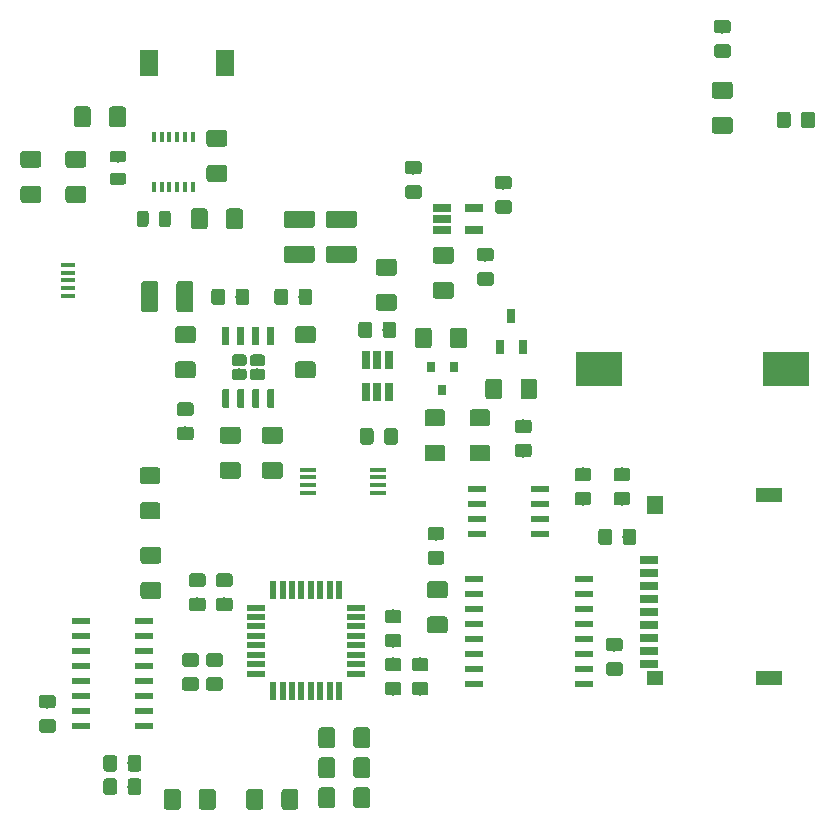
<source format=gbr>
G04 #@! TF.GenerationSoftware,KiCad,Pcbnew,(6.0.0-rc1-dev-1491-g0a4812be0)*
G04 #@! TF.CreationDate,2019-06-12T10:43:46+02:00
G04 #@! TF.ProjectId,datalogger,64617461-6c6f-4676-9765-722e6b696361,v. 1.1*
G04 #@! TF.SameCoordinates,Original*
G04 #@! TF.FileFunction,Paste,Top*
G04 #@! TF.FilePolarity,Positive*
%FSLAX46Y46*%
G04 Gerber Fmt 4.6, Leading zero omitted, Abs format (unit mm)*
G04 Created by KiCad (PCBNEW (6.0.0-rc1-dev-1491-g0a4812be0)) date 2019-06-12 10:43:46*
%MOMM*%
%LPD*%
G04 APERTURE LIST*
%ADD10R,1.500000X0.600000*%
%ADD11R,4.000000X3.000000*%
%ADD12R,1.560000X0.650000*%
%ADD13C,0.100000*%
%ADD14C,1.425000*%
%ADD15C,1.150000*%
%ADD16R,0.420000X0.890000*%
%ADD17R,2.200000X1.200000*%
%ADD18R,1.400000X1.600000*%
%ADD19R,1.400000X1.200000*%
%ADD20R,1.600000X0.700000*%
%ADD21R,1.300000X0.450000*%
%ADD22R,1.500000X2.200000*%
%ADD23C,0.975000*%
%ADD24C,0.600000*%
%ADD25C,0.970000*%
%ADD26R,0.650000X1.560000*%
%ADD27R,1.550000X0.600000*%
%ADD28R,0.550000X1.600000*%
%ADD29R,1.600000X0.550000*%
%ADD30R,0.650000X1.220000*%
%ADD31R,0.800000X0.900000*%
%ADD32R,1.450000X0.450000*%
G04 APERTURE END LIST*
D10*
X130097000Y-107442000D03*
X130097000Y-106172000D03*
X130097000Y-104902000D03*
X130097000Y-103632000D03*
X130097000Y-102362000D03*
X130097000Y-101092000D03*
X130097000Y-99822000D03*
X130097000Y-98552000D03*
X139397000Y-98552000D03*
X139397000Y-99822000D03*
X139397000Y-101092000D03*
X139397000Y-102362000D03*
X139397000Y-103632000D03*
X139397000Y-104902000D03*
X139397000Y-106172000D03*
X139397000Y-107442000D03*
D11*
X140690000Y-80772000D03*
X156490000Y-80772000D03*
D12*
X130128000Y-67122000D03*
X130128000Y-69022000D03*
X127428000Y-69022000D03*
X127428000Y-68072000D03*
X127428000Y-67122000D03*
D13*
G36*
X128157504Y-73420204D02*
G01*
X128181773Y-73423804D01*
X128205571Y-73429765D01*
X128228671Y-73438030D01*
X128250849Y-73448520D01*
X128271893Y-73461133D01*
X128291598Y-73475747D01*
X128309777Y-73492223D01*
X128326253Y-73510402D01*
X128340867Y-73530107D01*
X128353480Y-73551151D01*
X128363970Y-73573329D01*
X128372235Y-73596429D01*
X128378196Y-73620227D01*
X128381796Y-73644496D01*
X128383000Y-73669000D01*
X128383000Y-74594000D01*
X128381796Y-74618504D01*
X128378196Y-74642773D01*
X128372235Y-74666571D01*
X128363970Y-74689671D01*
X128353480Y-74711849D01*
X128340867Y-74732893D01*
X128326253Y-74752598D01*
X128309777Y-74770777D01*
X128291598Y-74787253D01*
X128271893Y-74801867D01*
X128250849Y-74814480D01*
X128228671Y-74824970D01*
X128205571Y-74833235D01*
X128181773Y-74839196D01*
X128157504Y-74842796D01*
X128133000Y-74844000D01*
X126883000Y-74844000D01*
X126858496Y-74842796D01*
X126834227Y-74839196D01*
X126810429Y-74833235D01*
X126787329Y-74824970D01*
X126765151Y-74814480D01*
X126744107Y-74801867D01*
X126724402Y-74787253D01*
X126706223Y-74770777D01*
X126689747Y-74752598D01*
X126675133Y-74732893D01*
X126662520Y-74711849D01*
X126652030Y-74689671D01*
X126643765Y-74666571D01*
X126637804Y-74642773D01*
X126634204Y-74618504D01*
X126633000Y-74594000D01*
X126633000Y-73669000D01*
X126634204Y-73644496D01*
X126637804Y-73620227D01*
X126643765Y-73596429D01*
X126652030Y-73573329D01*
X126662520Y-73551151D01*
X126675133Y-73530107D01*
X126689747Y-73510402D01*
X126706223Y-73492223D01*
X126724402Y-73475747D01*
X126744107Y-73461133D01*
X126765151Y-73448520D01*
X126787329Y-73438030D01*
X126810429Y-73429765D01*
X126834227Y-73423804D01*
X126858496Y-73420204D01*
X126883000Y-73419000D01*
X128133000Y-73419000D01*
X128157504Y-73420204D01*
X128157504Y-73420204D01*
G37*
D14*
X127508000Y-74131500D03*
D13*
G36*
X128157504Y-70445204D02*
G01*
X128181773Y-70448804D01*
X128205571Y-70454765D01*
X128228671Y-70463030D01*
X128250849Y-70473520D01*
X128271893Y-70486133D01*
X128291598Y-70500747D01*
X128309777Y-70517223D01*
X128326253Y-70535402D01*
X128340867Y-70555107D01*
X128353480Y-70576151D01*
X128363970Y-70598329D01*
X128372235Y-70621429D01*
X128378196Y-70645227D01*
X128381796Y-70669496D01*
X128383000Y-70694000D01*
X128383000Y-71619000D01*
X128381796Y-71643504D01*
X128378196Y-71667773D01*
X128372235Y-71691571D01*
X128363970Y-71714671D01*
X128353480Y-71736849D01*
X128340867Y-71757893D01*
X128326253Y-71777598D01*
X128309777Y-71795777D01*
X128291598Y-71812253D01*
X128271893Y-71826867D01*
X128250849Y-71839480D01*
X128228671Y-71849970D01*
X128205571Y-71858235D01*
X128181773Y-71864196D01*
X128157504Y-71867796D01*
X128133000Y-71869000D01*
X126883000Y-71869000D01*
X126858496Y-71867796D01*
X126834227Y-71864196D01*
X126810429Y-71858235D01*
X126787329Y-71849970D01*
X126765151Y-71839480D01*
X126744107Y-71826867D01*
X126724402Y-71812253D01*
X126706223Y-71795777D01*
X126689747Y-71777598D01*
X126675133Y-71757893D01*
X126662520Y-71736849D01*
X126652030Y-71714671D01*
X126643765Y-71691571D01*
X126637804Y-71667773D01*
X126634204Y-71643504D01*
X126633000Y-71619000D01*
X126633000Y-70694000D01*
X126634204Y-70669496D01*
X126637804Y-70645227D01*
X126643765Y-70621429D01*
X126652030Y-70598329D01*
X126662520Y-70576151D01*
X126675133Y-70555107D01*
X126689747Y-70535402D01*
X126706223Y-70517223D01*
X126724402Y-70500747D01*
X126744107Y-70486133D01*
X126765151Y-70473520D01*
X126787329Y-70463030D01*
X126810429Y-70454765D01*
X126834227Y-70448804D01*
X126858496Y-70445204D01*
X126883000Y-70444000D01*
X128133000Y-70444000D01*
X128157504Y-70445204D01*
X128157504Y-70445204D01*
G37*
D14*
X127508000Y-71156500D03*
D13*
G36*
X131538505Y-72587204D02*
G01*
X131562773Y-72590804D01*
X131586572Y-72596765D01*
X131609671Y-72605030D01*
X131631850Y-72615520D01*
X131652893Y-72628132D01*
X131672599Y-72642747D01*
X131690777Y-72659223D01*
X131707253Y-72677401D01*
X131721868Y-72697107D01*
X131734480Y-72718150D01*
X131744970Y-72740329D01*
X131753235Y-72763428D01*
X131759196Y-72787227D01*
X131762796Y-72811495D01*
X131764000Y-72835999D01*
X131764000Y-73486001D01*
X131762796Y-73510505D01*
X131759196Y-73534773D01*
X131753235Y-73558572D01*
X131744970Y-73581671D01*
X131734480Y-73603850D01*
X131721868Y-73624893D01*
X131707253Y-73644599D01*
X131690777Y-73662777D01*
X131672599Y-73679253D01*
X131652893Y-73693868D01*
X131631850Y-73706480D01*
X131609671Y-73716970D01*
X131586572Y-73725235D01*
X131562773Y-73731196D01*
X131538505Y-73734796D01*
X131514001Y-73736000D01*
X130613999Y-73736000D01*
X130589495Y-73734796D01*
X130565227Y-73731196D01*
X130541428Y-73725235D01*
X130518329Y-73716970D01*
X130496150Y-73706480D01*
X130475107Y-73693868D01*
X130455401Y-73679253D01*
X130437223Y-73662777D01*
X130420747Y-73644599D01*
X130406132Y-73624893D01*
X130393520Y-73603850D01*
X130383030Y-73581671D01*
X130374765Y-73558572D01*
X130368804Y-73534773D01*
X130365204Y-73510505D01*
X130364000Y-73486001D01*
X130364000Y-72835999D01*
X130365204Y-72811495D01*
X130368804Y-72787227D01*
X130374765Y-72763428D01*
X130383030Y-72740329D01*
X130393520Y-72718150D01*
X130406132Y-72697107D01*
X130420747Y-72677401D01*
X130437223Y-72659223D01*
X130455401Y-72642747D01*
X130475107Y-72628132D01*
X130496150Y-72615520D01*
X130518329Y-72605030D01*
X130541428Y-72596765D01*
X130565227Y-72590804D01*
X130589495Y-72587204D01*
X130613999Y-72586000D01*
X131514001Y-72586000D01*
X131538505Y-72587204D01*
X131538505Y-72587204D01*
G37*
D15*
X131064000Y-73161000D03*
D13*
G36*
X131538505Y-70537204D02*
G01*
X131562773Y-70540804D01*
X131586572Y-70546765D01*
X131609671Y-70555030D01*
X131631850Y-70565520D01*
X131652893Y-70578132D01*
X131672599Y-70592747D01*
X131690777Y-70609223D01*
X131707253Y-70627401D01*
X131721868Y-70647107D01*
X131734480Y-70668150D01*
X131744970Y-70690329D01*
X131753235Y-70713428D01*
X131759196Y-70737227D01*
X131762796Y-70761495D01*
X131764000Y-70785999D01*
X131764000Y-71436001D01*
X131762796Y-71460505D01*
X131759196Y-71484773D01*
X131753235Y-71508572D01*
X131744970Y-71531671D01*
X131734480Y-71553850D01*
X131721868Y-71574893D01*
X131707253Y-71594599D01*
X131690777Y-71612777D01*
X131672599Y-71629253D01*
X131652893Y-71643868D01*
X131631850Y-71656480D01*
X131609671Y-71666970D01*
X131586572Y-71675235D01*
X131562773Y-71681196D01*
X131538505Y-71684796D01*
X131514001Y-71686000D01*
X130613999Y-71686000D01*
X130589495Y-71684796D01*
X130565227Y-71681196D01*
X130541428Y-71675235D01*
X130518329Y-71666970D01*
X130496150Y-71656480D01*
X130475107Y-71643868D01*
X130455401Y-71629253D01*
X130437223Y-71612777D01*
X130420747Y-71594599D01*
X130406132Y-71574893D01*
X130393520Y-71553850D01*
X130383030Y-71531671D01*
X130374765Y-71508572D01*
X130368804Y-71484773D01*
X130365204Y-71460505D01*
X130364000Y-71436001D01*
X130364000Y-70785999D01*
X130365204Y-70761495D01*
X130368804Y-70737227D01*
X130374765Y-70713428D01*
X130383030Y-70690329D01*
X130393520Y-70668150D01*
X130406132Y-70647107D01*
X130420747Y-70627401D01*
X130437223Y-70609223D01*
X130455401Y-70592747D01*
X130475107Y-70578132D01*
X130496150Y-70565520D01*
X130518329Y-70555030D01*
X130541428Y-70546765D01*
X130565227Y-70540804D01*
X130589495Y-70537204D01*
X130613999Y-70536000D01*
X131514001Y-70536000D01*
X131538505Y-70537204D01*
X131538505Y-70537204D01*
G37*
D15*
X131064000Y-71111000D03*
D13*
G36*
X133062505Y-64441204D02*
G01*
X133086773Y-64444804D01*
X133110572Y-64450765D01*
X133133671Y-64459030D01*
X133155850Y-64469520D01*
X133176893Y-64482132D01*
X133196599Y-64496747D01*
X133214777Y-64513223D01*
X133231253Y-64531401D01*
X133245868Y-64551107D01*
X133258480Y-64572150D01*
X133268970Y-64594329D01*
X133277235Y-64617428D01*
X133283196Y-64641227D01*
X133286796Y-64665495D01*
X133288000Y-64689999D01*
X133288000Y-65340001D01*
X133286796Y-65364505D01*
X133283196Y-65388773D01*
X133277235Y-65412572D01*
X133268970Y-65435671D01*
X133258480Y-65457850D01*
X133245868Y-65478893D01*
X133231253Y-65498599D01*
X133214777Y-65516777D01*
X133196599Y-65533253D01*
X133176893Y-65547868D01*
X133155850Y-65560480D01*
X133133671Y-65570970D01*
X133110572Y-65579235D01*
X133086773Y-65585196D01*
X133062505Y-65588796D01*
X133038001Y-65590000D01*
X132137999Y-65590000D01*
X132113495Y-65588796D01*
X132089227Y-65585196D01*
X132065428Y-65579235D01*
X132042329Y-65570970D01*
X132020150Y-65560480D01*
X131999107Y-65547868D01*
X131979401Y-65533253D01*
X131961223Y-65516777D01*
X131944747Y-65498599D01*
X131930132Y-65478893D01*
X131917520Y-65457850D01*
X131907030Y-65435671D01*
X131898765Y-65412572D01*
X131892804Y-65388773D01*
X131889204Y-65364505D01*
X131888000Y-65340001D01*
X131888000Y-64689999D01*
X131889204Y-64665495D01*
X131892804Y-64641227D01*
X131898765Y-64617428D01*
X131907030Y-64594329D01*
X131917520Y-64572150D01*
X131930132Y-64551107D01*
X131944747Y-64531401D01*
X131961223Y-64513223D01*
X131979401Y-64496747D01*
X131999107Y-64482132D01*
X132020150Y-64469520D01*
X132042329Y-64459030D01*
X132065428Y-64450765D01*
X132089227Y-64444804D01*
X132113495Y-64441204D01*
X132137999Y-64440000D01*
X133038001Y-64440000D01*
X133062505Y-64441204D01*
X133062505Y-64441204D01*
G37*
D15*
X132588000Y-65015000D03*
D13*
G36*
X133062505Y-66491204D02*
G01*
X133086773Y-66494804D01*
X133110572Y-66500765D01*
X133133671Y-66509030D01*
X133155850Y-66519520D01*
X133176893Y-66532132D01*
X133196599Y-66546747D01*
X133214777Y-66563223D01*
X133231253Y-66581401D01*
X133245868Y-66601107D01*
X133258480Y-66622150D01*
X133268970Y-66644329D01*
X133277235Y-66667428D01*
X133283196Y-66691227D01*
X133286796Y-66715495D01*
X133288000Y-66739999D01*
X133288000Y-67390001D01*
X133286796Y-67414505D01*
X133283196Y-67438773D01*
X133277235Y-67462572D01*
X133268970Y-67485671D01*
X133258480Y-67507850D01*
X133245868Y-67528893D01*
X133231253Y-67548599D01*
X133214777Y-67566777D01*
X133196599Y-67583253D01*
X133176893Y-67597868D01*
X133155850Y-67610480D01*
X133133671Y-67620970D01*
X133110572Y-67629235D01*
X133086773Y-67635196D01*
X133062505Y-67638796D01*
X133038001Y-67640000D01*
X132137999Y-67640000D01*
X132113495Y-67638796D01*
X132089227Y-67635196D01*
X132065428Y-67629235D01*
X132042329Y-67620970D01*
X132020150Y-67610480D01*
X131999107Y-67597868D01*
X131979401Y-67583253D01*
X131961223Y-67566777D01*
X131944747Y-67548599D01*
X131930132Y-67528893D01*
X131917520Y-67507850D01*
X131907030Y-67485671D01*
X131898765Y-67462572D01*
X131892804Y-67438773D01*
X131889204Y-67414505D01*
X131888000Y-67390001D01*
X131888000Y-66739999D01*
X131889204Y-66715495D01*
X131892804Y-66691227D01*
X131898765Y-66667428D01*
X131907030Y-66644329D01*
X131917520Y-66622150D01*
X131930132Y-66601107D01*
X131944747Y-66581401D01*
X131961223Y-66563223D01*
X131979401Y-66546747D01*
X131999107Y-66532132D01*
X132020150Y-66519520D01*
X132042329Y-66509030D01*
X132065428Y-66500765D01*
X132089227Y-66494804D01*
X132113495Y-66491204D01*
X132137999Y-66490000D01*
X133038001Y-66490000D01*
X133062505Y-66491204D01*
X133062505Y-66491204D01*
G37*
D15*
X132588000Y-67065000D03*
D13*
G36*
X125442505Y-63171204D02*
G01*
X125466773Y-63174804D01*
X125490572Y-63180765D01*
X125513671Y-63189030D01*
X125535850Y-63199520D01*
X125556893Y-63212132D01*
X125576599Y-63226747D01*
X125594777Y-63243223D01*
X125611253Y-63261401D01*
X125625868Y-63281107D01*
X125638480Y-63302150D01*
X125648970Y-63324329D01*
X125657235Y-63347428D01*
X125663196Y-63371227D01*
X125666796Y-63395495D01*
X125668000Y-63419999D01*
X125668000Y-64070001D01*
X125666796Y-64094505D01*
X125663196Y-64118773D01*
X125657235Y-64142572D01*
X125648970Y-64165671D01*
X125638480Y-64187850D01*
X125625868Y-64208893D01*
X125611253Y-64228599D01*
X125594777Y-64246777D01*
X125576599Y-64263253D01*
X125556893Y-64277868D01*
X125535850Y-64290480D01*
X125513671Y-64300970D01*
X125490572Y-64309235D01*
X125466773Y-64315196D01*
X125442505Y-64318796D01*
X125418001Y-64320000D01*
X124517999Y-64320000D01*
X124493495Y-64318796D01*
X124469227Y-64315196D01*
X124445428Y-64309235D01*
X124422329Y-64300970D01*
X124400150Y-64290480D01*
X124379107Y-64277868D01*
X124359401Y-64263253D01*
X124341223Y-64246777D01*
X124324747Y-64228599D01*
X124310132Y-64208893D01*
X124297520Y-64187850D01*
X124287030Y-64165671D01*
X124278765Y-64142572D01*
X124272804Y-64118773D01*
X124269204Y-64094505D01*
X124268000Y-64070001D01*
X124268000Y-63419999D01*
X124269204Y-63395495D01*
X124272804Y-63371227D01*
X124278765Y-63347428D01*
X124287030Y-63324329D01*
X124297520Y-63302150D01*
X124310132Y-63281107D01*
X124324747Y-63261401D01*
X124341223Y-63243223D01*
X124359401Y-63226747D01*
X124379107Y-63212132D01*
X124400150Y-63199520D01*
X124422329Y-63189030D01*
X124445428Y-63180765D01*
X124469227Y-63174804D01*
X124493495Y-63171204D01*
X124517999Y-63170000D01*
X125418001Y-63170000D01*
X125442505Y-63171204D01*
X125442505Y-63171204D01*
G37*
D15*
X124968000Y-63745000D03*
D13*
G36*
X125442505Y-65221204D02*
G01*
X125466773Y-65224804D01*
X125490572Y-65230765D01*
X125513671Y-65239030D01*
X125535850Y-65249520D01*
X125556893Y-65262132D01*
X125576599Y-65276747D01*
X125594777Y-65293223D01*
X125611253Y-65311401D01*
X125625868Y-65331107D01*
X125638480Y-65352150D01*
X125648970Y-65374329D01*
X125657235Y-65397428D01*
X125663196Y-65421227D01*
X125666796Y-65445495D01*
X125668000Y-65469999D01*
X125668000Y-66120001D01*
X125666796Y-66144505D01*
X125663196Y-66168773D01*
X125657235Y-66192572D01*
X125648970Y-66215671D01*
X125638480Y-66237850D01*
X125625868Y-66258893D01*
X125611253Y-66278599D01*
X125594777Y-66296777D01*
X125576599Y-66313253D01*
X125556893Y-66327868D01*
X125535850Y-66340480D01*
X125513671Y-66350970D01*
X125490572Y-66359235D01*
X125466773Y-66365196D01*
X125442505Y-66368796D01*
X125418001Y-66370000D01*
X124517999Y-66370000D01*
X124493495Y-66368796D01*
X124469227Y-66365196D01*
X124445428Y-66359235D01*
X124422329Y-66350970D01*
X124400150Y-66340480D01*
X124379107Y-66327868D01*
X124359401Y-66313253D01*
X124341223Y-66296777D01*
X124324747Y-66278599D01*
X124310132Y-66258893D01*
X124297520Y-66237850D01*
X124287030Y-66215671D01*
X124278765Y-66192572D01*
X124272804Y-66168773D01*
X124269204Y-66144505D01*
X124268000Y-66120001D01*
X124268000Y-65469999D01*
X124269204Y-65445495D01*
X124272804Y-65421227D01*
X124278765Y-65397428D01*
X124287030Y-65374329D01*
X124297520Y-65352150D01*
X124310132Y-65331107D01*
X124324747Y-65311401D01*
X124341223Y-65293223D01*
X124359401Y-65276747D01*
X124379107Y-65262132D01*
X124400150Y-65249520D01*
X124422329Y-65239030D01*
X124445428Y-65230765D01*
X124469227Y-65224804D01*
X124493495Y-65221204D01*
X124517999Y-65220000D01*
X125418001Y-65220000D01*
X125442505Y-65221204D01*
X125442505Y-65221204D01*
G37*
D15*
X124968000Y-65795000D03*
D16*
X103023000Y-61141000D03*
X103673000Y-61141000D03*
X104323000Y-61141000D03*
X104973000Y-61141000D03*
X105623000Y-61141000D03*
X106273000Y-61141000D03*
X106273000Y-65351000D03*
X105623000Y-65351000D03*
X104973000Y-65351000D03*
X104323000Y-65351000D03*
X103673000Y-65351000D03*
X103023000Y-65351000D03*
D13*
G36*
X121100504Y-116220204D02*
G01*
X121124773Y-116223804D01*
X121148571Y-116229765D01*
X121171671Y-116238030D01*
X121193849Y-116248520D01*
X121214893Y-116261133D01*
X121234598Y-116275747D01*
X121252777Y-116292223D01*
X121269253Y-116310402D01*
X121283867Y-116330107D01*
X121296480Y-116351151D01*
X121306970Y-116373329D01*
X121315235Y-116396429D01*
X121321196Y-116420227D01*
X121324796Y-116444496D01*
X121326000Y-116469000D01*
X121326000Y-117719000D01*
X121324796Y-117743504D01*
X121321196Y-117767773D01*
X121315235Y-117791571D01*
X121306970Y-117814671D01*
X121296480Y-117836849D01*
X121283867Y-117857893D01*
X121269253Y-117877598D01*
X121252777Y-117895777D01*
X121234598Y-117912253D01*
X121214893Y-117926867D01*
X121193849Y-117939480D01*
X121171671Y-117949970D01*
X121148571Y-117958235D01*
X121124773Y-117964196D01*
X121100504Y-117967796D01*
X121076000Y-117969000D01*
X120151000Y-117969000D01*
X120126496Y-117967796D01*
X120102227Y-117964196D01*
X120078429Y-117958235D01*
X120055329Y-117949970D01*
X120033151Y-117939480D01*
X120012107Y-117926867D01*
X119992402Y-117912253D01*
X119974223Y-117895777D01*
X119957747Y-117877598D01*
X119943133Y-117857893D01*
X119930520Y-117836849D01*
X119920030Y-117814671D01*
X119911765Y-117791571D01*
X119905804Y-117767773D01*
X119902204Y-117743504D01*
X119901000Y-117719000D01*
X119901000Y-116469000D01*
X119902204Y-116444496D01*
X119905804Y-116420227D01*
X119911765Y-116396429D01*
X119920030Y-116373329D01*
X119930520Y-116351151D01*
X119943133Y-116330107D01*
X119957747Y-116310402D01*
X119974223Y-116292223D01*
X119992402Y-116275747D01*
X120012107Y-116261133D01*
X120033151Y-116248520D01*
X120055329Y-116238030D01*
X120078429Y-116229765D01*
X120102227Y-116223804D01*
X120126496Y-116220204D01*
X120151000Y-116219000D01*
X121076000Y-116219000D01*
X121100504Y-116220204D01*
X121100504Y-116220204D01*
G37*
D14*
X120613500Y-117094000D03*
D13*
G36*
X118125504Y-116220204D02*
G01*
X118149773Y-116223804D01*
X118173571Y-116229765D01*
X118196671Y-116238030D01*
X118218849Y-116248520D01*
X118239893Y-116261133D01*
X118259598Y-116275747D01*
X118277777Y-116292223D01*
X118294253Y-116310402D01*
X118308867Y-116330107D01*
X118321480Y-116351151D01*
X118331970Y-116373329D01*
X118340235Y-116396429D01*
X118346196Y-116420227D01*
X118349796Y-116444496D01*
X118351000Y-116469000D01*
X118351000Y-117719000D01*
X118349796Y-117743504D01*
X118346196Y-117767773D01*
X118340235Y-117791571D01*
X118331970Y-117814671D01*
X118321480Y-117836849D01*
X118308867Y-117857893D01*
X118294253Y-117877598D01*
X118277777Y-117895777D01*
X118259598Y-117912253D01*
X118239893Y-117926867D01*
X118218849Y-117939480D01*
X118196671Y-117949970D01*
X118173571Y-117958235D01*
X118149773Y-117964196D01*
X118125504Y-117967796D01*
X118101000Y-117969000D01*
X117176000Y-117969000D01*
X117151496Y-117967796D01*
X117127227Y-117964196D01*
X117103429Y-117958235D01*
X117080329Y-117949970D01*
X117058151Y-117939480D01*
X117037107Y-117926867D01*
X117017402Y-117912253D01*
X116999223Y-117895777D01*
X116982747Y-117877598D01*
X116968133Y-117857893D01*
X116955520Y-117836849D01*
X116945030Y-117814671D01*
X116936765Y-117791571D01*
X116930804Y-117767773D01*
X116927204Y-117743504D01*
X116926000Y-117719000D01*
X116926000Y-116469000D01*
X116927204Y-116444496D01*
X116930804Y-116420227D01*
X116936765Y-116396429D01*
X116945030Y-116373329D01*
X116955520Y-116351151D01*
X116968133Y-116330107D01*
X116982747Y-116310402D01*
X116999223Y-116292223D01*
X117017402Y-116275747D01*
X117037107Y-116261133D01*
X117058151Y-116248520D01*
X117080329Y-116238030D01*
X117103429Y-116229765D01*
X117127227Y-116223804D01*
X117151496Y-116220204D01*
X117176000Y-116219000D01*
X118101000Y-116219000D01*
X118125504Y-116220204D01*
X118125504Y-116220204D01*
G37*
D14*
X117638500Y-117094000D03*
D13*
G36*
X121100504Y-113680204D02*
G01*
X121124773Y-113683804D01*
X121148571Y-113689765D01*
X121171671Y-113698030D01*
X121193849Y-113708520D01*
X121214893Y-113721133D01*
X121234598Y-113735747D01*
X121252777Y-113752223D01*
X121269253Y-113770402D01*
X121283867Y-113790107D01*
X121296480Y-113811151D01*
X121306970Y-113833329D01*
X121315235Y-113856429D01*
X121321196Y-113880227D01*
X121324796Y-113904496D01*
X121326000Y-113929000D01*
X121326000Y-115179000D01*
X121324796Y-115203504D01*
X121321196Y-115227773D01*
X121315235Y-115251571D01*
X121306970Y-115274671D01*
X121296480Y-115296849D01*
X121283867Y-115317893D01*
X121269253Y-115337598D01*
X121252777Y-115355777D01*
X121234598Y-115372253D01*
X121214893Y-115386867D01*
X121193849Y-115399480D01*
X121171671Y-115409970D01*
X121148571Y-115418235D01*
X121124773Y-115424196D01*
X121100504Y-115427796D01*
X121076000Y-115429000D01*
X120151000Y-115429000D01*
X120126496Y-115427796D01*
X120102227Y-115424196D01*
X120078429Y-115418235D01*
X120055329Y-115409970D01*
X120033151Y-115399480D01*
X120012107Y-115386867D01*
X119992402Y-115372253D01*
X119974223Y-115355777D01*
X119957747Y-115337598D01*
X119943133Y-115317893D01*
X119930520Y-115296849D01*
X119920030Y-115274671D01*
X119911765Y-115251571D01*
X119905804Y-115227773D01*
X119902204Y-115203504D01*
X119901000Y-115179000D01*
X119901000Y-113929000D01*
X119902204Y-113904496D01*
X119905804Y-113880227D01*
X119911765Y-113856429D01*
X119920030Y-113833329D01*
X119930520Y-113811151D01*
X119943133Y-113790107D01*
X119957747Y-113770402D01*
X119974223Y-113752223D01*
X119992402Y-113735747D01*
X120012107Y-113721133D01*
X120033151Y-113708520D01*
X120055329Y-113698030D01*
X120078429Y-113689765D01*
X120102227Y-113683804D01*
X120126496Y-113680204D01*
X120151000Y-113679000D01*
X121076000Y-113679000D01*
X121100504Y-113680204D01*
X121100504Y-113680204D01*
G37*
D14*
X120613500Y-114554000D03*
D13*
G36*
X118125504Y-113680204D02*
G01*
X118149773Y-113683804D01*
X118173571Y-113689765D01*
X118196671Y-113698030D01*
X118218849Y-113708520D01*
X118239893Y-113721133D01*
X118259598Y-113735747D01*
X118277777Y-113752223D01*
X118294253Y-113770402D01*
X118308867Y-113790107D01*
X118321480Y-113811151D01*
X118331970Y-113833329D01*
X118340235Y-113856429D01*
X118346196Y-113880227D01*
X118349796Y-113904496D01*
X118351000Y-113929000D01*
X118351000Y-115179000D01*
X118349796Y-115203504D01*
X118346196Y-115227773D01*
X118340235Y-115251571D01*
X118331970Y-115274671D01*
X118321480Y-115296849D01*
X118308867Y-115317893D01*
X118294253Y-115337598D01*
X118277777Y-115355777D01*
X118259598Y-115372253D01*
X118239893Y-115386867D01*
X118218849Y-115399480D01*
X118196671Y-115409970D01*
X118173571Y-115418235D01*
X118149773Y-115424196D01*
X118125504Y-115427796D01*
X118101000Y-115429000D01*
X117176000Y-115429000D01*
X117151496Y-115427796D01*
X117127227Y-115424196D01*
X117103429Y-115418235D01*
X117080329Y-115409970D01*
X117058151Y-115399480D01*
X117037107Y-115386867D01*
X117017402Y-115372253D01*
X116999223Y-115355777D01*
X116982747Y-115337598D01*
X116968133Y-115317893D01*
X116955520Y-115296849D01*
X116945030Y-115274671D01*
X116936765Y-115251571D01*
X116930804Y-115227773D01*
X116927204Y-115203504D01*
X116926000Y-115179000D01*
X116926000Y-113929000D01*
X116927204Y-113904496D01*
X116930804Y-113880227D01*
X116936765Y-113856429D01*
X116945030Y-113833329D01*
X116955520Y-113811151D01*
X116968133Y-113790107D01*
X116982747Y-113770402D01*
X116999223Y-113752223D01*
X117017402Y-113735747D01*
X117037107Y-113721133D01*
X117058151Y-113708520D01*
X117080329Y-113698030D01*
X117103429Y-113689765D01*
X117127227Y-113683804D01*
X117151496Y-113680204D01*
X117176000Y-113679000D01*
X118101000Y-113679000D01*
X118125504Y-113680204D01*
X118125504Y-113680204D01*
G37*
D14*
X117638500Y-114554000D03*
D13*
G36*
X121100504Y-111140204D02*
G01*
X121124773Y-111143804D01*
X121148571Y-111149765D01*
X121171671Y-111158030D01*
X121193849Y-111168520D01*
X121214893Y-111181133D01*
X121234598Y-111195747D01*
X121252777Y-111212223D01*
X121269253Y-111230402D01*
X121283867Y-111250107D01*
X121296480Y-111271151D01*
X121306970Y-111293329D01*
X121315235Y-111316429D01*
X121321196Y-111340227D01*
X121324796Y-111364496D01*
X121326000Y-111389000D01*
X121326000Y-112639000D01*
X121324796Y-112663504D01*
X121321196Y-112687773D01*
X121315235Y-112711571D01*
X121306970Y-112734671D01*
X121296480Y-112756849D01*
X121283867Y-112777893D01*
X121269253Y-112797598D01*
X121252777Y-112815777D01*
X121234598Y-112832253D01*
X121214893Y-112846867D01*
X121193849Y-112859480D01*
X121171671Y-112869970D01*
X121148571Y-112878235D01*
X121124773Y-112884196D01*
X121100504Y-112887796D01*
X121076000Y-112889000D01*
X120151000Y-112889000D01*
X120126496Y-112887796D01*
X120102227Y-112884196D01*
X120078429Y-112878235D01*
X120055329Y-112869970D01*
X120033151Y-112859480D01*
X120012107Y-112846867D01*
X119992402Y-112832253D01*
X119974223Y-112815777D01*
X119957747Y-112797598D01*
X119943133Y-112777893D01*
X119930520Y-112756849D01*
X119920030Y-112734671D01*
X119911765Y-112711571D01*
X119905804Y-112687773D01*
X119902204Y-112663504D01*
X119901000Y-112639000D01*
X119901000Y-111389000D01*
X119902204Y-111364496D01*
X119905804Y-111340227D01*
X119911765Y-111316429D01*
X119920030Y-111293329D01*
X119930520Y-111271151D01*
X119943133Y-111250107D01*
X119957747Y-111230402D01*
X119974223Y-111212223D01*
X119992402Y-111195747D01*
X120012107Y-111181133D01*
X120033151Y-111168520D01*
X120055329Y-111158030D01*
X120078429Y-111149765D01*
X120102227Y-111143804D01*
X120126496Y-111140204D01*
X120151000Y-111139000D01*
X121076000Y-111139000D01*
X121100504Y-111140204D01*
X121100504Y-111140204D01*
G37*
D14*
X120613500Y-112014000D03*
D13*
G36*
X118125504Y-111140204D02*
G01*
X118149773Y-111143804D01*
X118173571Y-111149765D01*
X118196671Y-111158030D01*
X118218849Y-111168520D01*
X118239893Y-111181133D01*
X118259598Y-111195747D01*
X118277777Y-111212223D01*
X118294253Y-111230402D01*
X118308867Y-111250107D01*
X118321480Y-111271151D01*
X118331970Y-111293329D01*
X118340235Y-111316429D01*
X118346196Y-111340227D01*
X118349796Y-111364496D01*
X118351000Y-111389000D01*
X118351000Y-112639000D01*
X118349796Y-112663504D01*
X118346196Y-112687773D01*
X118340235Y-112711571D01*
X118331970Y-112734671D01*
X118321480Y-112756849D01*
X118308867Y-112777893D01*
X118294253Y-112797598D01*
X118277777Y-112815777D01*
X118259598Y-112832253D01*
X118239893Y-112846867D01*
X118218849Y-112859480D01*
X118196671Y-112869970D01*
X118173571Y-112878235D01*
X118149773Y-112884196D01*
X118125504Y-112887796D01*
X118101000Y-112889000D01*
X117176000Y-112889000D01*
X117151496Y-112887796D01*
X117127227Y-112884196D01*
X117103429Y-112878235D01*
X117080329Y-112869970D01*
X117058151Y-112859480D01*
X117037107Y-112846867D01*
X117017402Y-112832253D01*
X116999223Y-112815777D01*
X116982747Y-112797598D01*
X116968133Y-112777893D01*
X116955520Y-112756849D01*
X116945030Y-112734671D01*
X116936765Y-112711571D01*
X116930804Y-112687773D01*
X116927204Y-112663504D01*
X116926000Y-112639000D01*
X116926000Y-111389000D01*
X116927204Y-111364496D01*
X116930804Y-111340227D01*
X116936765Y-111316429D01*
X116945030Y-111293329D01*
X116955520Y-111271151D01*
X116968133Y-111250107D01*
X116982747Y-111230402D01*
X116999223Y-111212223D01*
X117017402Y-111195747D01*
X117037107Y-111181133D01*
X117058151Y-111168520D01*
X117080329Y-111158030D01*
X117103429Y-111149765D01*
X117127227Y-111143804D01*
X117151496Y-111140204D01*
X117176000Y-111139000D01*
X118101000Y-111139000D01*
X118125504Y-111140204D01*
X118125504Y-111140204D01*
G37*
D14*
X117638500Y-112014000D03*
D13*
G36*
X103392504Y-95845204D02*
G01*
X103416773Y-95848804D01*
X103440571Y-95854765D01*
X103463671Y-95863030D01*
X103485849Y-95873520D01*
X103506893Y-95886133D01*
X103526598Y-95900747D01*
X103544777Y-95917223D01*
X103561253Y-95935402D01*
X103575867Y-95955107D01*
X103588480Y-95976151D01*
X103598970Y-95998329D01*
X103607235Y-96021429D01*
X103613196Y-96045227D01*
X103616796Y-96069496D01*
X103618000Y-96094000D01*
X103618000Y-97019000D01*
X103616796Y-97043504D01*
X103613196Y-97067773D01*
X103607235Y-97091571D01*
X103598970Y-97114671D01*
X103588480Y-97136849D01*
X103575867Y-97157893D01*
X103561253Y-97177598D01*
X103544777Y-97195777D01*
X103526598Y-97212253D01*
X103506893Y-97226867D01*
X103485849Y-97239480D01*
X103463671Y-97249970D01*
X103440571Y-97258235D01*
X103416773Y-97264196D01*
X103392504Y-97267796D01*
X103368000Y-97269000D01*
X102118000Y-97269000D01*
X102093496Y-97267796D01*
X102069227Y-97264196D01*
X102045429Y-97258235D01*
X102022329Y-97249970D01*
X102000151Y-97239480D01*
X101979107Y-97226867D01*
X101959402Y-97212253D01*
X101941223Y-97195777D01*
X101924747Y-97177598D01*
X101910133Y-97157893D01*
X101897520Y-97136849D01*
X101887030Y-97114671D01*
X101878765Y-97091571D01*
X101872804Y-97067773D01*
X101869204Y-97043504D01*
X101868000Y-97019000D01*
X101868000Y-96094000D01*
X101869204Y-96069496D01*
X101872804Y-96045227D01*
X101878765Y-96021429D01*
X101887030Y-95998329D01*
X101897520Y-95976151D01*
X101910133Y-95955107D01*
X101924747Y-95935402D01*
X101941223Y-95917223D01*
X101959402Y-95900747D01*
X101979107Y-95886133D01*
X102000151Y-95873520D01*
X102022329Y-95863030D01*
X102045429Y-95854765D01*
X102069227Y-95848804D01*
X102093496Y-95845204D01*
X102118000Y-95844000D01*
X103368000Y-95844000D01*
X103392504Y-95845204D01*
X103392504Y-95845204D01*
G37*
D14*
X102743000Y-96556500D03*
D13*
G36*
X103392504Y-98820204D02*
G01*
X103416773Y-98823804D01*
X103440571Y-98829765D01*
X103463671Y-98838030D01*
X103485849Y-98848520D01*
X103506893Y-98861133D01*
X103526598Y-98875747D01*
X103544777Y-98892223D01*
X103561253Y-98910402D01*
X103575867Y-98930107D01*
X103588480Y-98951151D01*
X103598970Y-98973329D01*
X103607235Y-98996429D01*
X103613196Y-99020227D01*
X103616796Y-99044496D01*
X103618000Y-99069000D01*
X103618000Y-99994000D01*
X103616796Y-100018504D01*
X103613196Y-100042773D01*
X103607235Y-100066571D01*
X103598970Y-100089671D01*
X103588480Y-100111849D01*
X103575867Y-100132893D01*
X103561253Y-100152598D01*
X103544777Y-100170777D01*
X103526598Y-100187253D01*
X103506893Y-100201867D01*
X103485849Y-100214480D01*
X103463671Y-100224970D01*
X103440571Y-100233235D01*
X103416773Y-100239196D01*
X103392504Y-100242796D01*
X103368000Y-100244000D01*
X102118000Y-100244000D01*
X102093496Y-100242796D01*
X102069227Y-100239196D01*
X102045429Y-100233235D01*
X102022329Y-100224970D01*
X102000151Y-100214480D01*
X101979107Y-100201867D01*
X101959402Y-100187253D01*
X101941223Y-100170777D01*
X101924747Y-100152598D01*
X101910133Y-100132893D01*
X101897520Y-100111849D01*
X101887030Y-100089671D01*
X101878765Y-100066571D01*
X101872804Y-100042773D01*
X101869204Y-100018504D01*
X101868000Y-99994000D01*
X101868000Y-99069000D01*
X101869204Y-99044496D01*
X101872804Y-99020227D01*
X101878765Y-98996429D01*
X101887030Y-98973329D01*
X101897520Y-98951151D01*
X101910133Y-98930107D01*
X101924747Y-98910402D01*
X101941223Y-98892223D01*
X101959402Y-98875747D01*
X101979107Y-98861133D01*
X102000151Y-98848520D01*
X102022329Y-98838030D01*
X102045429Y-98829765D01*
X102069227Y-98823804D01*
X102093496Y-98820204D01*
X102118000Y-98819000D01*
X103368000Y-98819000D01*
X103392504Y-98820204D01*
X103392504Y-98820204D01*
G37*
D14*
X102743000Y-99531500D03*
D17*
X155048000Y-91437000D03*
X155048000Y-106937000D03*
D18*
X145448000Y-92337000D03*
D19*
X145448000Y-106937000D03*
D20*
X144948000Y-105787000D03*
X144948000Y-103587000D03*
X144948000Y-104687000D03*
X144948000Y-102487000D03*
X144948000Y-101387000D03*
X144948000Y-100287000D03*
X144948000Y-96987000D03*
X144948000Y-98087000D03*
X144948000Y-99187000D03*
D21*
X95753000Y-74579000D03*
X95753000Y-73929000D03*
X95753000Y-73279000D03*
X95753000Y-72629000D03*
X95753000Y-71979000D03*
D13*
G36*
X131252504Y-84213204D02*
G01*
X131276773Y-84216804D01*
X131300571Y-84222765D01*
X131323671Y-84231030D01*
X131345849Y-84241520D01*
X131366893Y-84254133D01*
X131386598Y-84268747D01*
X131404777Y-84285223D01*
X131421253Y-84303402D01*
X131435867Y-84323107D01*
X131448480Y-84344151D01*
X131458970Y-84366329D01*
X131467235Y-84389429D01*
X131473196Y-84413227D01*
X131476796Y-84437496D01*
X131478000Y-84462000D01*
X131478000Y-85387000D01*
X131476796Y-85411504D01*
X131473196Y-85435773D01*
X131467235Y-85459571D01*
X131458970Y-85482671D01*
X131448480Y-85504849D01*
X131435867Y-85525893D01*
X131421253Y-85545598D01*
X131404777Y-85563777D01*
X131386598Y-85580253D01*
X131366893Y-85594867D01*
X131345849Y-85607480D01*
X131323671Y-85617970D01*
X131300571Y-85626235D01*
X131276773Y-85632196D01*
X131252504Y-85635796D01*
X131228000Y-85637000D01*
X129978000Y-85637000D01*
X129953496Y-85635796D01*
X129929227Y-85632196D01*
X129905429Y-85626235D01*
X129882329Y-85617970D01*
X129860151Y-85607480D01*
X129839107Y-85594867D01*
X129819402Y-85580253D01*
X129801223Y-85563777D01*
X129784747Y-85545598D01*
X129770133Y-85525893D01*
X129757520Y-85504849D01*
X129747030Y-85482671D01*
X129738765Y-85459571D01*
X129732804Y-85435773D01*
X129729204Y-85411504D01*
X129728000Y-85387000D01*
X129728000Y-84462000D01*
X129729204Y-84437496D01*
X129732804Y-84413227D01*
X129738765Y-84389429D01*
X129747030Y-84366329D01*
X129757520Y-84344151D01*
X129770133Y-84323107D01*
X129784747Y-84303402D01*
X129801223Y-84285223D01*
X129819402Y-84268747D01*
X129839107Y-84254133D01*
X129860151Y-84241520D01*
X129882329Y-84231030D01*
X129905429Y-84222765D01*
X129929227Y-84216804D01*
X129953496Y-84213204D01*
X129978000Y-84212000D01*
X131228000Y-84212000D01*
X131252504Y-84213204D01*
X131252504Y-84213204D01*
G37*
D14*
X130603000Y-84924500D03*
D13*
G36*
X131252504Y-87188204D02*
G01*
X131276773Y-87191804D01*
X131300571Y-87197765D01*
X131323671Y-87206030D01*
X131345849Y-87216520D01*
X131366893Y-87229133D01*
X131386598Y-87243747D01*
X131404777Y-87260223D01*
X131421253Y-87278402D01*
X131435867Y-87298107D01*
X131448480Y-87319151D01*
X131458970Y-87341329D01*
X131467235Y-87364429D01*
X131473196Y-87388227D01*
X131476796Y-87412496D01*
X131478000Y-87437000D01*
X131478000Y-88362000D01*
X131476796Y-88386504D01*
X131473196Y-88410773D01*
X131467235Y-88434571D01*
X131458970Y-88457671D01*
X131448480Y-88479849D01*
X131435867Y-88500893D01*
X131421253Y-88520598D01*
X131404777Y-88538777D01*
X131386598Y-88555253D01*
X131366893Y-88569867D01*
X131345849Y-88582480D01*
X131323671Y-88592970D01*
X131300571Y-88601235D01*
X131276773Y-88607196D01*
X131252504Y-88610796D01*
X131228000Y-88612000D01*
X129978000Y-88612000D01*
X129953496Y-88610796D01*
X129929227Y-88607196D01*
X129905429Y-88601235D01*
X129882329Y-88592970D01*
X129860151Y-88582480D01*
X129839107Y-88569867D01*
X129819402Y-88555253D01*
X129801223Y-88538777D01*
X129784747Y-88520598D01*
X129770133Y-88500893D01*
X129757520Y-88479849D01*
X129747030Y-88457671D01*
X129738765Y-88434571D01*
X129732804Y-88410773D01*
X129729204Y-88386504D01*
X129728000Y-88362000D01*
X129728000Y-87437000D01*
X129729204Y-87412496D01*
X129732804Y-87388227D01*
X129738765Y-87364429D01*
X129747030Y-87341329D01*
X129757520Y-87319151D01*
X129770133Y-87298107D01*
X129784747Y-87278402D01*
X129801223Y-87260223D01*
X129819402Y-87243747D01*
X129839107Y-87229133D01*
X129860151Y-87216520D01*
X129882329Y-87206030D01*
X129905429Y-87197765D01*
X129929227Y-87191804D01*
X129953496Y-87188204D01*
X129978000Y-87187000D01*
X131228000Y-87187000D01*
X131252504Y-87188204D01*
X131252504Y-87188204D01*
G37*
D14*
X130603000Y-87899500D03*
D13*
G36*
X110305504Y-67198204D02*
G01*
X110329773Y-67201804D01*
X110353571Y-67207765D01*
X110376671Y-67216030D01*
X110398849Y-67226520D01*
X110419893Y-67239133D01*
X110439598Y-67253747D01*
X110457777Y-67270223D01*
X110474253Y-67288402D01*
X110488867Y-67308107D01*
X110501480Y-67329151D01*
X110511970Y-67351329D01*
X110520235Y-67374429D01*
X110526196Y-67398227D01*
X110529796Y-67422496D01*
X110531000Y-67447000D01*
X110531000Y-68697000D01*
X110529796Y-68721504D01*
X110526196Y-68745773D01*
X110520235Y-68769571D01*
X110511970Y-68792671D01*
X110501480Y-68814849D01*
X110488867Y-68835893D01*
X110474253Y-68855598D01*
X110457777Y-68873777D01*
X110439598Y-68890253D01*
X110419893Y-68904867D01*
X110398849Y-68917480D01*
X110376671Y-68927970D01*
X110353571Y-68936235D01*
X110329773Y-68942196D01*
X110305504Y-68945796D01*
X110281000Y-68947000D01*
X109356000Y-68947000D01*
X109331496Y-68945796D01*
X109307227Y-68942196D01*
X109283429Y-68936235D01*
X109260329Y-68927970D01*
X109238151Y-68917480D01*
X109217107Y-68904867D01*
X109197402Y-68890253D01*
X109179223Y-68873777D01*
X109162747Y-68855598D01*
X109148133Y-68835893D01*
X109135520Y-68814849D01*
X109125030Y-68792671D01*
X109116765Y-68769571D01*
X109110804Y-68745773D01*
X109107204Y-68721504D01*
X109106000Y-68697000D01*
X109106000Y-67447000D01*
X109107204Y-67422496D01*
X109110804Y-67398227D01*
X109116765Y-67374429D01*
X109125030Y-67351329D01*
X109135520Y-67329151D01*
X109148133Y-67308107D01*
X109162747Y-67288402D01*
X109179223Y-67270223D01*
X109197402Y-67253747D01*
X109217107Y-67239133D01*
X109238151Y-67226520D01*
X109260329Y-67216030D01*
X109283429Y-67207765D01*
X109307227Y-67201804D01*
X109331496Y-67198204D01*
X109356000Y-67197000D01*
X110281000Y-67197000D01*
X110305504Y-67198204D01*
X110305504Y-67198204D01*
G37*
D14*
X109818500Y-68072000D03*
D13*
G36*
X107330504Y-67198204D02*
G01*
X107354773Y-67201804D01*
X107378571Y-67207765D01*
X107401671Y-67216030D01*
X107423849Y-67226520D01*
X107444893Y-67239133D01*
X107464598Y-67253747D01*
X107482777Y-67270223D01*
X107499253Y-67288402D01*
X107513867Y-67308107D01*
X107526480Y-67329151D01*
X107536970Y-67351329D01*
X107545235Y-67374429D01*
X107551196Y-67398227D01*
X107554796Y-67422496D01*
X107556000Y-67447000D01*
X107556000Y-68697000D01*
X107554796Y-68721504D01*
X107551196Y-68745773D01*
X107545235Y-68769571D01*
X107536970Y-68792671D01*
X107526480Y-68814849D01*
X107513867Y-68835893D01*
X107499253Y-68855598D01*
X107482777Y-68873777D01*
X107464598Y-68890253D01*
X107444893Y-68904867D01*
X107423849Y-68917480D01*
X107401671Y-68927970D01*
X107378571Y-68936235D01*
X107354773Y-68942196D01*
X107330504Y-68945796D01*
X107306000Y-68947000D01*
X106381000Y-68947000D01*
X106356496Y-68945796D01*
X106332227Y-68942196D01*
X106308429Y-68936235D01*
X106285329Y-68927970D01*
X106263151Y-68917480D01*
X106242107Y-68904867D01*
X106222402Y-68890253D01*
X106204223Y-68873777D01*
X106187747Y-68855598D01*
X106173133Y-68835893D01*
X106160520Y-68814849D01*
X106150030Y-68792671D01*
X106141765Y-68769571D01*
X106135804Y-68745773D01*
X106132204Y-68721504D01*
X106131000Y-68697000D01*
X106131000Y-67447000D01*
X106132204Y-67422496D01*
X106135804Y-67398227D01*
X106141765Y-67374429D01*
X106150030Y-67351329D01*
X106160520Y-67329151D01*
X106173133Y-67308107D01*
X106187747Y-67288402D01*
X106204223Y-67270223D01*
X106222402Y-67253747D01*
X106242107Y-67239133D01*
X106263151Y-67226520D01*
X106285329Y-67216030D01*
X106308429Y-67207765D01*
X106332227Y-67201804D01*
X106356496Y-67198204D01*
X106381000Y-67197000D01*
X107306000Y-67197000D01*
X107330504Y-67198204D01*
X107330504Y-67198204D01*
G37*
D14*
X106843500Y-68072000D03*
D22*
X102591000Y-54864000D03*
X108991000Y-54864000D03*
D13*
G36*
X134760505Y-85067204D02*
G01*
X134784773Y-85070804D01*
X134808572Y-85076765D01*
X134831671Y-85085030D01*
X134853850Y-85095520D01*
X134874893Y-85108132D01*
X134894599Y-85122747D01*
X134912777Y-85139223D01*
X134929253Y-85157401D01*
X134943868Y-85177107D01*
X134956480Y-85198150D01*
X134966970Y-85220329D01*
X134975235Y-85243428D01*
X134981196Y-85267227D01*
X134984796Y-85291495D01*
X134986000Y-85315999D01*
X134986000Y-85966001D01*
X134984796Y-85990505D01*
X134981196Y-86014773D01*
X134975235Y-86038572D01*
X134966970Y-86061671D01*
X134956480Y-86083850D01*
X134943868Y-86104893D01*
X134929253Y-86124599D01*
X134912777Y-86142777D01*
X134894599Y-86159253D01*
X134874893Y-86173868D01*
X134853850Y-86186480D01*
X134831671Y-86196970D01*
X134808572Y-86205235D01*
X134784773Y-86211196D01*
X134760505Y-86214796D01*
X134736001Y-86216000D01*
X133835999Y-86216000D01*
X133811495Y-86214796D01*
X133787227Y-86211196D01*
X133763428Y-86205235D01*
X133740329Y-86196970D01*
X133718150Y-86186480D01*
X133697107Y-86173868D01*
X133677401Y-86159253D01*
X133659223Y-86142777D01*
X133642747Y-86124599D01*
X133628132Y-86104893D01*
X133615520Y-86083850D01*
X133605030Y-86061671D01*
X133596765Y-86038572D01*
X133590804Y-86014773D01*
X133587204Y-85990505D01*
X133586000Y-85966001D01*
X133586000Y-85315999D01*
X133587204Y-85291495D01*
X133590804Y-85267227D01*
X133596765Y-85243428D01*
X133605030Y-85220329D01*
X133615520Y-85198150D01*
X133628132Y-85177107D01*
X133642747Y-85157401D01*
X133659223Y-85139223D01*
X133677401Y-85122747D01*
X133697107Y-85108132D01*
X133718150Y-85095520D01*
X133740329Y-85085030D01*
X133763428Y-85076765D01*
X133787227Y-85070804D01*
X133811495Y-85067204D01*
X133835999Y-85066000D01*
X134736001Y-85066000D01*
X134760505Y-85067204D01*
X134760505Y-85067204D01*
G37*
D15*
X134286000Y-85641000D03*
D13*
G36*
X134760505Y-87117204D02*
G01*
X134784773Y-87120804D01*
X134808572Y-87126765D01*
X134831671Y-87135030D01*
X134853850Y-87145520D01*
X134874893Y-87158132D01*
X134894599Y-87172747D01*
X134912777Y-87189223D01*
X134929253Y-87207401D01*
X134943868Y-87227107D01*
X134956480Y-87248150D01*
X134966970Y-87270329D01*
X134975235Y-87293428D01*
X134981196Y-87317227D01*
X134984796Y-87341495D01*
X134986000Y-87365999D01*
X134986000Y-88016001D01*
X134984796Y-88040505D01*
X134981196Y-88064773D01*
X134975235Y-88088572D01*
X134966970Y-88111671D01*
X134956480Y-88133850D01*
X134943868Y-88154893D01*
X134929253Y-88174599D01*
X134912777Y-88192777D01*
X134894599Y-88209253D01*
X134874893Y-88223868D01*
X134853850Y-88236480D01*
X134831671Y-88246970D01*
X134808572Y-88255235D01*
X134784773Y-88261196D01*
X134760505Y-88264796D01*
X134736001Y-88266000D01*
X133835999Y-88266000D01*
X133811495Y-88264796D01*
X133787227Y-88261196D01*
X133763428Y-88255235D01*
X133740329Y-88246970D01*
X133718150Y-88236480D01*
X133697107Y-88223868D01*
X133677401Y-88209253D01*
X133659223Y-88192777D01*
X133642747Y-88174599D01*
X133628132Y-88154893D01*
X133615520Y-88133850D01*
X133605030Y-88111671D01*
X133596765Y-88088572D01*
X133590804Y-88064773D01*
X133587204Y-88040505D01*
X133586000Y-88016001D01*
X133586000Y-87365999D01*
X133587204Y-87341495D01*
X133590804Y-87317227D01*
X133596765Y-87293428D01*
X133605030Y-87270329D01*
X133615520Y-87248150D01*
X133628132Y-87227107D01*
X133642747Y-87207401D01*
X133659223Y-87189223D01*
X133677401Y-87172747D01*
X133697107Y-87158132D01*
X133718150Y-87145520D01*
X133740329Y-87135030D01*
X133763428Y-87126765D01*
X133787227Y-87120804D01*
X133811495Y-87117204D01*
X133835999Y-87116000D01*
X134736001Y-87116000D01*
X134760505Y-87117204D01*
X134760505Y-87117204D01*
G37*
D15*
X134286000Y-87691000D03*
D13*
G36*
X104202142Y-67373174D02*
G01*
X104225803Y-67376684D01*
X104249007Y-67382496D01*
X104271529Y-67390554D01*
X104293153Y-67400782D01*
X104313670Y-67413079D01*
X104332883Y-67427329D01*
X104350607Y-67443393D01*
X104366671Y-67461117D01*
X104380921Y-67480330D01*
X104393218Y-67500847D01*
X104403446Y-67522471D01*
X104411504Y-67544993D01*
X104417316Y-67568197D01*
X104420826Y-67591858D01*
X104422000Y-67615750D01*
X104422000Y-68528250D01*
X104420826Y-68552142D01*
X104417316Y-68575803D01*
X104411504Y-68599007D01*
X104403446Y-68621529D01*
X104393218Y-68643153D01*
X104380921Y-68663670D01*
X104366671Y-68682883D01*
X104350607Y-68700607D01*
X104332883Y-68716671D01*
X104313670Y-68730921D01*
X104293153Y-68743218D01*
X104271529Y-68753446D01*
X104249007Y-68761504D01*
X104225803Y-68767316D01*
X104202142Y-68770826D01*
X104178250Y-68772000D01*
X103690750Y-68772000D01*
X103666858Y-68770826D01*
X103643197Y-68767316D01*
X103619993Y-68761504D01*
X103597471Y-68753446D01*
X103575847Y-68743218D01*
X103555330Y-68730921D01*
X103536117Y-68716671D01*
X103518393Y-68700607D01*
X103502329Y-68682883D01*
X103488079Y-68663670D01*
X103475782Y-68643153D01*
X103465554Y-68621529D01*
X103457496Y-68599007D01*
X103451684Y-68575803D01*
X103448174Y-68552142D01*
X103447000Y-68528250D01*
X103447000Y-67615750D01*
X103448174Y-67591858D01*
X103451684Y-67568197D01*
X103457496Y-67544993D01*
X103465554Y-67522471D01*
X103475782Y-67500847D01*
X103488079Y-67480330D01*
X103502329Y-67461117D01*
X103518393Y-67443393D01*
X103536117Y-67427329D01*
X103555330Y-67413079D01*
X103575847Y-67400782D01*
X103597471Y-67390554D01*
X103619993Y-67382496D01*
X103643197Y-67376684D01*
X103666858Y-67373174D01*
X103690750Y-67372000D01*
X104178250Y-67372000D01*
X104202142Y-67373174D01*
X104202142Y-67373174D01*
G37*
D23*
X103934500Y-68072000D03*
D13*
G36*
X102327142Y-67373174D02*
G01*
X102350803Y-67376684D01*
X102374007Y-67382496D01*
X102396529Y-67390554D01*
X102418153Y-67400782D01*
X102438670Y-67413079D01*
X102457883Y-67427329D01*
X102475607Y-67443393D01*
X102491671Y-67461117D01*
X102505921Y-67480330D01*
X102518218Y-67500847D01*
X102528446Y-67522471D01*
X102536504Y-67544993D01*
X102542316Y-67568197D01*
X102545826Y-67591858D01*
X102547000Y-67615750D01*
X102547000Y-68528250D01*
X102545826Y-68552142D01*
X102542316Y-68575803D01*
X102536504Y-68599007D01*
X102528446Y-68621529D01*
X102518218Y-68643153D01*
X102505921Y-68663670D01*
X102491671Y-68682883D01*
X102475607Y-68700607D01*
X102457883Y-68716671D01*
X102438670Y-68730921D01*
X102418153Y-68743218D01*
X102396529Y-68753446D01*
X102374007Y-68761504D01*
X102350803Y-68767316D01*
X102327142Y-68770826D01*
X102303250Y-68772000D01*
X101815750Y-68772000D01*
X101791858Y-68770826D01*
X101768197Y-68767316D01*
X101744993Y-68761504D01*
X101722471Y-68753446D01*
X101700847Y-68743218D01*
X101680330Y-68730921D01*
X101661117Y-68716671D01*
X101643393Y-68700607D01*
X101627329Y-68682883D01*
X101613079Y-68663670D01*
X101600782Y-68643153D01*
X101590554Y-68621529D01*
X101582496Y-68599007D01*
X101576684Y-68575803D01*
X101573174Y-68552142D01*
X101572000Y-68528250D01*
X101572000Y-67615750D01*
X101573174Y-67591858D01*
X101576684Y-67568197D01*
X101582496Y-67544993D01*
X101590554Y-67522471D01*
X101600782Y-67500847D01*
X101613079Y-67480330D01*
X101627329Y-67461117D01*
X101643393Y-67443393D01*
X101661117Y-67427329D01*
X101680330Y-67413079D01*
X101700847Y-67400782D01*
X101722471Y-67390554D01*
X101744993Y-67382496D01*
X101768197Y-67376684D01*
X101791858Y-67373174D01*
X101815750Y-67372000D01*
X102303250Y-67372000D01*
X102327142Y-67373174D01*
X102327142Y-67373174D01*
G37*
D23*
X102059500Y-68072000D03*
D13*
G36*
X100429142Y-64205174D02*
G01*
X100452803Y-64208684D01*
X100476007Y-64214496D01*
X100498529Y-64222554D01*
X100520153Y-64232782D01*
X100540670Y-64245079D01*
X100559883Y-64259329D01*
X100577607Y-64275393D01*
X100593671Y-64293117D01*
X100607921Y-64312330D01*
X100620218Y-64332847D01*
X100630446Y-64354471D01*
X100638504Y-64376993D01*
X100644316Y-64400197D01*
X100647826Y-64423858D01*
X100649000Y-64447750D01*
X100649000Y-64935250D01*
X100647826Y-64959142D01*
X100644316Y-64982803D01*
X100638504Y-65006007D01*
X100630446Y-65028529D01*
X100620218Y-65050153D01*
X100607921Y-65070670D01*
X100593671Y-65089883D01*
X100577607Y-65107607D01*
X100559883Y-65123671D01*
X100540670Y-65137921D01*
X100520153Y-65150218D01*
X100498529Y-65160446D01*
X100476007Y-65168504D01*
X100452803Y-65174316D01*
X100429142Y-65177826D01*
X100405250Y-65179000D01*
X99492750Y-65179000D01*
X99468858Y-65177826D01*
X99445197Y-65174316D01*
X99421993Y-65168504D01*
X99399471Y-65160446D01*
X99377847Y-65150218D01*
X99357330Y-65137921D01*
X99338117Y-65123671D01*
X99320393Y-65107607D01*
X99304329Y-65089883D01*
X99290079Y-65070670D01*
X99277782Y-65050153D01*
X99267554Y-65028529D01*
X99259496Y-65006007D01*
X99253684Y-64982803D01*
X99250174Y-64959142D01*
X99249000Y-64935250D01*
X99249000Y-64447750D01*
X99250174Y-64423858D01*
X99253684Y-64400197D01*
X99259496Y-64376993D01*
X99267554Y-64354471D01*
X99277782Y-64332847D01*
X99290079Y-64312330D01*
X99304329Y-64293117D01*
X99320393Y-64275393D01*
X99338117Y-64259329D01*
X99357330Y-64245079D01*
X99377847Y-64232782D01*
X99399471Y-64222554D01*
X99421993Y-64214496D01*
X99445197Y-64208684D01*
X99468858Y-64205174D01*
X99492750Y-64204000D01*
X100405250Y-64204000D01*
X100429142Y-64205174D01*
X100429142Y-64205174D01*
G37*
D23*
X99949000Y-64691500D03*
D13*
G36*
X100429142Y-62330174D02*
G01*
X100452803Y-62333684D01*
X100476007Y-62339496D01*
X100498529Y-62347554D01*
X100520153Y-62357782D01*
X100540670Y-62370079D01*
X100559883Y-62384329D01*
X100577607Y-62400393D01*
X100593671Y-62418117D01*
X100607921Y-62437330D01*
X100620218Y-62457847D01*
X100630446Y-62479471D01*
X100638504Y-62501993D01*
X100644316Y-62525197D01*
X100647826Y-62548858D01*
X100649000Y-62572750D01*
X100649000Y-63060250D01*
X100647826Y-63084142D01*
X100644316Y-63107803D01*
X100638504Y-63131007D01*
X100630446Y-63153529D01*
X100620218Y-63175153D01*
X100607921Y-63195670D01*
X100593671Y-63214883D01*
X100577607Y-63232607D01*
X100559883Y-63248671D01*
X100540670Y-63262921D01*
X100520153Y-63275218D01*
X100498529Y-63285446D01*
X100476007Y-63293504D01*
X100452803Y-63299316D01*
X100429142Y-63302826D01*
X100405250Y-63304000D01*
X99492750Y-63304000D01*
X99468858Y-63302826D01*
X99445197Y-63299316D01*
X99421993Y-63293504D01*
X99399471Y-63285446D01*
X99377847Y-63275218D01*
X99357330Y-63262921D01*
X99338117Y-63248671D01*
X99320393Y-63232607D01*
X99304329Y-63214883D01*
X99290079Y-63195670D01*
X99277782Y-63175153D01*
X99267554Y-63153529D01*
X99259496Y-63131007D01*
X99253684Y-63107803D01*
X99250174Y-63084142D01*
X99249000Y-63060250D01*
X99249000Y-62572750D01*
X99250174Y-62548858D01*
X99253684Y-62525197D01*
X99259496Y-62501993D01*
X99267554Y-62479471D01*
X99277782Y-62457847D01*
X99290079Y-62437330D01*
X99304329Y-62418117D01*
X99320393Y-62400393D01*
X99338117Y-62384329D01*
X99357330Y-62370079D01*
X99377847Y-62357782D01*
X99399471Y-62347554D01*
X99421993Y-62339496D01*
X99445197Y-62333684D01*
X99468858Y-62330174D01*
X99492750Y-62329000D01*
X100405250Y-62329000D01*
X100429142Y-62330174D01*
X100429142Y-62330174D01*
G37*
D23*
X99949000Y-62816500D03*
D13*
G36*
X97424504Y-58562204D02*
G01*
X97448773Y-58565804D01*
X97472571Y-58571765D01*
X97495671Y-58580030D01*
X97517849Y-58590520D01*
X97538893Y-58603133D01*
X97558598Y-58617747D01*
X97576777Y-58634223D01*
X97593253Y-58652402D01*
X97607867Y-58672107D01*
X97620480Y-58693151D01*
X97630970Y-58715329D01*
X97639235Y-58738429D01*
X97645196Y-58762227D01*
X97648796Y-58786496D01*
X97650000Y-58811000D01*
X97650000Y-60061000D01*
X97648796Y-60085504D01*
X97645196Y-60109773D01*
X97639235Y-60133571D01*
X97630970Y-60156671D01*
X97620480Y-60178849D01*
X97607867Y-60199893D01*
X97593253Y-60219598D01*
X97576777Y-60237777D01*
X97558598Y-60254253D01*
X97538893Y-60268867D01*
X97517849Y-60281480D01*
X97495671Y-60291970D01*
X97472571Y-60300235D01*
X97448773Y-60306196D01*
X97424504Y-60309796D01*
X97400000Y-60311000D01*
X96475000Y-60311000D01*
X96450496Y-60309796D01*
X96426227Y-60306196D01*
X96402429Y-60300235D01*
X96379329Y-60291970D01*
X96357151Y-60281480D01*
X96336107Y-60268867D01*
X96316402Y-60254253D01*
X96298223Y-60237777D01*
X96281747Y-60219598D01*
X96267133Y-60199893D01*
X96254520Y-60178849D01*
X96244030Y-60156671D01*
X96235765Y-60133571D01*
X96229804Y-60109773D01*
X96226204Y-60085504D01*
X96225000Y-60061000D01*
X96225000Y-58811000D01*
X96226204Y-58786496D01*
X96229804Y-58762227D01*
X96235765Y-58738429D01*
X96244030Y-58715329D01*
X96254520Y-58693151D01*
X96267133Y-58672107D01*
X96281747Y-58652402D01*
X96298223Y-58634223D01*
X96316402Y-58617747D01*
X96336107Y-58603133D01*
X96357151Y-58590520D01*
X96379329Y-58580030D01*
X96402429Y-58571765D01*
X96426227Y-58565804D01*
X96450496Y-58562204D01*
X96475000Y-58561000D01*
X97400000Y-58561000D01*
X97424504Y-58562204D01*
X97424504Y-58562204D01*
G37*
D14*
X96937500Y-59436000D03*
D13*
G36*
X100399504Y-58562204D02*
G01*
X100423773Y-58565804D01*
X100447571Y-58571765D01*
X100470671Y-58580030D01*
X100492849Y-58590520D01*
X100513893Y-58603133D01*
X100533598Y-58617747D01*
X100551777Y-58634223D01*
X100568253Y-58652402D01*
X100582867Y-58672107D01*
X100595480Y-58693151D01*
X100605970Y-58715329D01*
X100614235Y-58738429D01*
X100620196Y-58762227D01*
X100623796Y-58786496D01*
X100625000Y-58811000D01*
X100625000Y-60061000D01*
X100623796Y-60085504D01*
X100620196Y-60109773D01*
X100614235Y-60133571D01*
X100605970Y-60156671D01*
X100595480Y-60178849D01*
X100582867Y-60199893D01*
X100568253Y-60219598D01*
X100551777Y-60237777D01*
X100533598Y-60254253D01*
X100513893Y-60268867D01*
X100492849Y-60281480D01*
X100470671Y-60291970D01*
X100447571Y-60300235D01*
X100423773Y-60306196D01*
X100399504Y-60309796D01*
X100375000Y-60311000D01*
X99450000Y-60311000D01*
X99425496Y-60309796D01*
X99401227Y-60306196D01*
X99377429Y-60300235D01*
X99354329Y-60291970D01*
X99332151Y-60281480D01*
X99311107Y-60268867D01*
X99291402Y-60254253D01*
X99273223Y-60237777D01*
X99256747Y-60219598D01*
X99242133Y-60199893D01*
X99229520Y-60178849D01*
X99219030Y-60156671D01*
X99210765Y-60133571D01*
X99204804Y-60109773D01*
X99201204Y-60085504D01*
X99200000Y-60061000D01*
X99200000Y-58811000D01*
X99201204Y-58786496D01*
X99204804Y-58762227D01*
X99210765Y-58738429D01*
X99219030Y-58715329D01*
X99229520Y-58693151D01*
X99242133Y-58672107D01*
X99256747Y-58652402D01*
X99273223Y-58634223D01*
X99291402Y-58617747D01*
X99311107Y-58603133D01*
X99332151Y-58590520D01*
X99354329Y-58580030D01*
X99377429Y-58571765D01*
X99401227Y-58565804D01*
X99425496Y-58562204D01*
X99450000Y-58561000D01*
X100375000Y-58561000D01*
X100399504Y-58562204D01*
X100399504Y-58562204D01*
G37*
D14*
X99912500Y-59436000D03*
D13*
G36*
X108980504Y-63514204D02*
G01*
X109004773Y-63517804D01*
X109028571Y-63523765D01*
X109051671Y-63532030D01*
X109073849Y-63542520D01*
X109094893Y-63555133D01*
X109114598Y-63569747D01*
X109132777Y-63586223D01*
X109149253Y-63604402D01*
X109163867Y-63624107D01*
X109176480Y-63645151D01*
X109186970Y-63667329D01*
X109195235Y-63690429D01*
X109201196Y-63714227D01*
X109204796Y-63738496D01*
X109206000Y-63763000D01*
X109206000Y-64688000D01*
X109204796Y-64712504D01*
X109201196Y-64736773D01*
X109195235Y-64760571D01*
X109186970Y-64783671D01*
X109176480Y-64805849D01*
X109163867Y-64826893D01*
X109149253Y-64846598D01*
X109132777Y-64864777D01*
X109114598Y-64881253D01*
X109094893Y-64895867D01*
X109073849Y-64908480D01*
X109051671Y-64918970D01*
X109028571Y-64927235D01*
X109004773Y-64933196D01*
X108980504Y-64936796D01*
X108956000Y-64938000D01*
X107706000Y-64938000D01*
X107681496Y-64936796D01*
X107657227Y-64933196D01*
X107633429Y-64927235D01*
X107610329Y-64918970D01*
X107588151Y-64908480D01*
X107567107Y-64895867D01*
X107547402Y-64881253D01*
X107529223Y-64864777D01*
X107512747Y-64846598D01*
X107498133Y-64826893D01*
X107485520Y-64805849D01*
X107475030Y-64783671D01*
X107466765Y-64760571D01*
X107460804Y-64736773D01*
X107457204Y-64712504D01*
X107456000Y-64688000D01*
X107456000Y-63763000D01*
X107457204Y-63738496D01*
X107460804Y-63714227D01*
X107466765Y-63690429D01*
X107475030Y-63667329D01*
X107485520Y-63645151D01*
X107498133Y-63624107D01*
X107512747Y-63604402D01*
X107529223Y-63586223D01*
X107547402Y-63569747D01*
X107567107Y-63555133D01*
X107588151Y-63542520D01*
X107610329Y-63532030D01*
X107633429Y-63523765D01*
X107657227Y-63517804D01*
X107681496Y-63514204D01*
X107706000Y-63513000D01*
X108956000Y-63513000D01*
X108980504Y-63514204D01*
X108980504Y-63514204D01*
G37*
D14*
X108331000Y-64225500D03*
D13*
G36*
X108980504Y-60539204D02*
G01*
X109004773Y-60542804D01*
X109028571Y-60548765D01*
X109051671Y-60557030D01*
X109073849Y-60567520D01*
X109094893Y-60580133D01*
X109114598Y-60594747D01*
X109132777Y-60611223D01*
X109149253Y-60629402D01*
X109163867Y-60649107D01*
X109176480Y-60670151D01*
X109186970Y-60692329D01*
X109195235Y-60715429D01*
X109201196Y-60739227D01*
X109204796Y-60763496D01*
X109206000Y-60788000D01*
X109206000Y-61713000D01*
X109204796Y-61737504D01*
X109201196Y-61761773D01*
X109195235Y-61785571D01*
X109186970Y-61808671D01*
X109176480Y-61830849D01*
X109163867Y-61851893D01*
X109149253Y-61871598D01*
X109132777Y-61889777D01*
X109114598Y-61906253D01*
X109094893Y-61920867D01*
X109073849Y-61933480D01*
X109051671Y-61943970D01*
X109028571Y-61952235D01*
X109004773Y-61958196D01*
X108980504Y-61961796D01*
X108956000Y-61963000D01*
X107706000Y-61963000D01*
X107681496Y-61961796D01*
X107657227Y-61958196D01*
X107633429Y-61952235D01*
X107610329Y-61943970D01*
X107588151Y-61933480D01*
X107567107Y-61920867D01*
X107547402Y-61906253D01*
X107529223Y-61889777D01*
X107512747Y-61871598D01*
X107498133Y-61851893D01*
X107485520Y-61830849D01*
X107475030Y-61808671D01*
X107466765Y-61785571D01*
X107460804Y-61761773D01*
X107457204Y-61737504D01*
X107456000Y-61713000D01*
X107456000Y-60788000D01*
X107457204Y-60763496D01*
X107460804Y-60739227D01*
X107466765Y-60715429D01*
X107475030Y-60692329D01*
X107485520Y-60670151D01*
X107498133Y-60649107D01*
X107512747Y-60629402D01*
X107529223Y-60611223D01*
X107547402Y-60594747D01*
X107567107Y-60580133D01*
X107588151Y-60567520D01*
X107610329Y-60557030D01*
X107633429Y-60548765D01*
X107657227Y-60542804D01*
X107681496Y-60539204D01*
X107706000Y-60538000D01*
X108956000Y-60538000D01*
X108980504Y-60539204D01*
X108980504Y-60539204D01*
G37*
D14*
X108331000Y-61250500D03*
D13*
G36*
X109257703Y-77195722D02*
G01*
X109272264Y-77197882D01*
X109286543Y-77201459D01*
X109300403Y-77206418D01*
X109313710Y-77212712D01*
X109326336Y-77220280D01*
X109338159Y-77229048D01*
X109349066Y-77238934D01*
X109358952Y-77249841D01*
X109367720Y-77261664D01*
X109375288Y-77274290D01*
X109381582Y-77287597D01*
X109386541Y-77301457D01*
X109390118Y-77315736D01*
X109392278Y-77330297D01*
X109393000Y-77345000D01*
X109393000Y-78645000D01*
X109392278Y-78659703D01*
X109390118Y-78674264D01*
X109386541Y-78688543D01*
X109381582Y-78702403D01*
X109375288Y-78715710D01*
X109367720Y-78728336D01*
X109358952Y-78740159D01*
X109349066Y-78751066D01*
X109338159Y-78760952D01*
X109326336Y-78769720D01*
X109313710Y-78777288D01*
X109300403Y-78783582D01*
X109286543Y-78788541D01*
X109272264Y-78792118D01*
X109257703Y-78794278D01*
X109243000Y-78795000D01*
X108943000Y-78795000D01*
X108928297Y-78794278D01*
X108913736Y-78792118D01*
X108899457Y-78788541D01*
X108885597Y-78783582D01*
X108872290Y-78777288D01*
X108859664Y-78769720D01*
X108847841Y-78760952D01*
X108836934Y-78751066D01*
X108827048Y-78740159D01*
X108818280Y-78728336D01*
X108810712Y-78715710D01*
X108804418Y-78702403D01*
X108799459Y-78688543D01*
X108795882Y-78674264D01*
X108793722Y-78659703D01*
X108793000Y-78645000D01*
X108793000Y-77345000D01*
X108793722Y-77330297D01*
X108795882Y-77315736D01*
X108799459Y-77301457D01*
X108804418Y-77287597D01*
X108810712Y-77274290D01*
X108818280Y-77261664D01*
X108827048Y-77249841D01*
X108836934Y-77238934D01*
X108847841Y-77229048D01*
X108859664Y-77220280D01*
X108872290Y-77212712D01*
X108885597Y-77206418D01*
X108899457Y-77201459D01*
X108913736Y-77197882D01*
X108928297Y-77195722D01*
X108943000Y-77195000D01*
X109243000Y-77195000D01*
X109257703Y-77195722D01*
X109257703Y-77195722D01*
G37*
D24*
X109093000Y-77995000D03*
D13*
G36*
X110527703Y-77195722D02*
G01*
X110542264Y-77197882D01*
X110556543Y-77201459D01*
X110570403Y-77206418D01*
X110583710Y-77212712D01*
X110596336Y-77220280D01*
X110608159Y-77229048D01*
X110619066Y-77238934D01*
X110628952Y-77249841D01*
X110637720Y-77261664D01*
X110645288Y-77274290D01*
X110651582Y-77287597D01*
X110656541Y-77301457D01*
X110660118Y-77315736D01*
X110662278Y-77330297D01*
X110663000Y-77345000D01*
X110663000Y-78645000D01*
X110662278Y-78659703D01*
X110660118Y-78674264D01*
X110656541Y-78688543D01*
X110651582Y-78702403D01*
X110645288Y-78715710D01*
X110637720Y-78728336D01*
X110628952Y-78740159D01*
X110619066Y-78751066D01*
X110608159Y-78760952D01*
X110596336Y-78769720D01*
X110583710Y-78777288D01*
X110570403Y-78783582D01*
X110556543Y-78788541D01*
X110542264Y-78792118D01*
X110527703Y-78794278D01*
X110513000Y-78795000D01*
X110213000Y-78795000D01*
X110198297Y-78794278D01*
X110183736Y-78792118D01*
X110169457Y-78788541D01*
X110155597Y-78783582D01*
X110142290Y-78777288D01*
X110129664Y-78769720D01*
X110117841Y-78760952D01*
X110106934Y-78751066D01*
X110097048Y-78740159D01*
X110088280Y-78728336D01*
X110080712Y-78715710D01*
X110074418Y-78702403D01*
X110069459Y-78688543D01*
X110065882Y-78674264D01*
X110063722Y-78659703D01*
X110063000Y-78645000D01*
X110063000Y-77345000D01*
X110063722Y-77330297D01*
X110065882Y-77315736D01*
X110069459Y-77301457D01*
X110074418Y-77287597D01*
X110080712Y-77274290D01*
X110088280Y-77261664D01*
X110097048Y-77249841D01*
X110106934Y-77238934D01*
X110117841Y-77229048D01*
X110129664Y-77220280D01*
X110142290Y-77212712D01*
X110155597Y-77206418D01*
X110169457Y-77201459D01*
X110183736Y-77197882D01*
X110198297Y-77195722D01*
X110213000Y-77195000D01*
X110513000Y-77195000D01*
X110527703Y-77195722D01*
X110527703Y-77195722D01*
G37*
D24*
X110363000Y-77995000D03*
D13*
G36*
X111797703Y-77195722D02*
G01*
X111812264Y-77197882D01*
X111826543Y-77201459D01*
X111840403Y-77206418D01*
X111853710Y-77212712D01*
X111866336Y-77220280D01*
X111878159Y-77229048D01*
X111889066Y-77238934D01*
X111898952Y-77249841D01*
X111907720Y-77261664D01*
X111915288Y-77274290D01*
X111921582Y-77287597D01*
X111926541Y-77301457D01*
X111930118Y-77315736D01*
X111932278Y-77330297D01*
X111933000Y-77345000D01*
X111933000Y-78645000D01*
X111932278Y-78659703D01*
X111930118Y-78674264D01*
X111926541Y-78688543D01*
X111921582Y-78702403D01*
X111915288Y-78715710D01*
X111907720Y-78728336D01*
X111898952Y-78740159D01*
X111889066Y-78751066D01*
X111878159Y-78760952D01*
X111866336Y-78769720D01*
X111853710Y-78777288D01*
X111840403Y-78783582D01*
X111826543Y-78788541D01*
X111812264Y-78792118D01*
X111797703Y-78794278D01*
X111783000Y-78795000D01*
X111483000Y-78795000D01*
X111468297Y-78794278D01*
X111453736Y-78792118D01*
X111439457Y-78788541D01*
X111425597Y-78783582D01*
X111412290Y-78777288D01*
X111399664Y-78769720D01*
X111387841Y-78760952D01*
X111376934Y-78751066D01*
X111367048Y-78740159D01*
X111358280Y-78728336D01*
X111350712Y-78715710D01*
X111344418Y-78702403D01*
X111339459Y-78688543D01*
X111335882Y-78674264D01*
X111333722Y-78659703D01*
X111333000Y-78645000D01*
X111333000Y-77345000D01*
X111333722Y-77330297D01*
X111335882Y-77315736D01*
X111339459Y-77301457D01*
X111344418Y-77287597D01*
X111350712Y-77274290D01*
X111358280Y-77261664D01*
X111367048Y-77249841D01*
X111376934Y-77238934D01*
X111387841Y-77229048D01*
X111399664Y-77220280D01*
X111412290Y-77212712D01*
X111425597Y-77206418D01*
X111439457Y-77201459D01*
X111453736Y-77197882D01*
X111468297Y-77195722D01*
X111483000Y-77195000D01*
X111783000Y-77195000D01*
X111797703Y-77195722D01*
X111797703Y-77195722D01*
G37*
D24*
X111633000Y-77995000D03*
D13*
G36*
X113067703Y-77195722D02*
G01*
X113082264Y-77197882D01*
X113096543Y-77201459D01*
X113110403Y-77206418D01*
X113123710Y-77212712D01*
X113136336Y-77220280D01*
X113148159Y-77229048D01*
X113159066Y-77238934D01*
X113168952Y-77249841D01*
X113177720Y-77261664D01*
X113185288Y-77274290D01*
X113191582Y-77287597D01*
X113196541Y-77301457D01*
X113200118Y-77315736D01*
X113202278Y-77330297D01*
X113203000Y-77345000D01*
X113203000Y-78645000D01*
X113202278Y-78659703D01*
X113200118Y-78674264D01*
X113196541Y-78688543D01*
X113191582Y-78702403D01*
X113185288Y-78715710D01*
X113177720Y-78728336D01*
X113168952Y-78740159D01*
X113159066Y-78751066D01*
X113148159Y-78760952D01*
X113136336Y-78769720D01*
X113123710Y-78777288D01*
X113110403Y-78783582D01*
X113096543Y-78788541D01*
X113082264Y-78792118D01*
X113067703Y-78794278D01*
X113053000Y-78795000D01*
X112753000Y-78795000D01*
X112738297Y-78794278D01*
X112723736Y-78792118D01*
X112709457Y-78788541D01*
X112695597Y-78783582D01*
X112682290Y-78777288D01*
X112669664Y-78769720D01*
X112657841Y-78760952D01*
X112646934Y-78751066D01*
X112637048Y-78740159D01*
X112628280Y-78728336D01*
X112620712Y-78715710D01*
X112614418Y-78702403D01*
X112609459Y-78688543D01*
X112605882Y-78674264D01*
X112603722Y-78659703D01*
X112603000Y-78645000D01*
X112603000Y-77345000D01*
X112603722Y-77330297D01*
X112605882Y-77315736D01*
X112609459Y-77301457D01*
X112614418Y-77287597D01*
X112620712Y-77274290D01*
X112628280Y-77261664D01*
X112637048Y-77249841D01*
X112646934Y-77238934D01*
X112657841Y-77229048D01*
X112669664Y-77220280D01*
X112682290Y-77212712D01*
X112695597Y-77206418D01*
X112709457Y-77201459D01*
X112723736Y-77197882D01*
X112738297Y-77195722D01*
X112753000Y-77195000D01*
X113053000Y-77195000D01*
X113067703Y-77195722D01*
X113067703Y-77195722D01*
G37*
D24*
X112903000Y-77995000D03*
D13*
G36*
X113067703Y-82495722D02*
G01*
X113082264Y-82497882D01*
X113096543Y-82501459D01*
X113110403Y-82506418D01*
X113123710Y-82512712D01*
X113136336Y-82520280D01*
X113148159Y-82529048D01*
X113159066Y-82538934D01*
X113168952Y-82549841D01*
X113177720Y-82561664D01*
X113185288Y-82574290D01*
X113191582Y-82587597D01*
X113196541Y-82601457D01*
X113200118Y-82615736D01*
X113202278Y-82630297D01*
X113203000Y-82645000D01*
X113203000Y-83945000D01*
X113202278Y-83959703D01*
X113200118Y-83974264D01*
X113196541Y-83988543D01*
X113191582Y-84002403D01*
X113185288Y-84015710D01*
X113177720Y-84028336D01*
X113168952Y-84040159D01*
X113159066Y-84051066D01*
X113148159Y-84060952D01*
X113136336Y-84069720D01*
X113123710Y-84077288D01*
X113110403Y-84083582D01*
X113096543Y-84088541D01*
X113082264Y-84092118D01*
X113067703Y-84094278D01*
X113053000Y-84095000D01*
X112753000Y-84095000D01*
X112738297Y-84094278D01*
X112723736Y-84092118D01*
X112709457Y-84088541D01*
X112695597Y-84083582D01*
X112682290Y-84077288D01*
X112669664Y-84069720D01*
X112657841Y-84060952D01*
X112646934Y-84051066D01*
X112637048Y-84040159D01*
X112628280Y-84028336D01*
X112620712Y-84015710D01*
X112614418Y-84002403D01*
X112609459Y-83988543D01*
X112605882Y-83974264D01*
X112603722Y-83959703D01*
X112603000Y-83945000D01*
X112603000Y-82645000D01*
X112603722Y-82630297D01*
X112605882Y-82615736D01*
X112609459Y-82601457D01*
X112614418Y-82587597D01*
X112620712Y-82574290D01*
X112628280Y-82561664D01*
X112637048Y-82549841D01*
X112646934Y-82538934D01*
X112657841Y-82529048D01*
X112669664Y-82520280D01*
X112682290Y-82512712D01*
X112695597Y-82506418D01*
X112709457Y-82501459D01*
X112723736Y-82497882D01*
X112738297Y-82495722D01*
X112753000Y-82495000D01*
X113053000Y-82495000D01*
X113067703Y-82495722D01*
X113067703Y-82495722D01*
G37*
D24*
X112903000Y-83295000D03*
D13*
G36*
X111797703Y-82495722D02*
G01*
X111812264Y-82497882D01*
X111826543Y-82501459D01*
X111840403Y-82506418D01*
X111853710Y-82512712D01*
X111866336Y-82520280D01*
X111878159Y-82529048D01*
X111889066Y-82538934D01*
X111898952Y-82549841D01*
X111907720Y-82561664D01*
X111915288Y-82574290D01*
X111921582Y-82587597D01*
X111926541Y-82601457D01*
X111930118Y-82615736D01*
X111932278Y-82630297D01*
X111933000Y-82645000D01*
X111933000Y-83945000D01*
X111932278Y-83959703D01*
X111930118Y-83974264D01*
X111926541Y-83988543D01*
X111921582Y-84002403D01*
X111915288Y-84015710D01*
X111907720Y-84028336D01*
X111898952Y-84040159D01*
X111889066Y-84051066D01*
X111878159Y-84060952D01*
X111866336Y-84069720D01*
X111853710Y-84077288D01*
X111840403Y-84083582D01*
X111826543Y-84088541D01*
X111812264Y-84092118D01*
X111797703Y-84094278D01*
X111783000Y-84095000D01*
X111483000Y-84095000D01*
X111468297Y-84094278D01*
X111453736Y-84092118D01*
X111439457Y-84088541D01*
X111425597Y-84083582D01*
X111412290Y-84077288D01*
X111399664Y-84069720D01*
X111387841Y-84060952D01*
X111376934Y-84051066D01*
X111367048Y-84040159D01*
X111358280Y-84028336D01*
X111350712Y-84015710D01*
X111344418Y-84002403D01*
X111339459Y-83988543D01*
X111335882Y-83974264D01*
X111333722Y-83959703D01*
X111333000Y-83945000D01*
X111333000Y-82645000D01*
X111333722Y-82630297D01*
X111335882Y-82615736D01*
X111339459Y-82601457D01*
X111344418Y-82587597D01*
X111350712Y-82574290D01*
X111358280Y-82561664D01*
X111367048Y-82549841D01*
X111376934Y-82538934D01*
X111387841Y-82529048D01*
X111399664Y-82520280D01*
X111412290Y-82512712D01*
X111425597Y-82506418D01*
X111439457Y-82501459D01*
X111453736Y-82497882D01*
X111468297Y-82495722D01*
X111483000Y-82495000D01*
X111783000Y-82495000D01*
X111797703Y-82495722D01*
X111797703Y-82495722D01*
G37*
D24*
X111633000Y-83295000D03*
D13*
G36*
X110527703Y-82495722D02*
G01*
X110542264Y-82497882D01*
X110556543Y-82501459D01*
X110570403Y-82506418D01*
X110583710Y-82512712D01*
X110596336Y-82520280D01*
X110608159Y-82529048D01*
X110619066Y-82538934D01*
X110628952Y-82549841D01*
X110637720Y-82561664D01*
X110645288Y-82574290D01*
X110651582Y-82587597D01*
X110656541Y-82601457D01*
X110660118Y-82615736D01*
X110662278Y-82630297D01*
X110663000Y-82645000D01*
X110663000Y-83945000D01*
X110662278Y-83959703D01*
X110660118Y-83974264D01*
X110656541Y-83988543D01*
X110651582Y-84002403D01*
X110645288Y-84015710D01*
X110637720Y-84028336D01*
X110628952Y-84040159D01*
X110619066Y-84051066D01*
X110608159Y-84060952D01*
X110596336Y-84069720D01*
X110583710Y-84077288D01*
X110570403Y-84083582D01*
X110556543Y-84088541D01*
X110542264Y-84092118D01*
X110527703Y-84094278D01*
X110513000Y-84095000D01*
X110213000Y-84095000D01*
X110198297Y-84094278D01*
X110183736Y-84092118D01*
X110169457Y-84088541D01*
X110155597Y-84083582D01*
X110142290Y-84077288D01*
X110129664Y-84069720D01*
X110117841Y-84060952D01*
X110106934Y-84051066D01*
X110097048Y-84040159D01*
X110088280Y-84028336D01*
X110080712Y-84015710D01*
X110074418Y-84002403D01*
X110069459Y-83988543D01*
X110065882Y-83974264D01*
X110063722Y-83959703D01*
X110063000Y-83945000D01*
X110063000Y-82645000D01*
X110063722Y-82630297D01*
X110065882Y-82615736D01*
X110069459Y-82601457D01*
X110074418Y-82587597D01*
X110080712Y-82574290D01*
X110088280Y-82561664D01*
X110097048Y-82549841D01*
X110106934Y-82538934D01*
X110117841Y-82529048D01*
X110129664Y-82520280D01*
X110142290Y-82512712D01*
X110155597Y-82506418D01*
X110169457Y-82501459D01*
X110183736Y-82497882D01*
X110198297Y-82495722D01*
X110213000Y-82495000D01*
X110513000Y-82495000D01*
X110527703Y-82495722D01*
X110527703Y-82495722D01*
G37*
D24*
X110363000Y-83295000D03*
D13*
G36*
X109257703Y-82495722D02*
G01*
X109272264Y-82497882D01*
X109286543Y-82501459D01*
X109300403Y-82506418D01*
X109313710Y-82512712D01*
X109326336Y-82520280D01*
X109338159Y-82529048D01*
X109349066Y-82538934D01*
X109358952Y-82549841D01*
X109367720Y-82561664D01*
X109375288Y-82574290D01*
X109381582Y-82587597D01*
X109386541Y-82601457D01*
X109390118Y-82615736D01*
X109392278Y-82630297D01*
X109393000Y-82645000D01*
X109393000Y-83945000D01*
X109392278Y-83959703D01*
X109390118Y-83974264D01*
X109386541Y-83988543D01*
X109381582Y-84002403D01*
X109375288Y-84015710D01*
X109367720Y-84028336D01*
X109358952Y-84040159D01*
X109349066Y-84051066D01*
X109338159Y-84060952D01*
X109326336Y-84069720D01*
X109313710Y-84077288D01*
X109300403Y-84083582D01*
X109286543Y-84088541D01*
X109272264Y-84092118D01*
X109257703Y-84094278D01*
X109243000Y-84095000D01*
X108943000Y-84095000D01*
X108928297Y-84094278D01*
X108913736Y-84092118D01*
X108899457Y-84088541D01*
X108885597Y-84083582D01*
X108872290Y-84077288D01*
X108859664Y-84069720D01*
X108847841Y-84060952D01*
X108836934Y-84051066D01*
X108827048Y-84040159D01*
X108818280Y-84028336D01*
X108810712Y-84015710D01*
X108804418Y-84002403D01*
X108799459Y-83988543D01*
X108795882Y-83974264D01*
X108793722Y-83959703D01*
X108793000Y-83945000D01*
X108793000Y-82645000D01*
X108793722Y-82630297D01*
X108795882Y-82615736D01*
X108799459Y-82601457D01*
X108804418Y-82587597D01*
X108810712Y-82574290D01*
X108818280Y-82561664D01*
X108827048Y-82549841D01*
X108836934Y-82538934D01*
X108847841Y-82529048D01*
X108859664Y-82520280D01*
X108872290Y-82512712D01*
X108885597Y-82506418D01*
X108899457Y-82501459D01*
X108913736Y-82497882D01*
X108928297Y-82495722D01*
X108943000Y-82495000D01*
X109243000Y-82495000D01*
X109257703Y-82495722D01*
X109257703Y-82495722D01*
G37*
D24*
X109093000Y-83295000D03*
D13*
G36*
X112179269Y-79561168D02*
G01*
X112202809Y-79564660D01*
X112225894Y-79570442D01*
X112248301Y-79578459D01*
X112269814Y-79588634D01*
X112290226Y-79600869D01*
X112309340Y-79615045D01*
X112326973Y-79631027D01*
X112342955Y-79648660D01*
X112357131Y-79667774D01*
X112369366Y-79688186D01*
X112379541Y-79709699D01*
X112387558Y-79732106D01*
X112393340Y-79755191D01*
X112396832Y-79778731D01*
X112398000Y-79802500D01*
X112398000Y-80287500D01*
X112396832Y-80311269D01*
X112393340Y-80334809D01*
X112387558Y-80357894D01*
X112379541Y-80380301D01*
X112369366Y-80401814D01*
X112357131Y-80422226D01*
X112342955Y-80441340D01*
X112326973Y-80458973D01*
X112309340Y-80474955D01*
X112290226Y-80489131D01*
X112269814Y-80501366D01*
X112248301Y-80511541D01*
X112225894Y-80519558D01*
X112202809Y-80525340D01*
X112179269Y-80528832D01*
X112155500Y-80530000D01*
X111390500Y-80530000D01*
X111366731Y-80528832D01*
X111343191Y-80525340D01*
X111320106Y-80519558D01*
X111297699Y-80511541D01*
X111276186Y-80501366D01*
X111255774Y-80489131D01*
X111236660Y-80474955D01*
X111219027Y-80458973D01*
X111203045Y-80441340D01*
X111188869Y-80422226D01*
X111176634Y-80401814D01*
X111166459Y-80380301D01*
X111158442Y-80357894D01*
X111152660Y-80334809D01*
X111149168Y-80311269D01*
X111148000Y-80287500D01*
X111148000Y-79802500D01*
X111149168Y-79778731D01*
X111152660Y-79755191D01*
X111158442Y-79732106D01*
X111166459Y-79709699D01*
X111176634Y-79688186D01*
X111188869Y-79667774D01*
X111203045Y-79648660D01*
X111219027Y-79631027D01*
X111236660Y-79615045D01*
X111255774Y-79600869D01*
X111276186Y-79588634D01*
X111297699Y-79578459D01*
X111320106Y-79570442D01*
X111343191Y-79564660D01*
X111366731Y-79561168D01*
X111390500Y-79560000D01*
X112155500Y-79560000D01*
X112179269Y-79561168D01*
X112179269Y-79561168D01*
G37*
D25*
X111773000Y-80045000D03*
D13*
G36*
X110629269Y-79561168D02*
G01*
X110652809Y-79564660D01*
X110675894Y-79570442D01*
X110698301Y-79578459D01*
X110719814Y-79588634D01*
X110740226Y-79600869D01*
X110759340Y-79615045D01*
X110776973Y-79631027D01*
X110792955Y-79648660D01*
X110807131Y-79667774D01*
X110819366Y-79688186D01*
X110829541Y-79709699D01*
X110837558Y-79732106D01*
X110843340Y-79755191D01*
X110846832Y-79778731D01*
X110848000Y-79802500D01*
X110848000Y-80287500D01*
X110846832Y-80311269D01*
X110843340Y-80334809D01*
X110837558Y-80357894D01*
X110829541Y-80380301D01*
X110819366Y-80401814D01*
X110807131Y-80422226D01*
X110792955Y-80441340D01*
X110776973Y-80458973D01*
X110759340Y-80474955D01*
X110740226Y-80489131D01*
X110719814Y-80501366D01*
X110698301Y-80511541D01*
X110675894Y-80519558D01*
X110652809Y-80525340D01*
X110629269Y-80528832D01*
X110605500Y-80530000D01*
X109840500Y-80530000D01*
X109816731Y-80528832D01*
X109793191Y-80525340D01*
X109770106Y-80519558D01*
X109747699Y-80511541D01*
X109726186Y-80501366D01*
X109705774Y-80489131D01*
X109686660Y-80474955D01*
X109669027Y-80458973D01*
X109653045Y-80441340D01*
X109638869Y-80422226D01*
X109626634Y-80401814D01*
X109616459Y-80380301D01*
X109608442Y-80357894D01*
X109602660Y-80334809D01*
X109599168Y-80311269D01*
X109598000Y-80287500D01*
X109598000Y-79802500D01*
X109599168Y-79778731D01*
X109602660Y-79755191D01*
X109608442Y-79732106D01*
X109616459Y-79709699D01*
X109626634Y-79688186D01*
X109638869Y-79667774D01*
X109653045Y-79648660D01*
X109669027Y-79631027D01*
X109686660Y-79615045D01*
X109705774Y-79600869D01*
X109726186Y-79588634D01*
X109747699Y-79578459D01*
X109770106Y-79570442D01*
X109793191Y-79564660D01*
X109816731Y-79561168D01*
X109840500Y-79560000D01*
X110605500Y-79560000D01*
X110629269Y-79561168D01*
X110629269Y-79561168D01*
G37*
D25*
X110223000Y-80045000D03*
D13*
G36*
X112179269Y-80761168D02*
G01*
X112202809Y-80764660D01*
X112225894Y-80770442D01*
X112248301Y-80778459D01*
X112269814Y-80788634D01*
X112290226Y-80800869D01*
X112309340Y-80815045D01*
X112326973Y-80831027D01*
X112342955Y-80848660D01*
X112357131Y-80867774D01*
X112369366Y-80888186D01*
X112379541Y-80909699D01*
X112387558Y-80932106D01*
X112393340Y-80955191D01*
X112396832Y-80978731D01*
X112398000Y-81002500D01*
X112398000Y-81487500D01*
X112396832Y-81511269D01*
X112393340Y-81534809D01*
X112387558Y-81557894D01*
X112379541Y-81580301D01*
X112369366Y-81601814D01*
X112357131Y-81622226D01*
X112342955Y-81641340D01*
X112326973Y-81658973D01*
X112309340Y-81674955D01*
X112290226Y-81689131D01*
X112269814Y-81701366D01*
X112248301Y-81711541D01*
X112225894Y-81719558D01*
X112202809Y-81725340D01*
X112179269Y-81728832D01*
X112155500Y-81730000D01*
X111390500Y-81730000D01*
X111366731Y-81728832D01*
X111343191Y-81725340D01*
X111320106Y-81719558D01*
X111297699Y-81711541D01*
X111276186Y-81701366D01*
X111255774Y-81689131D01*
X111236660Y-81674955D01*
X111219027Y-81658973D01*
X111203045Y-81641340D01*
X111188869Y-81622226D01*
X111176634Y-81601814D01*
X111166459Y-81580301D01*
X111158442Y-81557894D01*
X111152660Y-81534809D01*
X111149168Y-81511269D01*
X111148000Y-81487500D01*
X111148000Y-81002500D01*
X111149168Y-80978731D01*
X111152660Y-80955191D01*
X111158442Y-80932106D01*
X111166459Y-80909699D01*
X111176634Y-80888186D01*
X111188869Y-80867774D01*
X111203045Y-80848660D01*
X111219027Y-80831027D01*
X111236660Y-80815045D01*
X111255774Y-80800869D01*
X111276186Y-80788634D01*
X111297699Y-80778459D01*
X111320106Y-80770442D01*
X111343191Y-80764660D01*
X111366731Y-80761168D01*
X111390500Y-80760000D01*
X112155500Y-80760000D01*
X112179269Y-80761168D01*
X112179269Y-80761168D01*
G37*
D25*
X111773000Y-81245000D03*
D13*
G36*
X110629269Y-80761168D02*
G01*
X110652809Y-80764660D01*
X110675894Y-80770442D01*
X110698301Y-80778459D01*
X110719814Y-80788634D01*
X110740226Y-80800869D01*
X110759340Y-80815045D01*
X110776973Y-80831027D01*
X110792955Y-80848660D01*
X110807131Y-80867774D01*
X110819366Y-80888186D01*
X110829541Y-80909699D01*
X110837558Y-80932106D01*
X110843340Y-80955191D01*
X110846832Y-80978731D01*
X110848000Y-81002500D01*
X110848000Y-81487500D01*
X110846832Y-81511269D01*
X110843340Y-81534809D01*
X110837558Y-81557894D01*
X110829541Y-81580301D01*
X110819366Y-81601814D01*
X110807131Y-81622226D01*
X110792955Y-81641340D01*
X110776973Y-81658973D01*
X110759340Y-81674955D01*
X110740226Y-81689131D01*
X110719814Y-81701366D01*
X110698301Y-81711541D01*
X110675894Y-81719558D01*
X110652809Y-81725340D01*
X110629269Y-81728832D01*
X110605500Y-81730000D01*
X109840500Y-81730000D01*
X109816731Y-81728832D01*
X109793191Y-81725340D01*
X109770106Y-81719558D01*
X109747699Y-81711541D01*
X109726186Y-81701366D01*
X109705774Y-81689131D01*
X109686660Y-81674955D01*
X109669027Y-81658973D01*
X109653045Y-81641340D01*
X109638869Y-81622226D01*
X109626634Y-81601814D01*
X109616459Y-81580301D01*
X109608442Y-81557894D01*
X109602660Y-81534809D01*
X109599168Y-81511269D01*
X109598000Y-81487500D01*
X109598000Y-81002500D01*
X109599168Y-80978731D01*
X109602660Y-80955191D01*
X109608442Y-80932106D01*
X109616459Y-80909699D01*
X109626634Y-80888186D01*
X109638869Y-80867774D01*
X109653045Y-80848660D01*
X109669027Y-80831027D01*
X109686660Y-80815045D01*
X109705774Y-80800869D01*
X109726186Y-80788634D01*
X109747699Y-80778459D01*
X109770106Y-80770442D01*
X109793191Y-80764660D01*
X109816731Y-80761168D01*
X109840500Y-80760000D01*
X110605500Y-80760000D01*
X110629269Y-80761168D01*
X110629269Y-80761168D01*
G37*
D25*
X110223000Y-81245000D03*
D26*
X121920000Y-80057000D03*
X120970000Y-80057000D03*
X122870000Y-80057000D03*
X122870000Y-82757000D03*
X121920000Y-82757000D03*
X120970000Y-82757000D03*
D27*
X130318000Y-94720500D03*
X130318000Y-93450500D03*
X130318000Y-92180500D03*
X130318000Y-90910500D03*
X135718000Y-90910500D03*
X135718000Y-92180500D03*
X135718000Y-93450500D03*
X135718000Y-94720500D03*
D10*
X96804500Y-110998000D03*
X96804500Y-109728000D03*
X96804500Y-108458000D03*
X96804500Y-107188000D03*
X96804500Y-105918000D03*
X96804500Y-104648000D03*
X96804500Y-103378000D03*
X96804500Y-102108000D03*
X102204500Y-102108000D03*
X102204500Y-103378000D03*
X102204500Y-104648000D03*
X102204500Y-105918000D03*
X102204500Y-107188000D03*
X102204500Y-108458000D03*
X102204500Y-109728000D03*
X102204500Y-110998000D03*
D28*
X113100000Y-99534000D03*
X113900000Y-99534000D03*
X114700000Y-99534000D03*
X115500000Y-99534000D03*
X116300000Y-99534000D03*
X117100000Y-99534000D03*
X117900000Y-99534000D03*
X118700000Y-99534000D03*
D29*
X120150000Y-100984000D03*
X120150000Y-101784000D03*
X120150000Y-102584000D03*
X120150000Y-103384000D03*
X120150000Y-104184000D03*
X120150000Y-104984000D03*
X120150000Y-105784000D03*
X120150000Y-106584000D03*
D28*
X118700000Y-108034000D03*
X117900000Y-108034000D03*
X117100000Y-108034000D03*
X116300000Y-108034000D03*
X115500000Y-108034000D03*
X114700000Y-108034000D03*
X113900000Y-108034000D03*
X113100000Y-108034000D03*
D29*
X111650000Y-106584000D03*
X111650000Y-105784000D03*
X111650000Y-104984000D03*
X111650000Y-104184000D03*
X111650000Y-103384000D03*
X111650000Y-102584000D03*
X111650000Y-101784000D03*
X111650000Y-100984000D03*
D13*
G36*
X93232504Y-62317204D02*
G01*
X93256773Y-62320804D01*
X93280571Y-62326765D01*
X93303671Y-62335030D01*
X93325849Y-62345520D01*
X93346893Y-62358133D01*
X93366598Y-62372747D01*
X93384777Y-62389223D01*
X93401253Y-62407402D01*
X93415867Y-62427107D01*
X93428480Y-62448151D01*
X93438970Y-62470329D01*
X93447235Y-62493429D01*
X93453196Y-62517227D01*
X93456796Y-62541496D01*
X93458000Y-62566000D01*
X93458000Y-63491000D01*
X93456796Y-63515504D01*
X93453196Y-63539773D01*
X93447235Y-63563571D01*
X93438970Y-63586671D01*
X93428480Y-63608849D01*
X93415867Y-63629893D01*
X93401253Y-63649598D01*
X93384777Y-63667777D01*
X93366598Y-63684253D01*
X93346893Y-63698867D01*
X93325849Y-63711480D01*
X93303671Y-63721970D01*
X93280571Y-63730235D01*
X93256773Y-63736196D01*
X93232504Y-63739796D01*
X93208000Y-63741000D01*
X91958000Y-63741000D01*
X91933496Y-63739796D01*
X91909227Y-63736196D01*
X91885429Y-63730235D01*
X91862329Y-63721970D01*
X91840151Y-63711480D01*
X91819107Y-63698867D01*
X91799402Y-63684253D01*
X91781223Y-63667777D01*
X91764747Y-63649598D01*
X91750133Y-63629893D01*
X91737520Y-63608849D01*
X91727030Y-63586671D01*
X91718765Y-63563571D01*
X91712804Y-63539773D01*
X91709204Y-63515504D01*
X91708000Y-63491000D01*
X91708000Y-62566000D01*
X91709204Y-62541496D01*
X91712804Y-62517227D01*
X91718765Y-62493429D01*
X91727030Y-62470329D01*
X91737520Y-62448151D01*
X91750133Y-62427107D01*
X91764747Y-62407402D01*
X91781223Y-62389223D01*
X91799402Y-62372747D01*
X91819107Y-62358133D01*
X91840151Y-62345520D01*
X91862329Y-62335030D01*
X91885429Y-62326765D01*
X91909227Y-62320804D01*
X91933496Y-62317204D01*
X91958000Y-62316000D01*
X93208000Y-62316000D01*
X93232504Y-62317204D01*
X93232504Y-62317204D01*
G37*
D14*
X92583000Y-63028500D03*
D13*
G36*
X93232504Y-65292204D02*
G01*
X93256773Y-65295804D01*
X93280571Y-65301765D01*
X93303671Y-65310030D01*
X93325849Y-65320520D01*
X93346893Y-65333133D01*
X93366598Y-65347747D01*
X93384777Y-65364223D01*
X93401253Y-65382402D01*
X93415867Y-65402107D01*
X93428480Y-65423151D01*
X93438970Y-65445329D01*
X93447235Y-65468429D01*
X93453196Y-65492227D01*
X93456796Y-65516496D01*
X93458000Y-65541000D01*
X93458000Y-66466000D01*
X93456796Y-66490504D01*
X93453196Y-66514773D01*
X93447235Y-66538571D01*
X93438970Y-66561671D01*
X93428480Y-66583849D01*
X93415867Y-66604893D01*
X93401253Y-66624598D01*
X93384777Y-66642777D01*
X93366598Y-66659253D01*
X93346893Y-66673867D01*
X93325849Y-66686480D01*
X93303671Y-66696970D01*
X93280571Y-66705235D01*
X93256773Y-66711196D01*
X93232504Y-66714796D01*
X93208000Y-66716000D01*
X91958000Y-66716000D01*
X91933496Y-66714796D01*
X91909227Y-66711196D01*
X91885429Y-66705235D01*
X91862329Y-66696970D01*
X91840151Y-66686480D01*
X91819107Y-66673867D01*
X91799402Y-66659253D01*
X91781223Y-66642777D01*
X91764747Y-66624598D01*
X91750133Y-66604893D01*
X91737520Y-66583849D01*
X91727030Y-66561671D01*
X91718765Y-66538571D01*
X91712804Y-66514773D01*
X91709204Y-66490504D01*
X91708000Y-66466000D01*
X91708000Y-65541000D01*
X91709204Y-65516496D01*
X91712804Y-65492227D01*
X91718765Y-65468429D01*
X91727030Y-65445329D01*
X91737520Y-65423151D01*
X91750133Y-65402107D01*
X91764747Y-65382402D01*
X91781223Y-65364223D01*
X91799402Y-65347747D01*
X91819107Y-65333133D01*
X91840151Y-65320520D01*
X91862329Y-65310030D01*
X91885429Y-65301765D01*
X91909227Y-65295804D01*
X91933496Y-65292204D01*
X91958000Y-65291000D01*
X93208000Y-65291000D01*
X93232504Y-65292204D01*
X93232504Y-65292204D01*
G37*
D14*
X92583000Y-66003500D03*
D13*
G36*
X127442504Y-87188204D02*
G01*
X127466773Y-87191804D01*
X127490571Y-87197765D01*
X127513671Y-87206030D01*
X127535849Y-87216520D01*
X127556893Y-87229133D01*
X127576598Y-87243747D01*
X127594777Y-87260223D01*
X127611253Y-87278402D01*
X127625867Y-87298107D01*
X127638480Y-87319151D01*
X127648970Y-87341329D01*
X127657235Y-87364429D01*
X127663196Y-87388227D01*
X127666796Y-87412496D01*
X127668000Y-87437000D01*
X127668000Y-88362000D01*
X127666796Y-88386504D01*
X127663196Y-88410773D01*
X127657235Y-88434571D01*
X127648970Y-88457671D01*
X127638480Y-88479849D01*
X127625867Y-88500893D01*
X127611253Y-88520598D01*
X127594777Y-88538777D01*
X127576598Y-88555253D01*
X127556893Y-88569867D01*
X127535849Y-88582480D01*
X127513671Y-88592970D01*
X127490571Y-88601235D01*
X127466773Y-88607196D01*
X127442504Y-88610796D01*
X127418000Y-88612000D01*
X126168000Y-88612000D01*
X126143496Y-88610796D01*
X126119227Y-88607196D01*
X126095429Y-88601235D01*
X126072329Y-88592970D01*
X126050151Y-88582480D01*
X126029107Y-88569867D01*
X126009402Y-88555253D01*
X125991223Y-88538777D01*
X125974747Y-88520598D01*
X125960133Y-88500893D01*
X125947520Y-88479849D01*
X125937030Y-88457671D01*
X125928765Y-88434571D01*
X125922804Y-88410773D01*
X125919204Y-88386504D01*
X125918000Y-88362000D01*
X125918000Y-87437000D01*
X125919204Y-87412496D01*
X125922804Y-87388227D01*
X125928765Y-87364429D01*
X125937030Y-87341329D01*
X125947520Y-87319151D01*
X125960133Y-87298107D01*
X125974747Y-87278402D01*
X125991223Y-87260223D01*
X126009402Y-87243747D01*
X126029107Y-87229133D01*
X126050151Y-87216520D01*
X126072329Y-87206030D01*
X126095429Y-87197765D01*
X126119227Y-87191804D01*
X126143496Y-87188204D01*
X126168000Y-87187000D01*
X127418000Y-87187000D01*
X127442504Y-87188204D01*
X127442504Y-87188204D01*
G37*
D14*
X126793000Y-87899500D03*
D13*
G36*
X127442504Y-84213204D02*
G01*
X127466773Y-84216804D01*
X127490571Y-84222765D01*
X127513671Y-84231030D01*
X127535849Y-84241520D01*
X127556893Y-84254133D01*
X127576598Y-84268747D01*
X127594777Y-84285223D01*
X127611253Y-84303402D01*
X127625867Y-84323107D01*
X127638480Y-84344151D01*
X127648970Y-84366329D01*
X127657235Y-84389429D01*
X127663196Y-84413227D01*
X127666796Y-84437496D01*
X127668000Y-84462000D01*
X127668000Y-85387000D01*
X127666796Y-85411504D01*
X127663196Y-85435773D01*
X127657235Y-85459571D01*
X127648970Y-85482671D01*
X127638480Y-85504849D01*
X127625867Y-85525893D01*
X127611253Y-85545598D01*
X127594777Y-85563777D01*
X127576598Y-85580253D01*
X127556893Y-85594867D01*
X127535849Y-85607480D01*
X127513671Y-85617970D01*
X127490571Y-85626235D01*
X127466773Y-85632196D01*
X127442504Y-85635796D01*
X127418000Y-85637000D01*
X126168000Y-85637000D01*
X126143496Y-85635796D01*
X126119227Y-85632196D01*
X126095429Y-85626235D01*
X126072329Y-85617970D01*
X126050151Y-85607480D01*
X126029107Y-85594867D01*
X126009402Y-85580253D01*
X125991223Y-85563777D01*
X125974747Y-85545598D01*
X125960133Y-85525893D01*
X125947520Y-85504849D01*
X125937030Y-85482671D01*
X125928765Y-85459571D01*
X125922804Y-85435773D01*
X125919204Y-85411504D01*
X125918000Y-85387000D01*
X125918000Y-84462000D01*
X125919204Y-84437496D01*
X125922804Y-84413227D01*
X125928765Y-84389429D01*
X125937030Y-84366329D01*
X125947520Y-84344151D01*
X125960133Y-84323107D01*
X125974747Y-84303402D01*
X125991223Y-84285223D01*
X126009402Y-84268747D01*
X126029107Y-84254133D01*
X126050151Y-84241520D01*
X126072329Y-84231030D01*
X126095429Y-84222765D01*
X126119227Y-84216804D01*
X126143496Y-84213204D01*
X126168000Y-84212000D01*
X127418000Y-84212000D01*
X127442504Y-84213204D01*
X127442504Y-84213204D01*
G37*
D14*
X126793000Y-84924500D03*
D13*
G36*
X135244504Y-81601204D02*
G01*
X135268773Y-81604804D01*
X135292571Y-81610765D01*
X135315671Y-81619030D01*
X135337849Y-81629520D01*
X135358893Y-81642133D01*
X135378598Y-81656747D01*
X135396777Y-81673223D01*
X135413253Y-81691402D01*
X135427867Y-81711107D01*
X135440480Y-81732151D01*
X135450970Y-81754329D01*
X135459235Y-81777429D01*
X135465196Y-81801227D01*
X135468796Y-81825496D01*
X135470000Y-81850000D01*
X135470000Y-83100000D01*
X135468796Y-83124504D01*
X135465196Y-83148773D01*
X135459235Y-83172571D01*
X135450970Y-83195671D01*
X135440480Y-83217849D01*
X135427867Y-83238893D01*
X135413253Y-83258598D01*
X135396777Y-83276777D01*
X135378598Y-83293253D01*
X135358893Y-83307867D01*
X135337849Y-83320480D01*
X135315671Y-83330970D01*
X135292571Y-83339235D01*
X135268773Y-83345196D01*
X135244504Y-83348796D01*
X135220000Y-83350000D01*
X134295000Y-83350000D01*
X134270496Y-83348796D01*
X134246227Y-83345196D01*
X134222429Y-83339235D01*
X134199329Y-83330970D01*
X134177151Y-83320480D01*
X134156107Y-83307867D01*
X134136402Y-83293253D01*
X134118223Y-83276777D01*
X134101747Y-83258598D01*
X134087133Y-83238893D01*
X134074520Y-83217849D01*
X134064030Y-83195671D01*
X134055765Y-83172571D01*
X134049804Y-83148773D01*
X134046204Y-83124504D01*
X134045000Y-83100000D01*
X134045000Y-81850000D01*
X134046204Y-81825496D01*
X134049804Y-81801227D01*
X134055765Y-81777429D01*
X134064030Y-81754329D01*
X134074520Y-81732151D01*
X134087133Y-81711107D01*
X134101747Y-81691402D01*
X134118223Y-81673223D01*
X134136402Y-81656747D01*
X134156107Y-81642133D01*
X134177151Y-81629520D01*
X134199329Y-81619030D01*
X134222429Y-81610765D01*
X134246227Y-81604804D01*
X134270496Y-81601204D01*
X134295000Y-81600000D01*
X135220000Y-81600000D01*
X135244504Y-81601204D01*
X135244504Y-81601204D01*
G37*
D14*
X134757500Y-82475000D03*
D13*
G36*
X132269504Y-81601204D02*
G01*
X132293773Y-81604804D01*
X132317571Y-81610765D01*
X132340671Y-81619030D01*
X132362849Y-81629520D01*
X132383893Y-81642133D01*
X132403598Y-81656747D01*
X132421777Y-81673223D01*
X132438253Y-81691402D01*
X132452867Y-81711107D01*
X132465480Y-81732151D01*
X132475970Y-81754329D01*
X132484235Y-81777429D01*
X132490196Y-81801227D01*
X132493796Y-81825496D01*
X132495000Y-81850000D01*
X132495000Y-83100000D01*
X132493796Y-83124504D01*
X132490196Y-83148773D01*
X132484235Y-83172571D01*
X132475970Y-83195671D01*
X132465480Y-83217849D01*
X132452867Y-83238893D01*
X132438253Y-83258598D01*
X132421777Y-83276777D01*
X132403598Y-83293253D01*
X132383893Y-83307867D01*
X132362849Y-83320480D01*
X132340671Y-83330970D01*
X132317571Y-83339235D01*
X132293773Y-83345196D01*
X132269504Y-83348796D01*
X132245000Y-83350000D01*
X131320000Y-83350000D01*
X131295496Y-83348796D01*
X131271227Y-83345196D01*
X131247429Y-83339235D01*
X131224329Y-83330970D01*
X131202151Y-83320480D01*
X131181107Y-83307867D01*
X131161402Y-83293253D01*
X131143223Y-83276777D01*
X131126747Y-83258598D01*
X131112133Y-83238893D01*
X131099520Y-83217849D01*
X131089030Y-83195671D01*
X131080765Y-83172571D01*
X131074804Y-83148773D01*
X131071204Y-83124504D01*
X131070000Y-83100000D01*
X131070000Y-81850000D01*
X131071204Y-81825496D01*
X131074804Y-81801227D01*
X131080765Y-81777429D01*
X131089030Y-81754329D01*
X131099520Y-81732151D01*
X131112133Y-81711107D01*
X131126747Y-81691402D01*
X131143223Y-81673223D01*
X131161402Y-81656747D01*
X131181107Y-81642133D01*
X131202151Y-81629520D01*
X131224329Y-81619030D01*
X131247429Y-81610765D01*
X131271227Y-81604804D01*
X131295496Y-81601204D01*
X131320000Y-81600000D01*
X132245000Y-81600000D01*
X132269504Y-81601204D01*
X132269504Y-81601204D01*
G37*
D14*
X131782500Y-82475000D03*
D13*
G36*
X97042504Y-65292204D02*
G01*
X97066773Y-65295804D01*
X97090571Y-65301765D01*
X97113671Y-65310030D01*
X97135849Y-65320520D01*
X97156893Y-65333133D01*
X97176598Y-65347747D01*
X97194777Y-65364223D01*
X97211253Y-65382402D01*
X97225867Y-65402107D01*
X97238480Y-65423151D01*
X97248970Y-65445329D01*
X97257235Y-65468429D01*
X97263196Y-65492227D01*
X97266796Y-65516496D01*
X97268000Y-65541000D01*
X97268000Y-66466000D01*
X97266796Y-66490504D01*
X97263196Y-66514773D01*
X97257235Y-66538571D01*
X97248970Y-66561671D01*
X97238480Y-66583849D01*
X97225867Y-66604893D01*
X97211253Y-66624598D01*
X97194777Y-66642777D01*
X97176598Y-66659253D01*
X97156893Y-66673867D01*
X97135849Y-66686480D01*
X97113671Y-66696970D01*
X97090571Y-66705235D01*
X97066773Y-66711196D01*
X97042504Y-66714796D01*
X97018000Y-66716000D01*
X95768000Y-66716000D01*
X95743496Y-66714796D01*
X95719227Y-66711196D01*
X95695429Y-66705235D01*
X95672329Y-66696970D01*
X95650151Y-66686480D01*
X95629107Y-66673867D01*
X95609402Y-66659253D01*
X95591223Y-66642777D01*
X95574747Y-66624598D01*
X95560133Y-66604893D01*
X95547520Y-66583849D01*
X95537030Y-66561671D01*
X95528765Y-66538571D01*
X95522804Y-66514773D01*
X95519204Y-66490504D01*
X95518000Y-66466000D01*
X95518000Y-65541000D01*
X95519204Y-65516496D01*
X95522804Y-65492227D01*
X95528765Y-65468429D01*
X95537030Y-65445329D01*
X95547520Y-65423151D01*
X95560133Y-65402107D01*
X95574747Y-65382402D01*
X95591223Y-65364223D01*
X95609402Y-65347747D01*
X95629107Y-65333133D01*
X95650151Y-65320520D01*
X95672329Y-65310030D01*
X95695429Y-65301765D01*
X95719227Y-65295804D01*
X95743496Y-65292204D01*
X95768000Y-65291000D01*
X97018000Y-65291000D01*
X97042504Y-65292204D01*
X97042504Y-65292204D01*
G37*
D14*
X96393000Y-66003500D03*
D13*
G36*
X97042504Y-62317204D02*
G01*
X97066773Y-62320804D01*
X97090571Y-62326765D01*
X97113671Y-62335030D01*
X97135849Y-62345520D01*
X97156893Y-62358133D01*
X97176598Y-62372747D01*
X97194777Y-62389223D01*
X97211253Y-62407402D01*
X97225867Y-62427107D01*
X97238480Y-62448151D01*
X97248970Y-62470329D01*
X97257235Y-62493429D01*
X97263196Y-62517227D01*
X97266796Y-62541496D01*
X97268000Y-62566000D01*
X97268000Y-63491000D01*
X97266796Y-63515504D01*
X97263196Y-63539773D01*
X97257235Y-63563571D01*
X97248970Y-63586671D01*
X97238480Y-63608849D01*
X97225867Y-63629893D01*
X97211253Y-63649598D01*
X97194777Y-63667777D01*
X97176598Y-63684253D01*
X97156893Y-63698867D01*
X97135849Y-63711480D01*
X97113671Y-63721970D01*
X97090571Y-63730235D01*
X97066773Y-63736196D01*
X97042504Y-63739796D01*
X97018000Y-63741000D01*
X95768000Y-63741000D01*
X95743496Y-63739796D01*
X95719227Y-63736196D01*
X95695429Y-63730235D01*
X95672329Y-63721970D01*
X95650151Y-63711480D01*
X95629107Y-63698867D01*
X95609402Y-63684253D01*
X95591223Y-63667777D01*
X95574747Y-63649598D01*
X95560133Y-63629893D01*
X95547520Y-63608849D01*
X95537030Y-63586671D01*
X95528765Y-63563571D01*
X95522804Y-63539773D01*
X95519204Y-63515504D01*
X95518000Y-63491000D01*
X95518000Y-62566000D01*
X95519204Y-62541496D01*
X95522804Y-62517227D01*
X95528765Y-62493429D01*
X95537030Y-62470329D01*
X95547520Y-62448151D01*
X95560133Y-62427107D01*
X95574747Y-62407402D01*
X95591223Y-62389223D01*
X95609402Y-62372747D01*
X95629107Y-62358133D01*
X95650151Y-62345520D01*
X95672329Y-62335030D01*
X95695429Y-62326765D01*
X95719227Y-62320804D01*
X95743496Y-62317204D01*
X95768000Y-62316000D01*
X97018000Y-62316000D01*
X97042504Y-62317204D01*
X97042504Y-62317204D01*
G37*
D14*
X96393000Y-63028500D03*
D13*
G36*
X129275504Y-77283204D02*
G01*
X129299773Y-77286804D01*
X129323571Y-77292765D01*
X129346671Y-77301030D01*
X129368849Y-77311520D01*
X129389893Y-77324133D01*
X129409598Y-77338747D01*
X129427777Y-77355223D01*
X129444253Y-77373402D01*
X129458867Y-77393107D01*
X129471480Y-77414151D01*
X129481970Y-77436329D01*
X129490235Y-77459429D01*
X129496196Y-77483227D01*
X129499796Y-77507496D01*
X129501000Y-77532000D01*
X129501000Y-78782000D01*
X129499796Y-78806504D01*
X129496196Y-78830773D01*
X129490235Y-78854571D01*
X129481970Y-78877671D01*
X129471480Y-78899849D01*
X129458867Y-78920893D01*
X129444253Y-78940598D01*
X129427777Y-78958777D01*
X129409598Y-78975253D01*
X129389893Y-78989867D01*
X129368849Y-79002480D01*
X129346671Y-79012970D01*
X129323571Y-79021235D01*
X129299773Y-79027196D01*
X129275504Y-79030796D01*
X129251000Y-79032000D01*
X128326000Y-79032000D01*
X128301496Y-79030796D01*
X128277227Y-79027196D01*
X128253429Y-79021235D01*
X128230329Y-79012970D01*
X128208151Y-79002480D01*
X128187107Y-78989867D01*
X128167402Y-78975253D01*
X128149223Y-78958777D01*
X128132747Y-78940598D01*
X128118133Y-78920893D01*
X128105520Y-78899849D01*
X128095030Y-78877671D01*
X128086765Y-78854571D01*
X128080804Y-78830773D01*
X128077204Y-78806504D01*
X128076000Y-78782000D01*
X128076000Y-77532000D01*
X128077204Y-77507496D01*
X128080804Y-77483227D01*
X128086765Y-77459429D01*
X128095030Y-77436329D01*
X128105520Y-77414151D01*
X128118133Y-77393107D01*
X128132747Y-77373402D01*
X128149223Y-77355223D01*
X128167402Y-77338747D01*
X128187107Y-77324133D01*
X128208151Y-77311520D01*
X128230329Y-77301030D01*
X128253429Y-77292765D01*
X128277227Y-77286804D01*
X128301496Y-77283204D01*
X128326000Y-77282000D01*
X129251000Y-77282000D01*
X129275504Y-77283204D01*
X129275504Y-77283204D01*
G37*
D14*
X128788500Y-78157000D03*
D13*
G36*
X126300504Y-77283204D02*
G01*
X126324773Y-77286804D01*
X126348571Y-77292765D01*
X126371671Y-77301030D01*
X126393849Y-77311520D01*
X126414893Y-77324133D01*
X126434598Y-77338747D01*
X126452777Y-77355223D01*
X126469253Y-77373402D01*
X126483867Y-77393107D01*
X126496480Y-77414151D01*
X126506970Y-77436329D01*
X126515235Y-77459429D01*
X126521196Y-77483227D01*
X126524796Y-77507496D01*
X126526000Y-77532000D01*
X126526000Y-78782000D01*
X126524796Y-78806504D01*
X126521196Y-78830773D01*
X126515235Y-78854571D01*
X126506970Y-78877671D01*
X126496480Y-78899849D01*
X126483867Y-78920893D01*
X126469253Y-78940598D01*
X126452777Y-78958777D01*
X126434598Y-78975253D01*
X126414893Y-78989867D01*
X126393849Y-79002480D01*
X126371671Y-79012970D01*
X126348571Y-79021235D01*
X126324773Y-79027196D01*
X126300504Y-79030796D01*
X126276000Y-79032000D01*
X125351000Y-79032000D01*
X125326496Y-79030796D01*
X125302227Y-79027196D01*
X125278429Y-79021235D01*
X125255329Y-79012970D01*
X125233151Y-79002480D01*
X125212107Y-78989867D01*
X125192402Y-78975253D01*
X125174223Y-78958777D01*
X125157747Y-78940598D01*
X125143133Y-78920893D01*
X125130520Y-78899849D01*
X125120030Y-78877671D01*
X125111765Y-78854571D01*
X125105804Y-78830773D01*
X125102204Y-78806504D01*
X125101000Y-78782000D01*
X125101000Y-77532000D01*
X125102204Y-77507496D01*
X125105804Y-77483227D01*
X125111765Y-77459429D01*
X125120030Y-77436329D01*
X125130520Y-77414151D01*
X125143133Y-77393107D01*
X125157747Y-77373402D01*
X125174223Y-77355223D01*
X125192402Y-77338747D01*
X125212107Y-77324133D01*
X125233151Y-77311520D01*
X125255329Y-77301030D01*
X125278429Y-77292765D01*
X125302227Y-77286804D01*
X125326496Y-77283204D01*
X125351000Y-77282000D01*
X126276000Y-77282000D01*
X126300504Y-77283204D01*
X126300504Y-77283204D01*
G37*
D14*
X125813500Y-78157000D03*
D13*
G36*
X106138505Y-85668204D02*
G01*
X106162773Y-85671804D01*
X106186572Y-85677765D01*
X106209671Y-85686030D01*
X106231850Y-85696520D01*
X106252893Y-85709132D01*
X106272599Y-85723747D01*
X106290777Y-85740223D01*
X106307253Y-85758401D01*
X106321868Y-85778107D01*
X106334480Y-85799150D01*
X106344970Y-85821329D01*
X106353235Y-85844428D01*
X106359196Y-85868227D01*
X106362796Y-85892495D01*
X106364000Y-85916999D01*
X106364000Y-86567001D01*
X106362796Y-86591505D01*
X106359196Y-86615773D01*
X106353235Y-86639572D01*
X106344970Y-86662671D01*
X106334480Y-86684850D01*
X106321868Y-86705893D01*
X106307253Y-86725599D01*
X106290777Y-86743777D01*
X106272599Y-86760253D01*
X106252893Y-86774868D01*
X106231850Y-86787480D01*
X106209671Y-86797970D01*
X106186572Y-86806235D01*
X106162773Y-86812196D01*
X106138505Y-86815796D01*
X106114001Y-86817000D01*
X105213999Y-86817000D01*
X105189495Y-86815796D01*
X105165227Y-86812196D01*
X105141428Y-86806235D01*
X105118329Y-86797970D01*
X105096150Y-86787480D01*
X105075107Y-86774868D01*
X105055401Y-86760253D01*
X105037223Y-86743777D01*
X105020747Y-86725599D01*
X105006132Y-86705893D01*
X104993520Y-86684850D01*
X104983030Y-86662671D01*
X104974765Y-86639572D01*
X104968804Y-86615773D01*
X104965204Y-86591505D01*
X104964000Y-86567001D01*
X104964000Y-85916999D01*
X104965204Y-85892495D01*
X104968804Y-85868227D01*
X104974765Y-85844428D01*
X104983030Y-85821329D01*
X104993520Y-85799150D01*
X105006132Y-85778107D01*
X105020747Y-85758401D01*
X105037223Y-85740223D01*
X105055401Y-85723747D01*
X105075107Y-85709132D01*
X105096150Y-85696520D01*
X105118329Y-85686030D01*
X105141428Y-85677765D01*
X105165227Y-85671804D01*
X105189495Y-85668204D01*
X105213999Y-85667000D01*
X106114001Y-85667000D01*
X106138505Y-85668204D01*
X106138505Y-85668204D01*
G37*
D15*
X105664000Y-86242000D03*
D13*
G36*
X106138505Y-83618204D02*
G01*
X106162773Y-83621804D01*
X106186572Y-83627765D01*
X106209671Y-83636030D01*
X106231850Y-83646520D01*
X106252893Y-83659132D01*
X106272599Y-83673747D01*
X106290777Y-83690223D01*
X106307253Y-83708401D01*
X106321868Y-83728107D01*
X106334480Y-83749150D01*
X106344970Y-83771329D01*
X106353235Y-83794428D01*
X106359196Y-83818227D01*
X106362796Y-83842495D01*
X106364000Y-83866999D01*
X106364000Y-84517001D01*
X106362796Y-84541505D01*
X106359196Y-84565773D01*
X106353235Y-84589572D01*
X106344970Y-84612671D01*
X106334480Y-84634850D01*
X106321868Y-84655893D01*
X106307253Y-84675599D01*
X106290777Y-84693777D01*
X106272599Y-84710253D01*
X106252893Y-84724868D01*
X106231850Y-84737480D01*
X106209671Y-84747970D01*
X106186572Y-84756235D01*
X106162773Y-84762196D01*
X106138505Y-84765796D01*
X106114001Y-84767000D01*
X105213999Y-84767000D01*
X105189495Y-84765796D01*
X105165227Y-84762196D01*
X105141428Y-84756235D01*
X105118329Y-84747970D01*
X105096150Y-84737480D01*
X105075107Y-84724868D01*
X105055401Y-84710253D01*
X105037223Y-84693777D01*
X105020747Y-84675599D01*
X105006132Y-84655893D01*
X104993520Y-84634850D01*
X104983030Y-84612671D01*
X104974765Y-84589572D01*
X104968804Y-84565773D01*
X104965204Y-84541505D01*
X104964000Y-84517001D01*
X104964000Y-83866999D01*
X104965204Y-83842495D01*
X104968804Y-83818227D01*
X104974765Y-83794428D01*
X104983030Y-83771329D01*
X104993520Y-83749150D01*
X105006132Y-83728107D01*
X105020747Y-83708401D01*
X105037223Y-83690223D01*
X105055401Y-83673747D01*
X105075107Y-83659132D01*
X105096150Y-83646520D01*
X105118329Y-83636030D01*
X105141428Y-83627765D01*
X105165227Y-83621804D01*
X105189495Y-83618204D01*
X105213999Y-83617000D01*
X106114001Y-83617000D01*
X106138505Y-83618204D01*
X106138505Y-83618204D01*
G37*
D15*
X105664000Y-84192000D03*
D13*
G36*
X110123504Y-88660204D02*
G01*
X110147773Y-88663804D01*
X110171571Y-88669765D01*
X110194671Y-88678030D01*
X110216849Y-88688520D01*
X110237893Y-88701133D01*
X110257598Y-88715747D01*
X110275777Y-88732223D01*
X110292253Y-88750402D01*
X110306867Y-88770107D01*
X110319480Y-88791151D01*
X110329970Y-88813329D01*
X110338235Y-88836429D01*
X110344196Y-88860227D01*
X110347796Y-88884496D01*
X110349000Y-88909000D01*
X110349000Y-89834000D01*
X110347796Y-89858504D01*
X110344196Y-89882773D01*
X110338235Y-89906571D01*
X110329970Y-89929671D01*
X110319480Y-89951849D01*
X110306867Y-89972893D01*
X110292253Y-89992598D01*
X110275777Y-90010777D01*
X110257598Y-90027253D01*
X110237893Y-90041867D01*
X110216849Y-90054480D01*
X110194671Y-90064970D01*
X110171571Y-90073235D01*
X110147773Y-90079196D01*
X110123504Y-90082796D01*
X110099000Y-90084000D01*
X108849000Y-90084000D01*
X108824496Y-90082796D01*
X108800227Y-90079196D01*
X108776429Y-90073235D01*
X108753329Y-90064970D01*
X108731151Y-90054480D01*
X108710107Y-90041867D01*
X108690402Y-90027253D01*
X108672223Y-90010777D01*
X108655747Y-89992598D01*
X108641133Y-89972893D01*
X108628520Y-89951849D01*
X108618030Y-89929671D01*
X108609765Y-89906571D01*
X108603804Y-89882773D01*
X108600204Y-89858504D01*
X108599000Y-89834000D01*
X108599000Y-88909000D01*
X108600204Y-88884496D01*
X108603804Y-88860227D01*
X108609765Y-88836429D01*
X108618030Y-88813329D01*
X108628520Y-88791151D01*
X108641133Y-88770107D01*
X108655747Y-88750402D01*
X108672223Y-88732223D01*
X108690402Y-88715747D01*
X108710107Y-88701133D01*
X108731151Y-88688520D01*
X108753329Y-88678030D01*
X108776429Y-88669765D01*
X108800227Y-88663804D01*
X108824496Y-88660204D01*
X108849000Y-88659000D01*
X110099000Y-88659000D01*
X110123504Y-88660204D01*
X110123504Y-88660204D01*
G37*
D14*
X109474000Y-89371500D03*
D13*
G36*
X110123504Y-85685204D02*
G01*
X110147773Y-85688804D01*
X110171571Y-85694765D01*
X110194671Y-85703030D01*
X110216849Y-85713520D01*
X110237893Y-85726133D01*
X110257598Y-85740747D01*
X110275777Y-85757223D01*
X110292253Y-85775402D01*
X110306867Y-85795107D01*
X110319480Y-85816151D01*
X110329970Y-85838329D01*
X110338235Y-85861429D01*
X110344196Y-85885227D01*
X110347796Y-85909496D01*
X110349000Y-85934000D01*
X110349000Y-86859000D01*
X110347796Y-86883504D01*
X110344196Y-86907773D01*
X110338235Y-86931571D01*
X110329970Y-86954671D01*
X110319480Y-86976849D01*
X110306867Y-86997893D01*
X110292253Y-87017598D01*
X110275777Y-87035777D01*
X110257598Y-87052253D01*
X110237893Y-87066867D01*
X110216849Y-87079480D01*
X110194671Y-87089970D01*
X110171571Y-87098235D01*
X110147773Y-87104196D01*
X110123504Y-87107796D01*
X110099000Y-87109000D01*
X108849000Y-87109000D01*
X108824496Y-87107796D01*
X108800227Y-87104196D01*
X108776429Y-87098235D01*
X108753329Y-87089970D01*
X108731151Y-87079480D01*
X108710107Y-87066867D01*
X108690402Y-87052253D01*
X108672223Y-87035777D01*
X108655747Y-87017598D01*
X108641133Y-86997893D01*
X108628520Y-86976849D01*
X108618030Y-86954671D01*
X108609765Y-86931571D01*
X108603804Y-86907773D01*
X108600204Y-86883504D01*
X108599000Y-86859000D01*
X108599000Y-85934000D01*
X108600204Y-85909496D01*
X108603804Y-85885227D01*
X108609765Y-85861429D01*
X108618030Y-85838329D01*
X108628520Y-85816151D01*
X108641133Y-85795107D01*
X108655747Y-85775402D01*
X108672223Y-85757223D01*
X108690402Y-85740747D01*
X108710107Y-85726133D01*
X108731151Y-85713520D01*
X108753329Y-85703030D01*
X108776429Y-85694765D01*
X108800227Y-85688804D01*
X108824496Y-85685204D01*
X108849000Y-85684000D01*
X110099000Y-85684000D01*
X110123504Y-85685204D01*
X110123504Y-85685204D01*
G37*
D14*
X109474000Y-86396500D03*
D13*
G36*
X123421505Y-85788204D02*
G01*
X123445773Y-85791804D01*
X123469572Y-85797765D01*
X123492671Y-85806030D01*
X123514850Y-85816520D01*
X123535893Y-85829132D01*
X123555599Y-85843747D01*
X123573777Y-85860223D01*
X123590253Y-85878401D01*
X123604868Y-85898107D01*
X123617480Y-85919150D01*
X123627970Y-85941329D01*
X123636235Y-85964428D01*
X123642196Y-85988227D01*
X123645796Y-86012495D01*
X123647000Y-86036999D01*
X123647000Y-86937001D01*
X123645796Y-86961505D01*
X123642196Y-86985773D01*
X123636235Y-87009572D01*
X123627970Y-87032671D01*
X123617480Y-87054850D01*
X123604868Y-87075893D01*
X123590253Y-87095599D01*
X123573777Y-87113777D01*
X123555599Y-87130253D01*
X123535893Y-87144868D01*
X123514850Y-87157480D01*
X123492671Y-87167970D01*
X123469572Y-87176235D01*
X123445773Y-87182196D01*
X123421505Y-87185796D01*
X123397001Y-87187000D01*
X122746999Y-87187000D01*
X122722495Y-87185796D01*
X122698227Y-87182196D01*
X122674428Y-87176235D01*
X122651329Y-87167970D01*
X122629150Y-87157480D01*
X122608107Y-87144868D01*
X122588401Y-87130253D01*
X122570223Y-87113777D01*
X122553747Y-87095599D01*
X122539132Y-87075893D01*
X122526520Y-87054850D01*
X122516030Y-87032671D01*
X122507765Y-87009572D01*
X122501804Y-86985773D01*
X122498204Y-86961505D01*
X122497000Y-86937001D01*
X122497000Y-86036999D01*
X122498204Y-86012495D01*
X122501804Y-85988227D01*
X122507765Y-85964428D01*
X122516030Y-85941329D01*
X122526520Y-85919150D01*
X122539132Y-85898107D01*
X122553747Y-85878401D01*
X122570223Y-85860223D01*
X122588401Y-85843747D01*
X122608107Y-85829132D01*
X122629150Y-85816520D01*
X122651329Y-85806030D01*
X122674428Y-85797765D01*
X122698227Y-85791804D01*
X122722495Y-85788204D01*
X122746999Y-85787000D01*
X123397001Y-85787000D01*
X123421505Y-85788204D01*
X123421505Y-85788204D01*
G37*
D15*
X123072000Y-86487000D03*
D13*
G36*
X121371505Y-85788204D02*
G01*
X121395773Y-85791804D01*
X121419572Y-85797765D01*
X121442671Y-85806030D01*
X121464850Y-85816520D01*
X121485893Y-85829132D01*
X121505599Y-85843747D01*
X121523777Y-85860223D01*
X121540253Y-85878401D01*
X121554868Y-85898107D01*
X121567480Y-85919150D01*
X121577970Y-85941329D01*
X121586235Y-85964428D01*
X121592196Y-85988227D01*
X121595796Y-86012495D01*
X121597000Y-86036999D01*
X121597000Y-86937001D01*
X121595796Y-86961505D01*
X121592196Y-86985773D01*
X121586235Y-87009572D01*
X121577970Y-87032671D01*
X121567480Y-87054850D01*
X121554868Y-87075893D01*
X121540253Y-87095599D01*
X121523777Y-87113777D01*
X121505599Y-87130253D01*
X121485893Y-87144868D01*
X121464850Y-87157480D01*
X121442671Y-87167970D01*
X121419572Y-87176235D01*
X121395773Y-87182196D01*
X121371505Y-87185796D01*
X121347001Y-87187000D01*
X120696999Y-87187000D01*
X120672495Y-87185796D01*
X120648227Y-87182196D01*
X120624428Y-87176235D01*
X120601329Y-87167970D01*
X120579150Y-87157480D01*
X120558107Y-87144868D01*
X120538401Y-87130253D01*
X120520223Y-87113777D01*
X120503747Y-87095599D01*
X120489132Y-87075893D01*
X120476520Y-87054850D01*
X120466030Y-87032671D01*
X120457765Y-87009572D01*
X120451804Y-86985773D01*
X120448204Y-86961505D01*
X120447000Y-86937001D01*
X120447000Y-86036999D01*
X120448204Y-86012495D01*
X120451804Y-85988227D01*
X120457765Y-85964428D01*
X120466030Y-85941329D01*
X120476520Y-85919150D01*
X120489132Y-85898107D01*
X120503747Y-85878401D01*
X120520223Y-85860223D01*
X120538401Y-85843747D01*
X120558107Y-85829132D01*
X120579150Y-85816520D01*
X120601329Y-85806030D01*
X120624428Y-85797765D01*
X120648227Y-85791804D01*
X120672495Y-85788204D01*
X120696999Y-85787000D01*
X121347001Y-85787000D01*
X121371505Y-85788204D01*
X121371505Y-85788204D01*
G37*
D15*
X121022000Y-86487000D03*
D13*
G36*
X116182505Y-73977204D02*
G01*
X116206773Y-73980804D01*
X116230572Y-73986765D01*
X116253671Y-73995030D01*
X116275850Y-74005520D01*
X116296893Y-74018132D01*
X116316599Y-74032747D01*
X116334777Y-74049223D01*
X116351253Y-74067401D01*
X116365868Y-74087107D01*
X116378480Y-74108150D01*
X116388970Y-74130329D01*
X116397235Y-74153428D01*
X116403196Y-74177227D01*
X116406796Y-74201495D01*
X116408000Y-74225999D01*
X116408000Y-75126001D01*
X116406796Y-75150505D01*
X116403196Y-75174773D01*
X116397235Y-75198572D01*
X116388970Y-75221671D01*
X116378480Y-75243850D01*
X116365868Y-75264893D01*
X116351253Y-75284599D01*
X116334777Y-75302777D01*
X116316599Y-75319253D01*
X116296893Y-75333868D01*
X116275850Y-75346480D01*
X116253671Y-75356970D01*
X116230572Y-75365235D01*
X116206773Y-75371196D01*
X116182505Y-75374796D01*
X116158001Y-75376000D01*
X115507999Y-75376000D01*
X115483495Y-75374796D01*
X115459227Y-75371196D01*
X115435428Y-75365235D01*
X115412329Y-75356970D01*
X115390150Y-75346480D01*
X115369107Y-75333868D01*
X115349401Y-75319253D01*
X115331223Y-75302777D01*
X115314747Y-75284599D01*
X115300132Y-75264893D01*
X115287520Y-75243850D01*
X115277030Y-75221671D01*
X115268765Y-75198572D01*
X115262804Y-75174773D01*
X115259204Y-75150505D01*
X115258000Y-75126001D01*
X115258000Y-74225999D01*
X115259204Y-74201495D01*
X115262804Y-74177227D01*
X115268765Y-74153428D01*
X115277030Y-74130329D01*
X115287520Y-74108150D01*
X115300132Y-74087107D01*
X115314747Y-74067401D01*
X115331223Y-74049223D01*
X115349401Y-74032747D01*
X115369107Y-74018132D01*
X115390150Y-74005520D01*
X115412329Y-73995030D01*
X115435428Y-73986765D01*
X115459227Y-73980804D01*
X115483495Y-73977204D01*
X115507999Y-73976000D01*
X116158001Y-73976000D01*
X116182505Y-73977204D01*
X116182505Y-73977204D01*
G37*
D15*
X115833000Y-74676000D03*
D13*
G36*
X114132505Y-73977204D02*
G01*
X114156773Y-73980804D01*
X114180572Y-73986765D01*
X114203671Y-73995030D01*
X114225850Y-74005520D01*
X114246893Y-74018132D01*
X114266599Y-74032747D01*
X114284777Y-74049223D01*
X114301253Y-74067401D01*
X114315868Y-74087107D01*
X114328480Y-74108150D01*
X114338970Y-74130329D01*
X114347235Y-74153428D01*
X114353196Y-74177227D01*
X114356796Y-74201495D01*
X114358000Y-74225999D01*
X114358000Y-75126001D01*
X114356796Y-75150505D01*
X114353196Y-75174773D01*
X114347235Y-75198572D01*
X114338970Y-75221671D01*
X114328480Y-75243850D01*
X114315868Y-75264893D01*
X114301253Y-75284599D01*
X114284777Y-75302777D01*
X114266599Y-75319253D01*
X114246893Y-75333868D01*
X114225850Y-75346480D01*
X114203671Y-75356970D01*
X114180572Y-75365235D01*
X114156773Y-75371196D01*
X114132505Y-75374796D01*
X114108001Y-75376000D01*
X113457999Y-75376000D01*
X113433495Y-75374796D01*
X113409227Y-75371196D01*
X113385428Y-75365235D01*
X113362329Y-75356970D01*
X113340150Y-75346480D01*
X113319107Y-75333868D01*
X113299401Y-75319253D01*
X113281223Y-75302777D01*
X113264747Y-75284599D01*
X113250132Y-75264893D01*
X113237520Y-75243850D01*
X113227030Y-75221671D01*
X113218765Y-75198572D01*
X113212804Y-75174773D01*
X113209204Y-75150505D01*
X113208000Y-75126001D01*
X113208000Y-74225999D01*
X113209204Y-74201495D01*
X113212804Y-74177227D01*
X113218765Y-74153428D01*
X113227030Y-74130329D01*
X113237520Y-74108150D01*
X113250132Y-74087107D01*
X113264747Y-74067401D01*
X113281223Y-74049223D01*
X113299401Y-74032747D01*
X113319107Y-74018132D01*
X113340150Y-74005520D01*
X113362329Y-73995030D01*
X113385428Y-73986765D01*
X113409227Y-73980804D01*
X113433495Y-73977204D01*
X113457999Y-73976000D01*
X114108001Y-73976000D01*
X114132505Y-73977204D01*
X114132505Y-73977204D01*
G37*
D15*
X113783000Y-74676000D03*
D13*
G36*
X113679504Y-88660204D02*
G01*
X113703773Y-88663804D01*
X113727571Y-88669765D01*
X113750671Y-88678030D01*
X113772849Y-88688520D01*
X113793893Y-88701133D01*
X113813598Y-88715747D01*
X113831777Y-88732223D01*
X113848253Y-88750402D01*
X113862867Y-88770107D01*
X113875480Y-88791151D01*
X113885970Y-88813329D01*
X113894235Y-88836429D01*
X113900196Y-88860227D01*
X113903796Y-88884496D01*
X113905000Y-88909000D01*
X113905000Y-89834000D01*
X113903796Y-89858504D01*
X113900196Y-89882773D01*
X113894235Y-89906571D01*
X113885970Y-89929671D01*
X113875480Y-89951849D01*
X113862867Y-89972893D01*
X113848253Y-89992598D01*
X113831777Y-90010777D01*
X113813598Y-90027253D01*
X113793893Y-90041867D01*
X113772849Y-90054480D01*
X113750671Y-90064970D01*
X113727571Y-90073235D01*
X113703773Y-90079196D01*
X113679504Y-90082796D01*
X113655000Y-90084000D01*
X112405000Y-90084000D01*
X112380496Y-90082796D01*
X112356227Y-90079196D01*
X112332429Y-90073235D01*
X112309329Y-90064970D01*
X112287151Y-90054480D01*
X112266107Y-90041867D01*
X112246402Y-90027253D01*
X112228223Y-90010777D01*
X112211747Y-89992598D01*
X112197133Y-89972893D01*
X112184520Y-89951849D01*
X112174030Y-89929671D01*
X112165765Y-89906571D01*
X112159804Y-89882773D01*
X112156204Y-89858504D01*
X112155000Y-89834000D01*
X112155000Y-88909000D01*
X112156204Y-88884496D01*
X112159804Y-88860227D01*
X112165765Y-88836429D01*
X112174030Y-88813329D01*
X112184520Y-88791151D01*
X112197133Y-88770107D01*
X112211747Y-88750402D01*
X112228223Y-88732223D01*
X112246402Y-88715747D01*
X112266107Y-88701133D01*
X112287151Y-88688520D01*
X112309329Y-88678030D01*
X112332429Y-88669765D01*
X112356227Y-88663804D01*
X112380496Y-88660204D01*
X112405000Y-88659000D01*
X113655000Y-88659000D01*
X113679504Y-88660204D01*
X113679504Y-88660204D01*
G37*
D14*
X113030000Y-89371500D03*
D13*
G36*
X113679504Y-85685204D02*
G01*
X113703773Y-85688804D01*
X113727571Y-85694765D01*
X113750671Y-85703030D01*
X113772849Y-85713520D01*
X113793893Y-85726133D01*
X113813598Y-85740747D01*
X113831777Y-85757223D01*
X113848253Y-85775402D01*
X113862867Y-85795107D01*
X113875480Y-85816151D01*
X113885970Y-85838329D01*
X113894235Y-85861429D01*
X113900196Y-85885227D01*
X113903796Y-85909496D01*
X113905000Y-85934000D01*
X113905000Y-86859000D01*
X113903796Y-86883504D01*
X113900196Y-86907773D01*
X113894235Y-86931571D01*
X113885970Y-86954671D01*
X113875480Y-86976849D01*
X113862867Y-86997893D01*
X113848253Y-87017598D01*
X113831777Y-87035777D01*
X113813598Y-87052253D01*
X113793893Y-87066867D01*
X113772849Y-87079480D01*
X113750671Y-87089970D01*
X113727571Y-87098235D01*
X113703773Y-87104196D01*
X113679504Y-87107796D01*
X113655000Y-87109000D01*
X112405000Y-87109000D01*
X112380496Y-87107796D01*
X112356227Y-87104196D01*
X112332429Y-87098235D01*
X112309329Y-87089970D01*
X112287151Y-87079480D01*
X112266107Y-87066867D01*
X112246402Y-87052253D01*
X112228223Y-87035777D01*
X112211747Y-87017598D01*
X112197133Y-86997893D01*
X112184520Y-86976849D01*
X112174030Y-86954671D01*
X112165765Y-86931571D01*
X112159804Y-86907773D01*
X112156204Y-86883504D01*
X112155000Y-86859000D01*
X112155000Y-85934000D01*
X112156204Y-85909496D01*
X112159804Y-85885227D01*
X112165765Y-85861429D01*
X112174030Y-85838329D01*
X112184520Y-85816151D01*
X112197133Y-85795107D01*
X112211747Y-85775402D01*
X112228223Y-85757223D01*
X112246402Y-85740747D01*
X112266107Y-85726133D01*
X112287151Y-85713520D01*
X112309329Y-85703030D01*
X112332429Y-85694765D01*
X112356227Y-85688804D01*
X112380496Y-85685204D01*
X112405000Y-85684000D01*
X113655000Y-85684000D01*
X113679504Y-85685204D01*
X113679504Y-85685204D01*
G37*
D14*
X113030000Y-86396500D03*
D13*
G36*
X110848505Y-73977204D02*
G01*
X110872773Y-73980804D01*
X110896572Y-73986765D01*
X110919671Y-73995030D01*
X110941850Y-74005520D01*
X110962893Y-74018132D01*
X110982599Y-74032747D01*
X111000777Y-74049223D01*
X111017253Y-74067401D01*
X111031868Y-74087107D01*
X111044480Y-74108150D01*
X111054970Y-74130329D01*
X111063235Y-74153428D01*
X111069196Y-74177227D01*
X111072796Y-74201495D01*
X111074000Y-74225999D01*
X111074000Y-75126001D01*
X111072796Y-75150505D01*
X111069196Y-75174773D01*
X111063235Y-75198572D01*
X111054970Y-75221671D01*
X111044480Y-75243850D01*
X111031868Y-75264893D01*
X111017253Y-75284599D01*
X111000777Y-75302777D01*
X110982599Y-75319253D01*
X110962893Y-75333868D01*
X110941850Y-75346480D01*
X110919671Y-75356970D01*
X110896572Y-75365235D01*
X110872773Y-75371196D01*
X110848505Y-75374796D01*
X110824001Y-75376000D01*
X110173999Y-75376000D01*
X110149495Y-75374796D01*
X110125227Y-75371196D01*
X110101428Y-75365235D01*
X110078329Y-75356970D01*
X110056150Y-75346480D01*
X110035107Y-75333868D01*
X110015401Y-75319253D01*
X109997223Y-75302777D01*
X109980747Y-75284599D01*
X109966132Y-75264893D01*
X109953520Y-75243850D01*
X109943030Y-75221671D01*
X109934765Y-75198572D01*
X109928804Y-75174773D01*
X109925204Y-75150505D01*
X109924000Y-75126001D01*
X109924000Y-74225999D01*
X109925204Y-74201495D01*
X109928804Y-74177227D01*
X109934765Y-74153428D01*
X109943030Y-74130329D01*
X109953520Y-74108150D01*
X109966132Y-74087107D01*
X109980747Y-74067401D01*
X109997223Y-74049223D01*
X110015401Y-74032747D01*
X110035107Y-74018132D01*
X110056150Y-74005520D01*
X110078329Y-73995030D01*
X110101428Y-73986765D01*
X110125227Y-73980804D01*
X110149495Y-73977204D01*
X110173999Y-73976000D01*
X110824001Y-73976000D01*
X110848505Y-73977204D01*
X110848505Y-73977204D01*
G37*
D15*
X110499000Y-74676000D03*
D13*
G36*
X108798505Y-73977204D02*
G01*
X108822773Y-73980804D01*
X108846572Y-73986765D01*
X108869671Y-73995030D01*
X108891850Y-74005520D01*
X108912893Y-74018132D01*
X108932599Y-74032747D01*
X108950777Y-74049223D01*
X108967253Y-74067401D01*
X108981868Y-74087107D01*
X108994480Y-74108150D01*
X109004970Y-74130329D01*
X109013235Y-74153428D01*
X109019196Y-74177227D01*
X109022796Y-74201495D01*
X109024000Y-74225999D01*
X109024000Y-75126001D01*
X109022796Y-75150505D01*
X109019196Y-75174773D01*
X109013235Y-75198572D01*
X109004970Y-75221671D01*
X108994480Y-75243850D01*
X108981868Y-75264893D01*
X108967253Y-75284599D01*
X108950777Y-75302777D01*
X108932599Y-75319253D01*
X108912893Y-75333868D01*
X108891850Y-75346480D01*
X108869671Y-75356970D01*
X108846572Y-75365235D01*
X108822773Y-75371196D01*
X108798505Y-75374796D01*
X108774001Y-75376000D01*
X108123999Y-75376000D01*
X108099495Y-75374796D01*
X108075227Y-75371196D01*
X108051428Y-75365235D01*
X108028329Y-75356970D01*
X108006150Y-75346480D01*
X107985107Y-75333868D01*
X107965401Y-75319253D01*
X107947223Y-75302777D01*
X107930747Y-75284599D01*
X107916132Y-75264893D01*
X107903520Y-75243850D01*
X107893030Y-75221671D01*
X107884765Y-75198572D01*
X107878804Y-75174773D01*
X107875204Y-75150505D01*
X107874000Y-75126001D01*
X107874000Y-74225999D01*
X107875204Y-74201495D01*
X107878804Y-74177227D01*
X107884765Y-74153428D01*
X107893030Y-74130329D01*
X107903520Y-74108150D01*
X107916132Y-74087107D01*
X107930747Y-74067401D01*
X107947223Y-74049223D01*
X107965401Y-74032747D01*
X107985107Y-74018132D01*
X108006150Y-74005520D01*
X108028329Y-73995030D01*
X108051428Y-73986765D01*
X108075227Y-73980804D01*
X108099495Y-73977204D01*
X108123999Y-73976000D01*
X108774001Y-73976000D01*
X108798505Y-73977204D01*
X108798505Y-73977204D01*
G37*
D15*
X108449000Y-74676000D03*
D13*
G36*
X123331504Y-71461204D02*
G01*
X123355773Y-71464804D01*
X123379571Y-71470765D01*
X123402671Y-71479030D01*
X123424849Y-71489520D01*
X123445893Y-71502133D01*
X123465598Y-71516747D01*
X123483777Y-71533223D01*
X123500253Y-71551402D01*
X123514867Y-71571107D01*
X123527480Y-71592151D01*
X123537970Y-71614329D01*
X123546235Y-71637429D01*
X123552196Y-71661227D01*
X123555796Y-71685496D01*
X123557000Y-71710000D01*
X123557000Y-72635000D01*
X123555796Y-72659504D01*
X123552196Y-72683773D01*
X123546235Y-72707571D01*
X123537970Y-72730671D01*
X123527480Y-72752849D01*
X123514867Y-72773893D01*
X123500253Y-72793598D01*
X123483777Y-72811777D01*
X123465598Y-72828253D01*
X123445893Y-72842867D01*
X123424849Y-72855480D01*
X123402671Y-72865970D01*
X123379571Y-72874235D01*
X123355773Y-72880196D01*
X123331504Y-72883796D01*
X123307000Y-72885000D01*
X122057000Y-72885000D01*
X122032496Y-72883796D01*
X122008227Y-72880196D01*
X121984429Y-72874235D01*
X121961329Y-72865970D01*
X121939151Y-72855480D01*
X121918107Y-72842867D01*
X121898402Y-72828253D01*
X121880223Y-72811777D01*
X121863747Y-72793598D01*
X121849133Y-72773893D01*
X121836520Y-72752849D01*
X121826030Y-72730671D01*
X121817765Y-72707571D01*
X121811804Y-72683773D01*
X121808204Y-72659504D01*
X121807000Y-72635000D01*
X121807000Y-71710000D01*
X121808204Y-71685496D01*
X121811804Y-71661227D01*
X121817765Y-71637429D01*
X121826030Y-71614329D01*
X121836520Y-71592151D01*
X121849133Y-71571107D01*
X121863747Y-71551402D01*
X121880223Y-71533223D01*
X121898402Y-71516747D01*
X121918107Y-71502133D01*
X121939151Y-71489520D01*
X121961329Y-71479030D01*
X121984429Y-71470765D01*
X122008227Y-71464804D01*
X122032496Y-71461204D01*
X122057000Y-71460000D01*
X123307000Y-71460000D01*
X123331504Y-71461204D01*
X123331504Y-71461204D01*
G37*
D14*
X122682000Y-72172500D03*
D13*
G36*
X123331504Y-74436204D02*
G01*
X123355773Y-74439804D01*
X123379571Y-74445765D01*
X123402671Y-74454030D01*
X123424849Y-74464520D01*
X123445893Y-74477133D01*
X123465598Y-74491747D01*
X123483777Y-74508223D01*
X123500253Y-74526402D01*
X123514867Y-74546107D01*
X123527480Y-74567151D01*
X123537970Y-74589329D01*
X123546235Y-74612429D01*
X123552196Y-74636227D01*
X123555796Y-74660496D01*
X123557000Y-74685000D01*
X123557000Y-75610000D01*
X123555796Y-75634504D01*
X123552196Y-75658773D01*
X123546235Y-75682571D01*
X123537970Y-75705671D01*
X123527480Y-75727849D01*
X123514867Y-75748893D01*
X123500253Y-75768598D01*
X123483777Y-75786777D01*
X123465598Y-75803253D01*
X123445893Y-75817867D01*
X123424849Y-75830480D01*
X123402671Y-75840970D01*
X123379571Y-75849235D01*
X123355773Y-75855196D01*
X123331504Y-75858796D01*
X123307000Y-75860000D01*
X122057000Y-75860000D01*
X122032496Y-75858796D01*
X122008227Y-75855196D01*
X121984429Y-75849235D01*
X121961329Y-75840970D01*
X121939151Y-75830480D01*
X121918107Y-75817867D01*
X121898402Y-75803253D01*
X121880223Y-75786777D01*
X121863747Y-75768598D01*
X121849133Y-75748893D01*
X121836520Y-75727849D01*
X121826030Y-75705671D01*
X121817765Y-75682571D01*
X121811804Y-75658773D01*
X121808204Y-75634504D01*
X121807000Y-75610000D01*
X121807000Y-74685000D01*
X121808204Y-74660496D01*
X121811804Y-74636227D01*
X121817765Y-74612429D01*
X121826030Y-74589329D01*
X121836520Y-74567151D01*
X121849133Y-74546107D01*
X121863747Y-74526402D01*
X121880223Y-74508223D01*
X121898402Y-74491747D01*
X121918107Y-74477133D01*
X121939151Y-74464520D01*
X121961329Y-74454030D01*
X121984429Y-74445765D01*
X122008227Y-74439804D01*
X122032496Y-74436204D01*
X122057000Y-74435000D01*
X123307000Y-74435000D01*
X123331504Y-74436204D01*
X123331504Y-74436204D01*
G37*
D14*
X122682000Y-75147500D03*
D13*
G36*
X103139504Y-73352204D02*
G01*
X103163773Y-73355804D01*
X103187571Y-73361765D01*
X103210671Y-73370030D01*
X103232849Y-73380520D01*
X103253893Y-73393133D01*
X103273598Y-73407747D01*
X103291777Y-73424223D01*
X103308253Y-73442402D01*
X103322867Y-73462107D01*
X103335480Y-73483151D01*
X103345970Y-73505329D01*
X103354235Y-73528429D01*
X103360196Y-73552227D01*
X103363796Y-73576496D01*
X103365000Y-73601000D01*
X103365000Y-75751000D01*
X103363796Y-75775504D01*
X103360196Y-75799773D01*
X103354235Y-75823571D01*
X103345970Y-75846671D01*
X103335480Y-75868849D01*
X103322867Y-75889893D01*
X103308253Y-75909598D01*
X103291777Y-75927777D01*
X103273598Y-75944253D01*
X103253893Y-75958867D01*
X103232849Y-75971480D01*
X103210671Y-75981970D01*
X103187571Y-75990235D01*
X103163773Y-75996196D01*
X103139504Y-75999796D01*
X103115000Y-76001000D01*
X102190000Y-76001000D01*
X102165496Y-75999796D01*
X102141227Y-75996196D01*
X102117429Y-75990235D01*
X102094329Y-75981970D01*
X102072151Y-75971480D01*
X102051107Y-75958867D01*
X102031402Y-75944253D01*
X102013223Y-75927777D01*
X101996747Y-75909598D01*
X101982133Y-75889893D01*
X101969520Y-75868849D01*
X101959030Y-75846671D01*
X101950765Y-75823571D01*
X101944804Y-75799773D01*
X101941204Y-75775504D01*
X101940000Y-75751000D01*
X101940000Y-73601000D01*
X101941204Y-73576496D01*
X101944804Y-73552227D01*
X101950765Y-73528429D01*
X101959030Y-73505329D01*
X101969520Y-73483151D01*
X101982133Y-73462107D01*
X101996747Y-73442402D01*
X102013223Y-73424223D01*
X102031402Y-73407747D01*
X102051107Y-73393133D01*
X102072151Y-73380520D01*
X102094329Y-73370030D01*
X102117429Y-73361765D01*
X102141227Y-73355804D01*
X102165496Y-73352204D01*
X102190000Y-73351000D01*
X103115000Y-73351000D01*
X103139504Y-73352204D01*
X103139504Y-73352204D01*
G37*
D14*
X102652500Y-74676000D03*
D13*
G36*
X106114504Y-73352204D02*
G01*
X106138773Y-73355804D01*
X106162571Y-73361765D01*
X106185671Y-73370030D01*
X106207849Y-73380520D01*
X106228893Y-73393133D01*
X106248598Y-73407747D01*
X106266777Y-73424223D01*
X106283253Y-73442402D01*
X106297867Y-73462107D01*
X106310480Y-73483151D01*
X106320970Y-73505329D01*
X106329235Y-73528429D01*
X106335196Y-73552227D01*
X106338796Y-73576496D01*
X106340000Y-73601000D01*
X106340000Y-75751000D01*
X106338796Y-75775504D01*
X106335196Y-75799773D01*
X106329235Y-75823571D01*
X106320970Y-75846671D01*
X106310480Y-75868849D01*
X106297867Y-75889893D01*
X106283253Y-75909598D01*
X106266777Y-75927777D01*
X106248598Y-75944253D01*
X106228893Y-75958867D01*
X106207849Y-75971480D01*
X106185671Y-75981970D01*
X106162571Y-75990235D01*
X106138773Y-75996196D01*
X106114504Y-75999796D01*
X106090000Y-76001000D01*
X105165000Y-76001000D01*
X105140496Y-75999796D01*
X105116227Y-75996196D01*
X105092429Y-75990235D01*
X105069329Y-75981970D01*
X105047151Y-75971480D01*
X105026107Y-75958867D01*
X105006402Y-75944253D01*
X104988223Y-75927777D01*
X104971747Y-75909598D01*
X104957133Y-75889893D01*
X104944520Y-75868849D01*
X104934030Y-75846671D01*
X104925765Y-75823571D01*
X104919804Y-75799773D01*
X104916204Y-75775504D01*
X104915000Y-75751000D01*
X104915000Y-73601000D01*
X104916204Y-73576496D01*
X104919804Y-73552227D01*
X104925765Y-73528429D01*
X104934030Y-73505329D01*
X104944520Y-73483151D01*
X104957133Y-73462107D01*
X104971747Y-73442402D01*
X104988223Y-73424223D01*
X105006402Y-73407747D01*
X105026107Y-73393133D01*
X105047151Y-73380520D01*
X105069329Y-73370030D01*
X105092429Y-73361765D01*
X105116227Y-73355804D01*
X105140496Y-73352204D01*
X105165000Y-73351000D01*
X106090000Y-73351000D01*
X106114504Y-73352204D01*
X106114504Y-73352204D01*
G37*
D14*
X105627500Y-74676000D03*
D13*
G36*
X109440505Y-100146204D02*
G01*
X109464773Y-100149804D01*
X109488572Y-100155765D01*
X109511671Y-100164030D01*
X109533850Y-100174520D01*
X109554893Y-100187132D01*
X109574599Y-100201747D01*
X109592777Y-100218223D01*
X109609253Y-100236401D01*
X109623868Y-100256107D01*
X109636480Y-100277150D01*
X109646970Y-100299329D01*
X109655235Y-100322428D01*
X109661196Y-100346227D01*
X109664796Y-100370495D01*
X109666000Y-100394999D01*
X109666000Y-101045001D01*
X109664796Y-101069505D01*
X109661196Y-101093773D01*
X109655235Y-101117572D01*
X109646970Y-101140671D01*
X109636480Y-101162850D01*
X109623868Y-101183893D01*
X109609253Y-101203599D01*
X109592777Y-101221777D01*
X109574599Y-101238253D01*
X109554893Y-101252868D01*
X109533850Y-101265480D01*
X109511671Y-101275970D01*
X109488572Y-101284235D01*
X109464773Y-101290196D01*
X109440505Y-101293796D01*
X109416001Y-101295000D01*
X108515999Y-101295000D01*
X108491495Y-101293796D01*
X108467227Y-101290196D01*
X108443428Y-101284235D01*
X108420329Y-101275970D01*
X108398150Y-101265480D01*
X108377107Y-101252868D01*
X108357401Y-101238253D01*
X108339223Y-101221777D01*
X108322747Y-101203599D01*
X108308132Y-101183893D01*
X108295520Y-101162850D01*
X108285030Y-101140671D01*
X108276765Y-101117572D01*
X108270804Y-101093773D01*
X108267204Y-101069505D01*
X108266000Y-101045001D01*
X108266000Y-100394999D01*
X108267204Y-100370495D01*
X108270804Y-100346227D01*
X108276765Y-100322428D01*
X108285030Y-100299329D01*
X108295520Y-100277150D01*
X108308132Y-100256107D01*
X108322747Y-100236401D01*
X108339223Y-100218223D01*
X108357401Y-100201747D01*
X108377107Y-100187132D01*
X108398150Y-100174520D01*
X108420329Y-100164030D01*
X108443428Y-100155765D01*
X108467227Y-100149804D01*
X108491495Y-100146204D01*
X108515999Y-100145000D01*
X109416001Y-100145000D01*
X109440505Y-100146204D01*
X109440505Y-100146204D01*
G37*
D15*
X108966000Y-100720000D03*
D13*
G36*
X109440505Y-98096204D02*
G01*
X109464773Y-98099804D01*
X109488572Y-98105765D01*
X109511671Y-98114030D01*
X109533850Y-98124520D01*
X109554893Y-98137132D01*
X109574599Y-98151747D01*
X109592777Y-98168223D01*
X109609253Y-98186401D01*
X109623868Y-98206107D01*
X109636480Y-98227150D01*
X109646970Y-98249329D01*
X109655235Y-98272428D01*
X109661196Y-98296227D01*
X109664796Y-98320495D01*
X109666000Y-98344999D01*
X109666000Y-98995001D01*
X109664796Y-99019505D01*
X109661196Y-99043773D01*
X109655235Y-99067572D01*
X109646970Y-99090671D01*
X109636480Y-99112850D01*
X109623868Y-99133893D01*
X109609253Y-99153599D01*
X109592777Y-99171777D01*
X109574599Y-99188253D01*
X109554893Y-99202868D01*
X109533850Y-99215480D01*
X109511671Y-99225970D01*
X109488572Y-99234235D01*
X109464773Y-99240196D01*
X109440505Y-99243796D01*
X109416001Y-99245000D01*
X108515999Y-99245000D01*
X108491495Y-99243796D01*
X108467227Y-99240196D01*
X108443428Y-99234235D01*
X108420329Y-99225970D01*
X108398150Y-99215480D01*
X108377107Y-99202868D01*
X108357401Y-99188253D01*
X108339223Y-99171777D01*
X108322747Y-99153599D01*
X108308132Y-99133893D01*
X108295520Y-99112850D01*
X108285030Y-99090671D01*
X108276765Y-99067572D01*
X108270804Y-99043773D01*
X108267204Y-99019505D01*
X108266000Y-98995001D01*
X108266000Y-98344999D01*
X108267204Y-98320495D01*
X108270804Y-98296227D01*
X108276765Y-98272428D01*
X108285030Y-98249329D01*
X108295520Y-98227150D01*
X108308132Y-98206107D01*
X108322747Y-98186401D01*
X108339223Y-98168223D01*
X108357401Y-98151747D01*
X108377107Y-98137132D01*
X108398150Y-98124520D01*
X108420329Y-98114030D01*
X108443428Y-98105765D01*
X108467227Y-98099804D01*
X108491495Y-98096204D01*
X108515999Y-98095000D01*
X109416001Y-98095000D01*
X109440505Y-98096204D01*
X109440505Y-98096204D01*
G37*
D15*
X108966000Y-98670000D03*
D13*
G36*
X107154505Y-100146204D02*
G01*
X107178773Y-100149804D01*
X107202572Y-100155765D01*
X107225671Y-100164030D01*
X107247850Y-100174520D01*
X107268893Y-100187132D01*
X107288599Y-100201747D01*
X107306777Y-100218223D01*
X107323253Y-100236401D01*
X107337868Y-100256107D01*
X107350480Y-100277150D01*
X107360970Y-100299329D01*
X107369235Y-100322428D01*
X107375196Y-100346227D01*
X107378796Y-100370495D01*
X107380000Y-100394999D01*
X107380000Y-101045001D01*
X107378796Y-101069505D01*
X107375196Y-101093773D01*
X107369235Y-101117572D01*
X107360970Y-101140671D01*
X107350480Y-101162850D01*
X107337868Y-101183893D01*
X107323253Y-101203599D01*
X107306777Y-101221777D01*
X107288599Y-101238253D01*
X107268893Y-101252868D01*
X107247850Y-101265480D01*
X107225671Y-101275970D01*
X107202572Y-101284235D01*
X107178773Y-101290196D01*
X107154505Y-101293796D01*
X107130001Y-101295000D01*
X106229999Y-101295000D01*
X106205495Y-101293796D01*
X106181227Y-101290196D01*
X106157428Y-101284235D01*
X106134329Y-101275970D01*
X106112150Y-101265480D01*
X106091107Y-101252868D01*
X106071401Y-101238253D01*
X106053223Y-101221777D01*
X106036747Y-101203599D01*
X106022132Y-101183893D01*
X106009520Y-101162850D01*
X105999030Y-101140671D01*
X105990765Y-101117572D01*
X105984804Y-101093773D01*
X105981204Y-101069505D01*
X105980000Y-101045001D01*
X105980000Y-100394999D01*
X105981204Y-100370495D01*
X105984804Y-100346227D01*
X105990765Y-100322428D01*
X105999030Y-100299329D01*
X106009520Y-100277150D01*
X106022132Y-100256107D01*
X106036747Y-100236401D01*
X106053223Y-100218223D01*
X106071401Y-100201747D01*
X106091107Y-100187132D01*
X106112150Y-100174520D01*
X106134329Y-100164030D01*
X106157428Y-100155765D01*
X106181227Y-100149804D01*
X106205495Y-100146204D01*
X106229999Y-100145000D01*
X107130001Y-100145000D01*
X107154505Y-100146204D01*
X107154505Y-100146204D01*
G37*
D15*
X106680000Y-100720000D03*
D13*
G36*
X107154505Y-98096204D02*
G01*
X107178773Y-98099804D01*
X107202572Y-98105765D01*
X107225671Y-98114030D01*
X107247850Y-98124520D01*
X107268893Y-98137132D01*
X107288599Y-98151747D01*
X107306777Y-98168223D01*
X107323253Y-98186401D01*
X107337868Y-98206107D01*
X107350480Y-98227150D01*
X107360970Y-98249329D01*
X107369235Y-98272428D01*
X107375196Y-98296227D01*
X107378796Y-98320495D01*
X107380000Y-98344999D01*
X107380000Y-98995001D01*
X107378796Y-99019505D01*
X107375196Y-99043773D01*
X107369235Y-99067572D01*
X107360970Y-99090671D01*
X107350480Y-99112850D01*
X107337868Y-99133893D01*
X107323253Y-99153599D01*
X107306777Y-99171777D01*
X107288599Y-99188253D01*
X107268893Y-99202868D01*
X107247850Y-99215480D01*
X107225671Y-99225970D01*
X107202572Y-99234235D01*
X107178773Y-99240196D01*
X107154505Y-99243796D01*
X107130001Y-99245000D01*
X106229999Y-99245000D01*
X106205495Y-99243796D01*
X106181227Y-99240196D01*
X106157428Y-99234235D01*
X106134329Y-99225970D01*
X106112150Y-99215480D01*
X106091107Y-99202868D01*
X106071401Y-99188253D01*
X106053223Y-99171777D01*
X106036747Y-99153599D01*
X106022132Y-99133893D01*
X106009520Y-99112850D01*
X105999030Y-99090671D01*
X105990765Y-99067572D01*
X105984804Y-99043773D01*
X105981204Y-99019505D01*
X105980000Y-98995001D01*
X105980000Y-98344999D01*
X105981204Y-98320495D01*
X105984804Y-98296227D01*
X105990765Y-98272428D01*
X105999030Y-98249329D01*
X106009520Y-98227150D01*
X106022132Y-98206107D01*
X106036747Y-98186401D01*
X106053223Y-98168223D01*
X106071401Y-98151747D01*
X106091107Y-98137132D01*
X106112150Y-98124520D01*
X106134329Y-98114030D01*
X106157428Y-98105765D01*
X106181227Y-98099804D01*
X106205495Y-98096204D01*
X106229999Y-98095000D01*
X107130001Y-98095000D01*
X107154505Y-98096204D01*
X107154505Y-98096204D01*
G37*
D15*
X106680000Y-98670000D03*
D13*
G36*
X101704505Y-113474204D02*
G01*
X101728773Y-113477804D01*
X101752572Y-113483765D01*
X101775671Y-113492030D01*
X101797850Y-113502520D01*
X101818893Y-113515132D01*
X101838599Y-113529747D01*
X101856777Y-113546223D01*
X101873253Y-113564401D01*
X101887868Y-113584107D01*
X101900480Y-113605150D01*
X101910970Y-113627329D01*
X101919235Y-113650428D01*
X101925196Y-113674227D01*
X101928796Y-113698495D01*
X101930000Y-113722999D01*
X101930000Y-114623001D01*
X101928796Y-114647505D01*
X101925196Y-114671773D01*
X101919235Y-114695572D01*
X101910970Y-114718671D01*
X101900480Y-114740850D01*
X101887868Y-114761893D01*
X101873253Y-114781599D01*
X101856777Y-114799777D01*
X101838599Y-114816253D01*
X101818893Y-114830868D01*
X101797850Y-114843480D01*
X101775671Y-114853970D01*
X101752572Y-114862235D01*
X101728773Y-114868196D01*
X101704505Y-114871796D01*
X101680001Y-114873000D01*
X101029999Y-114873000D01*
X101005495Y-114871796D01*
X100981227Y-114868196D01*
X100957428Y-114862235D01*
X100934329Y-114853970D01*
X100912150Y-114843480D01*
X100891107Y-114830868D01*
X100871401Y-114816253D01*
X100853223Y-114799777D01*
X100836747Y-114781599D01*
X100822132Y-114761893D01*
X100809520Y-114740850D01*
X100799030Y-114718671D01*
X100790765Y-114695572D01*
X100784804Y-114671773D01*
X100781204Y-114647505D01*
X100780000Y-114623001D01*
X100780000Y-113722999D01*
X100781204Y-113698495D01*
X100784804Y-113674227D01*
X100790765Y-113650428D01*
X100799030Y-113627329D01*
X100809520Y-113605150D01*
X100822132Y-113584107D01*
X100836747Y-113564401D01*
X100853223Y-113546223D01*
X100871401Y-113529747D01*
X100891107Y-113515132D01*
X100912150Y-113502520D01*
X100934329Y-113492030D01*
X100957428Y-113483765D01*
X100981227Y-113477804D01*
X101005495Y-113474204D01*
X101029999Y-113473000D01*
X101680001Y-113473000D01*
X101704505Y-113474204D01*
X101704505Y-113474204D01*
G37*
D15*
X101355000Y-114173000D03*
D13*
G36*
X99654505Y-113474204D02*
G01*
X99678773Y-113477804D01*
X99702572Y-113483765D01*
X99725671Y-113492030D01*
X99747850Y-113502520D01*
X99768893Y-113515132D01*
X99788599Y-113529747D01*
X99806777Y-113546223D01*
X99823253Y-113564401D01*
X99837868Y-113584107D01*
X99850480Y-113605150D01*
X99860970Y-113627329D01*
X99869235Y-113650428D01*
X99875196Y-113674227D01*
X99878796Y-113698495D01*
X99880000Y-113722999D01*
X99880000Y-114623001D01*
X99878796Y-114647505D01*
X99875196Y-114671773D01*
X99869235Y-114695572D01*
X99860970Y-114718671D01*
X99850480Y-114740850D01*
X99837868Y-114761893D01*
X99823253Y-114781599D01*
X99806777Y-114799777D01*
X99788599Y-114816253D01*
X99768893Y-114830868D01*
X99747850Y-114843480D01*
X99725671Y-114853970D01*
X99702572Y-114862235D01*
X99678773Y-114868196D01*
X99654505Y-114871796D01*
X99630001Y-114873000D01*
X98979999Y-114873000D01*
X98955495Y-114871796D01*
X98931227Y-114868196D01*
X98907428Y-114862235D01*
X98884329Y-114853970D01*
X98862150Y-114843480D01*
X98841107Y-114830868D01*
X98821401Y-114816253D01*
X98803223Y-114799777D01*
X98786747Y-114781599D01*
X98772132Y-114761893D01*
X98759520Y-114740850D01*
X98749030Y-114718671D01*
X98740765Y-114695572D01*
X98734804Y-114671773D01*
X98731204Y-114647505D01*
X98730000Y-114623001D01*
X98730000Y-113722999D01*
X98731204Y-113698495D01*
X98734804Y-113674227D01*
X98740765Y-113650428D01*
X98749030Y-113627329D01*
X98759520Y-113605150D01*
X98772132Y-113584107D01*
X98786747Y-113564401D01*
X98803223Y-113546223D01*
X98821401Y-113529747D01*
X98841107Y-113515132D01*
X98862150Y-113502520D01*
X98884329Y-113492030D01*
X98907428Y-113483765D01*
X98931227Y-113477804D01*
X98955495Y-113474204D01*
X98979999Y-113473000D01*
X99630001Y-113473000D01*
X99654505Y-113474204D01*
X99654505Y-113474204D01*
G37*
D15*
X99305000Y-114173000D03*
D13*
G36*
X158728505Y-58991204D02*
G01*
X158752773Y-58994804D01*
X158776572Y-59000765D01*
X158799671Y-59009030D01*
X158821850Y-59019520D01*
X158842893Y-59032132D01*
X158862599Y-59046747D01*
X158880777Y-59063223D01*
X158897253Y-59081401D01*
X158911868Y-59101107D01*
X158924480Y-59122150D01*
X158934970Y-59144329D01*
X158943235Y-59167428D01*
X158949196Y-59191227D01*
X158952796Y-59215495D01*
X158954000Y-59239999D01*
X158954000Y-60140001D01*
X158952796Y-60164505D01*
X158949196Y-60188773D01*
X158943235Y-60212572D01*
X158934970Y-60235671D01*
X158924480Y-60257850D01*
X158911868Y-60278893D01*
X158897253Y-60298599D01*
X158880777Y-60316777D01*
X158862599Y-60333253D01*
X158842893Y-60347868D01*
X158821850Y-60360480D01*
X158799671Y-60370970D01*
X158776572Y-60379235D01*
X158752773Y-60385196D01*
X158728505Y-60388796D01*
X158704001Y-60390000D01*
X158053999Y-60390000D01*
X158029495Y-60388796D01*
X158005227Y-60385196D01*
X157981428Y-60379235D01*
X157958329Y-60370970D01*
X157936150Y-60360480D01*
X157915107Y-60347868D01*
X157895401Y-60333253D01*
X157877223Y-60316777D01*
X157860747Y-60298599D01*
X157846132Y-60278893D01*
X157833520Y-60257850D01*
X157823030Y-60235671D01*
X157814765Y-60212572D01*
X157808804Y-60188773D01*
X157805204Y-60164505D01*
X157804000Y-60140001D01*
X157804000Y-59239999D01*
X157805204Y-59215495D01*
X157808804Y-59191227D01*
X157814765Y-59167428D01*
X157823030Y-59144329D01*
X157833520Y-59122150D01*
X157846132Y-59101107D01*
X157860747Y-59081401D01*
X157877223Y-59063223D01*
X157895401Y-59046747D01*
X157915107Y-59032132D01*
X157936150Y-59019520D01*
X157958329Y-59009030D01*
X157981428Y-59000765D01*
X158005227Y-58994804D01*
X158029495Y-58991204D01*
X158053999Y-58990000D01*
X158704001Y-58990000D01*
X158728505Y-58991204D01*
X158728505Y-58991204D01*
G37*
D15*
X158379000Y-59690000D03*
D13*
G36*
X156678505Y-58991204D02*
G01*
X156702773Y-58994804D01*
X156726572Y-59000765D01*
X156749671Y-59009030D01*
X156771850Y-59019520D01*
X156792893Y-59032132D01*
X156812599Y-59046747D01*
X156830777Y-59063223D01*
X156847253Y-59081401D01*
X156861868Y-59101107D01*
X156874480Y-59122150D01*
X156884970Y-59144329D01*
X156893235Y-59167428D01*
X156899196Y-59191227D01*
X156902796Y-59215495D01*
X156904000Y-59239999D01*
X156904000Y-60140001D01*
X156902796Y-60164505D01*
X156899196Y-60188773D01*
X156893235Y-60212572D01*
X156884970Y-60235671D01*
X156874480Y-60257850D01*
X156861868Y-60278893D01*
X156847253Y-60298599D01*
X156830777Y-60316777D01*
X156812599Y-60333253D01*
X156792893Y-60347868D01*
X156771850Y-60360480D01*
X156749671Y-60370970D01*
X156726572Y-60379235D01*
X156702773Y-60385196D01*
X156678505Y-60388796D01*
X156654001Y-60390000D01*
X156003999Y-60390000D01*
X155979495Y-60388796D01*
X155955227Y-60385196D01*
X155931428Y-60379235D01*
X155908329Y-60370970D01*
X155886150Y-60360480D01*
X155865107Y-60347868D01*
X155845401Y-60333253D01*
X155827223Y-60316777D01*
X155810747Y-60298599D01*
X155796132Y-60278893D01*
X155783520Y-60257850D01*
X155773030Y-60235671D01*
X155764765Y-60212572D01*
X155758804Y-60188773D01*
X155755204Y-60164505D01*
X155754000Y-60140001D01*
X155754000Y-59239999D01*
X155755204Y-59215495D01*
X155758804Y-59191227D01*
X155764765Y-59167428D01*
X155773030Y-59144329D01*
X155783520Y-59122150D01*
X155796132Y-59101107D01*
X155810747Y-59081401D01*
X155827223Y-59063223D01*
X155845401Y-59046747D01*
X155865107Y-59032132D01*
X155886150Y-59019520D01*
X155908329Y-59009030D01*
X155931428Y-59000765D01*
X155955227Y-58994804D01*
X155979495Y-58991204D01*
X156003999Y-58990000D01*
X156654001Y-58990000D01*
X156678505Y-58991204D01*
X156678505Y-58991204D01*
G37*
D15*
X156329000Y-59690000D03*
D13*
G36*
X151779504Y-56475204D02*
G01*
X151803773Y-56478804D01*
X151827571Y-56484765D01*
X151850671Y-56493030D01*
X151872849Y-56503520D01*
X151893893Y-56516133D01*
X151913598Y-56530747D01*
X151931777Y-56547223D01*
X151948253Y-56565402D01*
X151962867Y-56585107D01*
X151975480Y-56606151D01*
X151985970Y-56628329D01*
X151994235Y-56651429D01*
X152000196Y-56675227D01*
X152003796Y-56699496D01*
X152005000Y-56724000D01*
X152005000Y-57649000D01*
X152003796Y-57673504D01*
X152000196Y-57697773D01*
X151994235Y-57721571D01*
X151985970Y-57744671D01*
X151975480Y-57766849D01*
X151962867Y-57787893D01*
X151948253Y-57807598D01*
X151931777Y-57825777D01*
X151913598Y-57842253D01*
X151893893Y-57856867D01*
X151872849Y-57869480D01*
X151850671Y-57879970D01*
X151827571Y-57888235D01*
X151803773Y-57894196D01*
X151779504Y-57897796D01*
X151755000Y-57899000D01*
X150505000Y-57899000D01*
X150480496Y-57897796D01*
X150456227Y-57894196D01*
X150432429Y-57888235D01*
X150409329Y-57879970D01*
X150387151Y-57869480D01*
X150366107Y-57856867D01*
X150346402Y-57842253D01*
X150328223Y-57825777D01*
X150311747Y-57807598D01*
X150297133Y-57787893D01*
X150284520Y-57766849D01*
X150274030Y-57744671D01*
X150265765Y-57721571D01*
X150259804Y-57697773D01*
X150256204Y-57673504D01*
X150255000Y-57649000D01*
X150255000Y-56724000D01*
X150256204Y-56699496D01*
X150259804Y-56675227D01*
X150265765Y-56651429D01*
X150274030Y-56628329D01*
X150284520Y-56606151D01*
X150297133Y-56585107D01*
X150311747Y-56565402D01*
X150328223Y-56547223D01*
X150346402Y-56530747D01*
X150366107Y-56516133D01*
X150387151Y-56503520D01*
X150409329Y-56493030D01*
X150432429Y-56484765D01*
X150456227Y-56478804D01*
X150480496Y-56475204D01*
X150505000Y-56474000D01*
X151755000Y-56474000D01*
X151779504Y-56475204D01*
X151779504Y-56475204D01*
G37*
D14*
X151130000Y-57186500D03*
D13*
G36*
X151779504Y-59450204D02*
G01*
X151803773Y-59453804D01*
X151827571Y-59459765D01*
X151850671Y-59468030D01*
X151872849Y-59478520D01*
X151893893Y-59491133D01*
X151913598Y-59505747D01*
X151931777Y-59522223D01*
X151948253Y-59540402D01*
X151962867Y-59560107D01*
X151975480Y-59581151D01*
X151985970Y-59603329D01*
X151994235Y-59626429D01*
X152000196Y-59650227D01*
X152003796Y-59674496D01*
X152005000Y-59699000D01*
X152005000Y-60624000D01*
X152003796Y-60648504D01*
X152000196Y-60672773D01*
X151994235Y-60696571D01*
X151985970Y-60719671D01*
X151975480Y-60741849D01*
X151962867Y-60762893D01*
X151948253Y-60782598D01*
X151931777Y-60800777D01*
X151913598Y-60817253D01*
X151893893Y-60831867D01*
X151872849Y-60844480D01*
X151850671Y-60854970D01*
X151827571Y-60863235D01*
X151803773Y-60869196D01*
X151779504Y-60872796D01*
X151755000Y-60874000D01*
X150505000Y-60874000D01*
X150480496Y-60872796D01*
X150456227Y-60869196D01*
X150432429Y-60863235D01*
X150409329Y-60854970D01*
X150387151Y-60844480D01*
X150366107Y-60831867D01*
X150346402Y-60817253D01*
X150328223Y-60800777D01*
X150311747Y-60782598D01*
X150297133Y-60762893D01*
X150284520Y-60741849D01*
X150274030Y-60719671D01*
X150265765Y-60696571D01*
X150259804Y-60672773D01*
X150256204Y-60648504D01*
X150255000Y-60624000D01*
X150255000Y-59699000D01*
X150256204Y-59674496D01*
X150259804Y-59650227D01*
X150265765Y-59626429D01*
X150274030Y-59603329D01*
X150284520Y-59581151D01*
X150297133Y-59560107D01*
X150311747Y-59540402D01*
X150328223Y-59522223D01*
X150346402Y-59505747D01*
X150366107Y-59491133D01*
X150387151Y-59478520D01*
X150409329Y-59468030D01*
X150432429Y-59459765D01*
X150456227Y-59453804D01*
X150480496Y-59450204D01*
X150505000Y-59449000D01*
X151755000Y-59449000D01*
X151779504Y-59450204D01*
X151779504Y-59450204D01*
G37*
D14*
X151130000Y-60161500D03*
D13*
G36*
X143095505Y-89142704D02*
G01*
X143119773Y-89146304D01*
X143143572Y-89152265D01*
X143166671Y-89160530D01*
X143188850Y-89171020D01*
X143209893Y-89183632D01*
X143229599Y-89198247D01*
X143247777Y-89214723D01*
X143264253Y-89232901D01*
X143278868Y-89252607D01*
X143291480Y-89273650D01*
X143301970Y-89295829D01*
X143310235Y-89318928D01*
X143316196Y-89342727D01*
X143319796Y-89366995D01*
X143321000Y-89391499D01*
X143321000Y-90041501D01*
X143319796Y-90066005D01*
X143316196Y-90090273D01*
X143310235Y-90114072D01*
X143301970Y-90137171D01*
X143291480Y-90159350D01*
X143278868Y-90180393D01*
X143264253Y-90200099D01*
X143247777Y-90218277D01*
X143229599Y-90234753D01*
X143209893Y-90249368D01*
X143188850Y-90261980D01*
X143166671Y-90272470D01*
X143143572Y-90280735D01*
X143119773Y-90286696D01*
X143095505Y-90290296D01*
X143071001Y-90291500D01*
X142170999Y-90291500D01*
X142146495Y-90290296D01*
X142122227Y-90286696D01*
X142098428Y-90280735D01*
X142075329Y-90272470D01*
X142053150Y-90261980D01*
X142032107Y-90249368D01*
X142012401Y-90234753D01*
X141994223Y-90218277D01*
X141977747Y-90200099D01*
X141963132Y-90180393D01*
X141950520Y-90159350D01*
X141940030Y-90137171D01*
X141931765Y-90114072D01*
X141925804Y-90090273D01*
X141922204Y-90066005D01*
X141921000Y-90041501D01*
X141921000Y-89391499D01*
X141922204Y-89366995D01*
X141925804Y-89342727D01*
X141931765Y-89318928D01*
X141940030Y-89295829D01*
X141950520Y-89273650D01*
X141963132Y-89252607D01*
X141977747Y-89232901D01*
X141994223Y-89214723D01*
X142012401Y-89198247D01*
X142032107Y-89183632D01*
X142053150Y-89171020D01*
X142075329Y-89160530D01*
X142098428Y-89152265D01*
X142122227Y-89146304D01*
X142146495Y-89142704D01*
X142170999Y-89141500D01*
X143071001Y-89141500D01*
X143095505Y-89142704D01*
X143095505Y-89142704D01*
G37*
D15*
X142621000Y-89716500D03*
D13*
G36*
X143095505Y-91192704D02*
G01*
X143119773Y-91196304D01*
X143143572Y-91202265D01*
X143166671Y-91210530D01*
X143188850Y-91221020D01*
X143209893Y-91233632D01*
X143229599Y-91248247D01*
X143247777Y-91264723D01*
X143264253Y-91282901D01*
X143278868Y-91302607D01*
X143291480Y-91323650D01*
X143301970Y-91345829D01*
X143310235Y-91368928D01*
X143316196Y-91392727D01*
X143319796Y-91416995D01*
X143321000Y-91441499D01*
X143321000Y-92091501D01*
X143319796Y-92116005D01*
X143316196Y-92140273D01*
X143310235Y-92164072D01*
X143301970Y-92187171D01*
X143291480Y-92209350D01*
X143278868Y-92230393D01*
X143264253Y-92250099D01*
X143247777Y-92268277D01*
X143229599Y-92284753D01*
X143209893Y-92299368D01*
X143188850Y-92311980D01*
X143166671Y-92322470D01*
X143143572Y-92330735D01*
X143119773Y-92336696D01*
X143095505Y-92340296D01*
X143071001Y-92341500D01*
X142170999Y-92341500D01*
X142146495Y-92340296D01*
X142122227Y-92336696D01*
X142098428Y-92330735D01*
X142075329Y-92322470D01*
X142053150Y-92311980D01*
X142032107Y-92299368D01*
X142012401Y-92284753D01*
X141994223Y-92268277D01*
X141977747Y-92250099D01*
X141963132Y-92230393D01*
X141950520Y-92209350D01*
X141940030Y-92187171D01*
X141931765Y-92164072D01*
X141925804Y-92140273D01*
X141922204Y-92116005D01*
X141921000Y-92091501D01*
X141921000Y-91441499D01*
X141922204Y-91416995D01*
X141925804Y-91392727D01*
X141931765Y-91368928D01*
X141940030Y-91345829D01*
X141950520Y-91323650D01*
X141963132Y-91302607D01*
X141977747Y-91282901D01*
X141994223Y-91264723D01*
X142012401Y-91248247D01*
X142032107Y-91233632D01*
X142053150Y-91221020D01*
X142075329Y-91210530D01*
X142098428Y-91202265D01*
X142122227Y-91196304D01*
X142146495Y-91192704D01*
X142170999Y-91191500D01*
X143071001Y-91191500D01*
X143095505Y-91192704D01*
X143095505Y-91192704D01*
G37*
D15*
X142621000Y-91766500D03*
D13*
G36*
X139793505Y-89142704D02*
G01*
X139817773Y-89146304D01*
X139841572Y-89152265D01*
X139864671Y-89160530D01*
X139886850Y-89171020D01*
X139907893Y-89183632D01*
X139927599Y-89198247D01*
X139945777Y-89214723D01*
X139962253Y-89232901D01*
X139976868Y-89252607D01*
X139989480Y-89273650D01*
X139999970Y-89295829D01*
X140008235Y-89318928D01*
X140014196Y-89342727D01*
X140017796Y-89366995D01*
X140019000Y-89391499D01*
X140019000Y-90041501D01*
X140017796Y-90066005D01*
X140014196Y-90090273D01*
X140008235Y-90114072D01*
X139999970Y-90137171D01*
X139989480Y-90159350D01*
X139976868Y-90180393D01*
X139962253Y-90200099D01*
X139945777Y-90218277D01*
X139927599Y-90234753D01*
X139907893Y-90249368D01*
X139886850Y-90261980D01*
X139864671Y-90272470D01*
X139841572Y-90280735D01*
X139817773Y-90286696D01*
X139793505Y-90290296D01*
X139769001Y-90291500D01*
X138868999Y-90291500D01*
X138844495Y-90290296D01*
X138820227Y-90286696D01*
X138796428Y-90280735D01*
X138773329Y-90272470D01*
X138751150Y-90261980D01*
X138730107Y-90249368D01*
X138710401Y-90234753D01*
X138692223Y-90218277D01*
X138675747Y-90200099D01*
X138661132Y-90180393D01*
X138648520Y-90159350D01*
X138638030Y-90137171D01*
X138629765Y-90114072D01*
X138623804Y-90090273D01*
X138620204Y-90066005D01*
X138619000Y-90041501D01*
X138619000Y-89391499D01*
X138620204Y-89366995D01*
X138623804Y-89342727D01*
X138629765Y-89318928D01*
X138638030Y-89295829D01*
X138648520Y-89273650D01*
X138661132Y-89252607D01*
X138675747Y-89232901D01*
X138692223Y-89214723D01*
X138710401Y-89198247D01*
X138730107Y-89183632D01*
X138751150Y-89171020D01*
X138773329Y-89160530D01*
X138796428Y-89152265D01*
X138820227Y-89146304D01*
X138844495Y-89142704D01*
X138868999Y-89141500D01*
X139769001Y-89141500D01*
X139793505Y-89142704D01*
X139793505Y-89142704D01*
G37*
D15*
X139319000Y-89716500D03*
D13*
G36*
X139793505Y-91192704D02*
G01*
X139817773Y-91196304D01*
X139841572Y-91202265D01*
X139864671Y-91210530D01*
X139886850Y-91221020D01*
X139907893Y-91233632D01*
X139927599Y-91248247D01*
X139945777Y-91264723D01*
X139962253Y-91282901D01*
X139976868Y-91302607D01*
X139989480Y-91323650D01*
X139999970Y-91345829D01*
X140008235Y-91368928D01*
X140014196Y-91392727D01*
X140017796Y-91416995D01*
X140019000Y-91441499D01*
X140019000Y-92091501D01*
X140017796Y-92116005D01*
X140014196Y-92140273D01*
X140008235Y-92164072D01*
X139999970Y-92187171D01*
X139989480Y-92209350D01*
X139976868Y-92230393D01*
X139962253Y-92250099D01*
X139945777Y-92268277D01*
X139927599Y-92284753D01*
X139907893Y-92299368D01*
X139886850Y-92311980D01*
X139864671Y-92322470D01*
X139841572Y-92330735D01*
X139817773Y-92336696D01*
X139793505Y-92340296D01*
X139769001Y-92341500D01*
X138868999Y-92341500D01*
X138844495Y-92340296D01*
X138820227Y-92336696D01*
X138796428Y-92330735D01*
X138773329Y-92322470D01*
X138751150Y-92311980D01*
X138730107Y-92299368D01*
X138710401Y-92284753D01*
X138692223Y-92268277D01*
X138675747Y-92250099D01*
X138661132Y-92230393D01*
X138648520Y-92209350D01*
X138638030Y-92187171D01*
X138629765Y-92164072D01*
X138623804Y-92140273D01*
X138620204Y-92116005D01*
X138619000Y-92091501D01*
X138619000Y-91441499D01*
X138620204Y-91416995D01*
X138623804Y-91392727D01*
X138629765Y-91368928D01*
X138638030Y-91345829D01*
X138648520Y-91323650D01*
X138661132Y-91302607D01*
X138675747Y-91282901D01*
X138692223Y-91264723D01*
X138710401Y-91248247D01*
X138730107Y-91233632D01*
X138751150Y-91221020D01*
X138773329Y-91210530D01*
X138796428Y-91202265D01*
X138820227Y-91196304D01*
X138844495Y-91192704D01*
X138868999Y-91191500D01*
X139769001Y-91191500D01*
X139793505Y-91192704D01*
X139793505Y-91192704D01*
G37*
D15*
X139319000Y-91766500D03*
D30*
X133270000Y-76339000D03*
X134220000Y-78959000D03*
X132320000Y-78959000D03*
D31*
X127428000Y-82586000D03*
X126478000Y-80586000D03*
X128378000Y-80586000D03*
D32*
X116049000Y-91272000D03*
X116049000Y-90622000D03*
X116049000Y-89972000D03*
X116049000Y-89322000D03*
X121949000Y-89322000D03*
X121949000Y-89972000D03*
X121949000Y-90622000D03*
X121949000Y-91272000D03*
D13*
G36*
X116415504Y-67397204D02*
G01*
X116439773Y-67400804D01*
X116463571Y-67406765D01*
X116486671Y-67415030D01*
X116508849Y-67425520D01*
X116529893Y-67438133D01*
X116549598Y-67452747D01*
X116567777Y-67469223D01*
X116584253Y-67487402D01*
X116598867Y-67507107D01*
X116611480Y-67528151D01*
X116621970Y-67550329D01*
X116630235Y-67573429D01*
X116636196Y-67597227D01*
X116639796Y-67621496D01*
X116641000Y-67646000D01*
X116641000Y-68571000D01*
X116639796Y-68595504D01*
X116636196Y-68619773D01*
X116630235Y-68643571D01*
X116621970Y-68666671D01*
X116611480Y-68688849D01*
X116598867Y-68709893D01*
X116584253Y-68729598D01*
X116567777Y-68747777D01*
X116549598Y-68764253D01*
X116529893Y-68778867D01*
X116508849Y-68791480D01*
X116486671Y-68801970D01*
X116463571Y-68810235D01*
X116439773Y-68816196D01*
X116415504Y-68819796D01*
X116391000Y-68821000D01*
X114241000Y-68821000D01*
X114216496Y-68819796D01*
X114192227Y-68816196D01*
X114168429Y-68810235D01*
X114145329Y-68801970D01*
X114123151Y-68791480D01*
X114102107Y-68778867D01*
X114082402Y-68764253D01*
X114064223Y-68747777D01*
X114047747Y-68729598D01*
X114033133Y-68709893D01*
X114020520Y-68688849D01*
X114010030Y-68666671D01*
X114001765Y-68643571D01*
X113995804Y-68619773D01*
X113992204Y-68595504D01*
X113991000Y-68571000D01*
X113991000Y-67646000D01*
X113992204Y-67621496D01*
X113995804Y-67597227D01*
X114001765Y-67573429D01*
X114010030Y-67550329D01*
X114020520Y-67528151D01*
X114033133Y-67507107D01*
X114047747Y-67487402D01*
X114064223Y-67469223D01*
X114082402Y-67452747D01*
X114102107Y-67438133D01*
X114123151Y-67425520D01*
X114145329Y-67415030D01*
X114168429Y-67406765D01*
X114192227Y-67400804D01*
X114216496Y-67397204D01*
X114241000Y-67396000D01*
X116391000Y-67396000D01*
X116415504Y-67397204D01*
X116415504Y-67397204D01*
G37*
D14*
X115316000Y-68108500D03*
D13*
G36*
X116415504Y-70372204D02*
G01*
X116439773Y-70375804D01*
X116463571Y-70381765D01*
X116486671Y-70390030D01*
X116508849Y-70400520D01*
X116529893Y-70413133D01*
X116549598Y-70427747D01*
X116567777Y-70444223D01*
X116584253Y-70462402D01*
X116598867Y-70482107D01*
X116611480Y-70503151D01*
X116621970Y-70525329D01*
X116630235Y-70548429D01*
X116636196Y-70572227D01*
X116639796Y-70596496D01*
X116641000Y-70621000D01*
X116641000Y-71546000D01*
X116639796Y-71570504D01*
X116636196Y-71594773D01*
X116630235Y-71618571D01*
X116621970Y-71641671D01*
X116611480Y-71663849D01*
X116598867Y-71684893D01*
X116584253Y-71704598D01*
X116567777Y-71722777D01*
X116549598Y-71739253D01*
X116529893Y-71753867D01*
X116508849Y-71766480D01*
X116486671Y-71776970D01*
X116463571Y-71785235D01*
X116439773Y-71791196D01*
X116415504Y-71794796D01*
X116391000Y-71796000D01*
X114241000Y-71796000D01*
X114216496Y-71794796D01*
X114192227Y-71791196D01*
X114168429Y-71785235D01*
X114145329Y-71776970D01*
X114123151Y-71766480D01*
X114102107Y-71753867D01*
X114082402Y-71739253D01*
X114064223Y-71722777D01*
X114047747Y-71704598D01*
X114033133Y-71684893D01*
X114020520Y-71663849D01*
X114010030Y-71641671D01*
X114001765Y-71618571D01*
X113995804Y-71594773D01*
X113992204Y-71570504D01*
X113991000Y-71546000D01*
X113991000Y-70621000D01*
X113992204Y-70596496D01*
X113995804Y-70572227D01*
X114001765Y-70548429D01*
X114010030Y-70525329D01*
X114020520Y-70503151D01*
X114033133Y-70482107D01*
X114047747Y-70462402D01*
X114064223Y-70444223D01*
X114082402Y-70427747D01*
X114102107Y-70413133D01*
X114123151Y-70400520D01*
X114145329Y-70390030D01*
X114168429Y-70381765D01*
X114192227Y-70375804D01*
X114216496Y-70372204D01*
X114241000Y-70371000D01*
X116391000Y-70371000D01*
X116415504Y-70372204D01*
X116415504Y-70372204D01*
G37*
D14*
X115316000Y-71083500D03*
D13*
G36*
X119971504Y-67397204D02*
G01*
X119995773Y-67400804D01*
X120019571Y-67406765D01*
X120042671Y-67415030D01*
X120064849Y-67425520D01*
X120085893Y-67438133D01*
X120105598Y-67452747D01*
X120123777Y-67469223D01*
X120140253Y-67487402D01*
X120154867Y-67507107D01*
X120167480Y-67528151D01*
X120177970Y-67550329D01*
X120186235Y-67573429D01*
X120192196Y-67597227D01*
X120195796Y-67621496D01*
X120197000Y-67646000D01*
X120197000Y-68571000D01*
X120195796Y-68595504D01*
X120192196Y-68619773D01*
X120186235Y-68643571D01*
X120177970Y-68666671D01*
X120167480Y-68688849D01*
X120154867Y-68709893D01*
X120140253Y-68729598D01*
X120123777Y-68747777D01*
X120105598Y-68764253D01*
X120085893Y-68778867D01*
X120064849Y-68791480D01*
X120042671Y-68801970D01*
X120019571Y-68810235D01*
X119995773Y-68816196D01*
X119971504Y-68819796D01*
X119947000Y-68821000D01*
X117797000Y-68821000D01*
X117772496Y-68819796D01*
X117748227Y-68816196D01*
X117724429Y-68810235D01*
X117701329Y-68801970D01*
X117679151Y-68791480D01*
X117658107Y-68778867D01*
X117638402Y-68764253D01*
X117620223Y-68747777D01*
X117603747Y-68729598D01*
X117589133Y-68709893D01*
X117576520Y-68688849D01*
X117566030Y-68666671D01*
X117557765Y-68643571D01*
X117551804Y-68619773D01*
X117548204Y-68595504D01*
X117547000Y-68571000D01*
X117547000Y-67646000D01*
X117548204Y-67621496D01*
X117551804Y-67597227D01*
X117557765Y-67573429D01*
X117566030Y-67550329D01*
X117576520Y-67528151D01*
X117589133Y-67507107D01*
X117603747Y-67487402D01*
X117620223Y-67469223D01*
X117638402Y-67452747D01*
X117658107Y-67438133D01*
X117679151Y-67425520D01*
X117701329Y-67415030D01*
X117724429Y-67406765D01*
X117748227Y-67400804D01*
X117772496Y-67397204D01*
X117797000Y-67396000D01*
X119947000Y-67396000D01*
X119971504Y-67397204D01*
X119971504Y-67397204D01*
G37*
D14*
X118872000Y-68108500D03*
D13*
G36*
X119971504Y-70372204D02*
G01*
X119995773Y-70375804D01*
X120019571Y-70381765D01*
X120042671Y-70390030D01*
X120064849Y-70400520D01*
X120085893Y-70413133D01*
X120105598Y-70427747D01*
X120123777Y-70444223D01*
X120140253Y-70462402D01*
X120154867Y-70482107D01*
X120167480Y-70503151D01*
X120177970Y-70525329D01*
X120186235Y-70548429D01*
X120192196Y-70572227D01*
X120195796Y-70596496D01*
X120197000Y-70621000D01*
X120197000Y-71546000D01*
X120195796Y-71570504D01*
X120192196Y-71594773D01*
X120186235Y-71618571D01*
X120177970Y-71641671D01*
X120167480Y-71663849D01*
X120154867Y-71684893D01*
X120140253Y-71704598D01*
X120123777Y-71722777D01*
X120105598Y-71739253D01*
X120085893Y-71753867D01*
X120064849Y-71766480D01*
X120042671Y-71776970D01*
X120019571Y-71785235D01*
X119995773Y-71791196D01*
X119971504Y-71794796D01*
X119947000Y-71796000D01*
X117797000Y-71796000D01*
X117772496Y-71794796D01*
X117748227Y-71791196D01*
X117724429Y-71785235D01*
X117701329Y-71776970D01*
X117679151Y-71766480D01*
X117658107Y-71753867D01*
X117638402Y-71739253D01*
X117620223Y-71722777D01*
X117603747Y-71704598D01*
X117589133Y-71684893D01*
X117576520Y-71663849D01*
X117566030Y-71641671D01*
X117557765Y-71618571D01*
X117551804Y-71594773D01*
X117548204Y-71570504D01*
X117547000Y-71546000D01*
X117547000Y-70621000D01*
X117548204Y-70596496D01*
X117551804Y-70572227D01*
X117557765Y-70548429D01*
X117566030Y-70525329D01*
X117576520Y-70503151D01*
X117589133Y-70482107D01*
X117603747Y-70462402D01*
X117620223Y-70444223D01*
X117638402Y-70427747D01*
X117658107Y-70413133D01*
X117679151Y-70400520D01*
X117701329Y-70390030D01*
X117724429Y-70381765D01*
X117748227Y-70375804D01*
X117772496Y-70372204D01*
X117797000Y-70371000D01*
X119947000Y-70371000D01*
X119971504Y-70372204D01*
X119971504Y-70372204D01*
G37*
D14*
X118872000Y-71083500D03*
D13*
G36*
X106313504Y-80151204D02*
G01*
X106337773Y-80154804D01*
X106361571Y-80160765D01*
X106384671Y-80169030D01*
X106406849Y-80179520D01*
X106427893Y-80192133D01*
X106447598Y-80206747D01*
X106465777Y-80223223D01*
X106482253Y-80241402D01*
X106496867Y-80261107D01*
X106509480Y-80282151D01*
X106519970Y-80304329D01*
X106528235Y-80327429D01*
X106534196Y-80351227D01*
X106537796Y-80375496D01*
X106539000Y-80400000D01*
X106539000Y-81325000D01*
X106537796Y-81349504D01*
X106534196Y-81373773D01*
X106528235Y-81397571D01*
X106519970Y-81420671D01*
X106509480Y-81442849D01*
X106496867Y-81463893D01*
X106482253Y-81483598D01*
X106465777Y-81501777D01*
X106447598Y-81518253D01*
X106427893Y-81532867D01*
X106406849Y-81545480D01*
X106384671Y-81555970D01*
X106361571Y-81564235D01*
X106337773Y-81570196D01*
X106313504Y-81573796D01*
X106289000Y-81575000D01*
X105039000Y-81575000D01*
X105014496Y-81573796D01*
X104990227Y-81570196D01*
X104966429Y-81564235D01*
X104943329Y-81555970D01*
X104921151Y-81545480D01*
X104900107Y-81532867D01*
X104880402Y-81518253D01*
X104862223Y-81501777D01*
X104845747Y-81483598D01*
X104831133Y-81463893D01*
X104818520Y-81442849D01*
X104808030Y-81420671D01*
X104799765Y-81397571D01*
X104793804Y-81373773D01*
X104790204Y-81349504D01*
X104789000Y-81325000D01*
X104789000Y-80400000D01*
X104790204Y-80375496D01*
X104793804Y-80351227D01*
X104799765Y-80327429D01*
X104808030Y-80304329D01*
X104818520Y-80282151D01*
X104831133Y-80261107D01*
X104845747Y-80241402D01*
X104862223Y-80223223D01*
X104880402Y-80206747D01*
X104900107Y-80192133D01*
X104921151Y-80179520D01*
X104943329Y-80169030D01*
X104966429Y-80160765D01*
X104990227Y-80154804D01*
X105014496Y-80151204D01*
X105039000Y-80150000D01*
X106289000Y-80150000D01*
X106313504Y-80151204D01*
X106313504Y-80151204D01*
G37*
D14*
X105664000Y-80862500D03*
D13*
G36*
X106313504Y-77176204D02*
G01*
X106337773Y-77179804D01*
X106361571Y-77185765D01*
X106384671Y-77194030D01*
X106406849Y-77204520D01*
X106427893Y-77217133D01*
X106447598Y-77231747D01*
X106465777Y-77248223D01*
X106482253Y-77266402D01*
X106496867Y-77286107D01*
X106509480Y-77307151D01*
X106519970Y-77329329D01*
X106528235Y-77352429D01*
X106534196Y-77376227D01*
X106537796Y-77400496D01*
X106539000Y-77425000D01*
X106539000Y-78350000D01*
X106537796Y-78374504D01*
X106534196Y-78398773D01*
X106528235Y-78422571D01*
X106519970Y-78445671D01*
X106509480Y-78467849D01*
X106496867Y-78488893D01*
X106482253Y-78508598D01*
X106465777Y-78526777D01*
X106447598Y-78543253D01*
X106427893Y-78557867D01*
X106406849Y-78570480D01*
X106384671Y-78580970D01*
X106361571Y-78589235D01*
X106337773Y-78595196D01*
X106313504Y-78598796D01*
X106289000Y-78600000D01*
X105039000Y-78600000D01*
X105014496Y-78598796D01*
X104990227Y-78595196D01*
X104966429Y-78589235D01*
X104943329Y-78580970D01*
X104921151Y-78570480D01*
X104900107Y-78557867D01*
X104880402Y-78543253D01*
X104862223Y-78526777D01*
X104845747Y-78508598D01*
X104831133Y-78488893D01*
X104818520Y-78467849D01*
X104808030Y-78445671D01*
X104799765Y-78422571D01*
X104793804Y-78398773D01*
X104790204Y-78374504D01*
X104789000Y-78350000D01*
X104789000Y-77425000D01*
X104790204Y-77400496D01*
X104793804Y-77376227D01*
X104799765Y-77352429D01*
X104808030Y-77329329D01*
X104818520Y-77307151D01*
X104831133Y-77286107D01*
X104845747Y-77266402D01*
X104862223Y-77248223D01*
X104880402Y-77231747D01*
X104900107Y-77217133D01*
X104921151Y-77204520D01*
X104943329Y-77194030D01*
X104966429Y-77185765D01*
X104990227Y-77179804D01*
X105014496Y-77176204D01*
X105039000Y-77175000D01*
X106289000Y-77175000D01*
X106313504Y-77176204D01*
X106313504Y-77176204D01*
G37*
D14*
X105664000Y-77887500D03*
D13*
G36*
X121244505Y-76771204D02*
G01*
X121268773Y-76774804D01*
X121292572Y-76780765D01*
X121315671Y-76789030D01*
X121337850Y-76799520D01*
X121358893Y-76812132D01*
X121378599Y-76826747D01*
X121396777Y-76843223D01*
X121413253Y-76861401D01*
X121427868Y-76881107D01*
X121440480Y-76902150D01*
X121450970Y-76924329D01*
X121459235Y-76947428D01*
X121465196Y-76971227D01*
X121468796Y-76995495D01*
X121470000Y-77019999D01*
X121470000Y-77920001D01*
X121468796Y-77944505D01*
X121465196Y-77968773D01*
X121459235Y-77992572D01*
X121450970Y-78015671D01*
X121440480Y-78037850D01*
X121427868Y-78058893D01*
X121413253Y-78078599D01*
X121396777Y-78096777D01*
X121378599Y-78113253D01*
X121358893Y-78127868D01*
X121337850Y-78140480D01*
X121315671Y-78150970D01*
X121292572Y-78159235D01*
X121268773Y-78165196D01*
X121244505Y-78168796D01*
X121220001Y-78170000D01*
X120569999Y-78170000D01*
X120545495Y-78168796D01*
X120521227Y-78165196D01*
X120497428Y-78159235D01*
X120474329Y-78150970D01*
X120452150Y-78140480D01*
X120431107Y-78127868D01*
X120411401Y-78113253D01*
X120393223Y-78096777D01*
X120376747Y-78078599D01*
X120362132Y-78058893D01*
X120349520Y-78037850D01*
X120339030Y-78015671D01*
X120330765Y-77992572D01*
X120324804Y-77968773D01*
X120321204Y-77944505D01*
X120320000Y-77920001D01*
X120320000Y-77019999D01*
X120321204Y-76995495D01*
X120324804Y-76971227D01*
X120330765Y-76947428D01*
X120339030Y-76924329D01*
X120349520Y-76902150D01*
X120362132Y-76881107D01*
X120376747Y-76861401D01*
X120393223Y-76843223D01*
X120411401Y-76826747D01*
X120431107Y-76812132D01*
X120452150Y-76799520D01*
X120474329Y-76789030D01*
X120497428Y-76780765D01*
X120521227Y-76774804D01*
X120545495Y-76771204D01*
X120569999Y-76770000D01*
X121220001Y-76770000D01*
X121244505Y-76771204D01*
X121244505Y-76771204D01*
G37*
D15*
X120895000Y-77470000D03*
D13*
G36*
X123294505Y-76771204D02*
G01*
X123318773Y-76774804D01*
X123342572Y-76780765D01*
X123365671Y-76789030D01*
X123387850Y-76799520D01*
X123408893Y-76812132D01*
X123428599Y-76826747D01*
X123446777Y-76843223D01*
X123463253Y-76861401D01*
X123477868Y-76881107D01*
X123490480Y-76902150D01*
X123500970Y-76924329D01*
X123509235Y-76947428D01*
X123515196Y-76971227D01*
X123518796Y-76995495D01*
X123520000Y-77019999D01*
X123520000Y-77920001D01*
X123518796Y-77944505D01*
X123515196Y-77968773D01*
X123509235Y-77992572D01*
X123500970Y-78015671D01*
X123490480Y-78037850D01*
X123477868Y-78058893D01*
X123463253Y-78078599D01*
X123446777Y-78096777D01*
X123428599Y-78113253D01*
X123408893Y-78127868D01*
X123387850Y-78140480D01*
X123365671Y-78150970D01*
X123342572Y-78159235D01*
X123318773Y-78165196D01*
X123294505Y-78168796D01*
X123270001Y-78170000D01*
X122619999Y-78170000D01*
X122595495Y-78168796D01*
X122571227Y-78165196D01*
X122547428Y-78159235D01*
X122524329Y-78150970D01*
X122502150Y-78140480D01*
X122481107Y-78127868D01*
X122461401Y-78113253D01*
X122443223Y-78096777D01*
X122426747Y-78078599D01*
X122412132Y-78058893D01*
X122399520Y-78037850D01*
X122389030Y-78015671D01*
X122380765Y-77992572D01*
X122374804Y-77968773D01*
X122371204Y-77944505D01*
X122370000Y-77920001D01*
X122370000Y-77019999D01*
X122371204Y-76995495D01*
X122374804Y-76971227D01*
X122380765Y-76947428D01*
X122389030Y-76924329D01*
X122399520Y-76902150D01*
X122412132Y-76881107D01*
X122426747Y-76861401D01*
X122443223Y-76843223D01*
X122461401Y-76826747D01*
X122481107Y-76812132D01*
X122502150Y-76799520D01*
X122524329Y-76789030D01*
X122547428Y-76780765D01*
X122571227Y-76774804D01*
X122595495Y-76771204D01*
X122619999Y-76770000D01*
X123270001Y-76770000D01*
X123294505Y-76771204D01*
X123294505Y-76771204D01*
G37*
D15*
X122945000Y-77470000D03*
D13*
G36*
X116473504Y-80151204D02*
G01*
X116497773Y-80154804D01*
X116521571Y-80160765D01*
X116544671Y-80169030D01*
X116566849Y-80179520D01*
X116587893Y-80192133D01*
X116607598Y-80206747D01*
X116625777Y-80223223D01*
X116642253Y-80241402D01*
X116656867Y-80261107D01*
X116669480Y-80282151D01*
X116679970Y-80304329D01*
X116688235Y-80327429D01*
X116694196Y-80351227D01*
X116697796Y-80375496D01*
X116699000Y-80400000D01*
X116699000Y-81325000D01*
X116697796Y-81349504D01*
X116694196Y-81373773D01*
X116688235Y-81397571D01*
X116679970Y-81420671D01*
X116669480Y-81442849D01*
X116656867Y-81463893D01*
X116642253Y-81483598D01*
X116625777Y-81501777D01*
X116607598Y-81518253D01*
X116587893Y-81532867D01*
X116566849Y-81545480D01*
X116544671Y-81555970D01*
X116521571Y-81564235D01*
X116497773Y-81570196D01*
X116473504Y-81573796D01*
X116449000Y-81575000D01*
X115199000Y-81575000D01*
X115174496Y-81573796D01*
X115150227Y-81570196D01*
X115126429Y-81564235D01*
X115103329Y-81555970D01*
X115081151Y-81545480D01*
X115060107Y-81532867D01*
X115040402Y-81518253D01*
X115022223Y-81501777D01*
X115005747Y-81483598D01*
X114991133Y-81463893D01*
X114978520Y-81442849D01*
X114968030Y-81420671D01*
X114959765Y-81397571D01*
X114953804Y-81373773D01*
X114950204Y-81349504D01*
X114949000Y-81325000D01*
X114949000Y-80400000D01*
X114950204Y-80375496D01*
X114953804Y-80351227D01*
X114959765Y-80327429D01*
X114968030Y-80304329D01*
X114978520Y-80282151D01*
X114991133Y-80261107D01*
X115005747Y-80241402D01*
X115022223Y-80223223D01*
X115040402Y-80206747D01*
X115060107Y-80192133D01*
X115081151Y-80179520D01*
X115103329Y-80169030D01*
X115126429Y-80160765D01*
X115150227Y-80154804D01*
X115174496Y-80151204D01*
X115199000Y-80150000D01*
X116449000Y-80150000D01*
X116473504Y-80151204D01*
X116473504Y-80151204D01*
G37*
D14*
X115824000Y-80862500D03*
D13*
G36*
X116473504Y-77176204D02*
G01*
X116497773Y-77179804D01*
X116521571Y-77185765D01*
X116544671Y-77194030D01*
X116566849Y-77204520D01*
X116587893Y-77217133D01*
X116607598Y-77231747D01*
X116625777Y-77248223D01*
X116642253Y-77266402D01*
X116656867Y-77286107D01*
X116669480Y-77307151D01*
X116679970Y-77329329D01*
X116688235Y-77352429D01*
X116694196Y-77376227D01*
X116697796Y-77400496D01*
X116699000Y-77425000D01*
X116699000Y-78350000D01*
X116697796Y-78374504D01*
X116694196Y-78398773D01*
X116688235Y-78422571D01*
X116679970Y-78445671D01*
X116669480Y-78467849D01*
X116656867Y-78488893D01*
X116642253Y-78508598D01*
X116625777Y-78526777D01*
X116607598Y-78543253D01*
X116587893Y-78557867D01*
X116566849Y-78570480D01*
X116544671Y-78580970D01*
X116521571Y-78589235D01*
X116497773Y-78595196D01*
X116473504Y-78598796D01*
X116449000Y-78600000D01*
X115199000Y-78600000D01*
X115174496Y-78598796D01*
X115150227Y-78595196D01*
X115126429Y-78589235D01*
X115103329Y-78580970D01*
X115081151Y-78570480D01*
X115060107Y-78557867D01*
X115040402Y-78543253D01*
X115022223Y-78526777D01*
X115005747Y-78508598D01*
X114991133Y-78488893D01*
X114978520Y-78467849D01*
X114968030Y-78445671D01*
X114959765Y-78422571D01*
X114953804Y-78398773D01*
X114950204Y-78374504D01*
X114949000Y-78350000D01*
X114949000Y-77425000D01*
X114950204Y-77400496D01*
X114953804Y-77376227D01*
X114959765Y-77352429D01*
X114968030Y-77329329D01*
X114978520Y-77307151D01*
X114991133Y-77286107D01*
X115005747Y-77266402D01*
X115022223Y-77248223D01*
X115040402Y-77231747D01*
X115060107Y-77217133D01*
X115081151Y-77204520D01*
X115103329Y-77194030D01*
X115126429Y-77185765D01*
X115150227Y-77179804D01*
X115174496Y-77176204D01*
X115199000Y-77175000D01*
X116449000Y-77175000D01*
X116473504Y-77176204D01*
X116473504Y-77176204D01*
G37*
D14*
X115824000Y-77887500D03*
D13*
G36*
X103329004Y-92089204D02*
G01*
X103353273Y-92092804D01*
X103377071Y-92098765D01*
X103400171Y-92107030D01*
X103422349Y-92117520D01*
X103443393Y-92130133D01*
X103463098Y-92144747D01*
X103481277Y-92161223D01*
X103497753Y-92179402D01*
X103512367Y-92199107D01*
X103524980Y-92220151D01*
X103535470Y-92242329D01*
X103543735Y-92265429D01*
X103549696Y-92289227D01*
X103553296Y-92313496D01*
X103554500Y-92338000D01*
X103554500Y-93263000D01*
X103553296Y-93287504D01*
X103549696Y-93311773D01*
X103543735Y-93335571D01*
X103535470Y-93358671D01*
X103524980Y-93380849D01*
X103512367Y-93401893D01*
X103497753Y-93421598D01*
X103481277Y-93439777D01*
X103463098Y-93456253D01*
X103443393Y-93470867D01*
X103422349Y-93483480D01*
X103400171Y-93493970D01*
X103377071Y-93502235D01*
X103353273Y-93508196D01*
X103329004Y-93511796D01*
X103304500Y-93513000D01*
X102054500Y-93513000D01*
X102029996Y-93511796D01*
X102005727Y-93508196D01*
X101981929Y-93502235D01*
X101958829Y-93493970D01*
X101936651Y-93483480D01*
X101915607Y-93470867D01*
X101895902Y-93456253D01*
X101877723Y-93439777D01*
X101861247Y-93421598D01*
X101846633Y-93401893D01*
X101834020Y-93380849D01*
X101823530Y-93358671D01*
X101815265Y-93335571D01*
X101809304Y-93311773D01*
X101805704Y-93287504D01*
X101804500Y-93263000D01*
X101804500Y-92338000D01*
X101805704Y-92313496D01*
X101809304Y-92289227D01*
X101815265Y-92265429D01*
X101823530Y-92242329D01*
X101834020Y-92220151D01*
X101846633Y-92199107D01*
X101861247Y-92179402D01*
X101877723Y-92161223D01*
X101895902Y-92144747D01*
X101915607Y-92130133D01*
X101936651Y-92117520D01*
X101958829Y-92107030D01*
X101981929Y-92098765D01*
X102005727Y-92092804D01*
X102029996Y-92089204D01*
X102054500Y-92088000D01*
X103304500Y-92088000D01*
X103329004Y-92089204D01*
X103329004Y-92089204D01*
G37*
D14*
X102679500Y-92800500D03*
D13*
G36*
X103329004Y-89114204D02*
G01*
X103353273Y-89117804D01*
X103377071Y-89123765D01*
X103400171Y-89132030D01*
X103422349Y-89142520D01*
X103443393Y-89155133D01*
X103463098Y-89169747D01*
X103481277Y-89186223D01*
X103497753Y-89204402D01*
X103512367Y-89224107D01*
X103524980Y-89245151D01*
X103535470Y-89267329D01*
X103543735Y-89290429D01*
X103549696Y-89314227D01*
X103553296Y-89338496D01*
X103554500Y-89363000D01*
X103554500Y-90288000D01*
X103553296Y-90312504D01*
X103549696Y-90336773D01*
X103543735Y-90360571D01*
X103535470Y-90383671D01*
X103524980Y-90405849D01*
X103512367Y-90426893D01*
X103497753Y-90446598D01*
X103481277Y-90464777D01*
X103463098Y-90481253D01*
X103443393Y-90495867D01*
X103422349Y-90508480D01*
X103400171Y-90518970D01*
X103377071Y-90527235D01*
X103353273Y-90533196D01*
X103329004Y-90536796D01*
X103304500Y-90538000D01*
X102054500Y-90538000D01*
X102029996Y-90536796D01*
X102005727Y-90533196D01*
X101981929Y-90527235D01*
X101958829Y-90518970D01*
X101936651Y-90508480D01*
X101915607Y-90495867D01*
X101895902Y-90481253D01*
X101877723Y-90464777D01*
X101861247Y-90446598D01*
X101846633Y-90426893D01*
X101834020Y-90405849D01*
X101823530Y-90383671D01*
X101815265Y-90360571D01*
X101809304Y-90336773D01*
X101805704Y-90312504D01*
X101804500Y-90288000D01*
X101804500Y-89363000D01*
X101805704Y-89338496D01*
X101809304Y-89314227D01*
X101815265Y-89290429D01*
X101823530Y-89267329D01*
X101834020Y-89245151D01*
X101846633Y-89224107D01*
X101861247Y-89204402D01*
X101877723Y-89186223D01*
X101895902Y-89169747D01*
X101915607Y-89155133D01*
X101936651Y-89142520D01*
X101958829Y-89132030D01*
X101981929Y-89123765D01*
X102005727Y-89117804D01*
X102029996Y-89114204D01*
X102054500Y-89113000D01*
X103304500Y-89113000D01*
X103329004Y-89114204D01*
X103329004Y-89114204D01*
G37*
D14*
X102679500Y-89825500D03*
D13*
G36*
X127347505Y-96209204D02*
G01*
X127371773Y-96212804D01*
X127395572Y-96218765D01*
X127418671Y-96227030D01*
X127440850Y-96237520D01*
X127461893Y-96250132D01*
X127481599Y-96264747D01*
X127499777Y-96281223D01*
X127516253Y-96299401D01*
X127530868Y-96319107D01*
X127543480Y-96340150D01*
X127553970Y-96362329D01*
X127562235Y-96385428D01*
X127568196Y-96409227D01*
X127571796Y-96433495D01*
X127573000Y-96457999D01*
X127573000Y-97108001D01*
X127571796Y-97132505D01*
X127568196Y-97156773D01*
X127562235Y-97180572D01*
X127553970Y-97203671D01*
X127543480Y-97225850D01*
X127530868Y-97246893D01*
X127516253Y-97266599D01*
X127499777Y-97284777D01*
X127481599Y-97301253D01*
X127461893Y-97315868D01*
X127440850Y-97328480D01*
X127418671Y-97338970D01*
X127395572Y-97347235D01*
X127371773Y-97353196D01*
X127347505Y-97356796D01*
X127323001Y-97358000D01*
X126422999Y-97358000D01*
X126398495Y-97356796D01*
X126374227Y-97353196D01*
X126350428Y-97347235D01*
X126327329Y-97338970D01*
X126305150Y-97328480D01*
X126284107Y-97315868D01*
X126264401Y-97301253D01*
X126246223Y-97284777D01*
X126229747Y-97266599D01*
X126215132Y-97246893D01*
X126202520Y-97225850D01*
X126192030Y-97203671D01*
X126183765Y-97180572D01*
X126177804Y-97156773D01*
X126174204Y-97132505D01*
X126173000Y-97108001D01*
X126173000Y-96457999D01*
X126174204Y-96433495D01*
X126177804Y-96409227D01*
X126183765Y-96385428D01*
X126192030Y-96362329D01*
X126202520Y-96340150D01*
X126215132Y-96319107D01*
X126229747Y-96299401D01*
X126246223Y-96281223D01*
X126264401Y-96264747D01*
X126284107Y-96250132D01*
X126305150Y-96237520D01*
X126327329Y-96227030D01*
X126350428Y-96218765D01*
X126374227Y-96212804D01*
X126398495Y-96209204D01*
X126422999Y-96208000D01*
X127323001Y-96208000D01*
X127347505Y-96209204D01*
X127347505Y-96209204D01*
G37*
D15*
X126873000Y-96783000D03*
D13*
G36*
X127347505Y-94159204D02*
G01*
X127371773Y-94162804D01*
X127395572Y-94168765D01*
X127418671Y-94177030D01*
X127440850Y-94187520D01*
X127461893Y-94200132D01*
X127481599Y-94214747D01*
X127499777Y-94231223D01*
X127516253Y-94249401D01*
X127530868Y-94269107D01*
X127543480Y-94290150D01*
X127553970Y-94312329D01*
X127562235Y-94335428D01*
X127568196Y-94359227D01*
X127571796Y-94383495D01*
X127573000Y-94407999D01*
X127573000Y-95058001D01*
X127571796Y-95082505D01*
X127568196Y-95106773D01*
X127562235Y-95130572D01*
X127553970Y-95153671D01*
X127543480Y-95175850D01*
X127530868Y-95196893D01*
X127516253Y-95216599D01*
X127499777Y-95234777D01*
X127481599Y-95251253D01*
X127461893Y-95265868D01*
X127440850Y-95278480D01*
X127418671Y-95288970D01*
X127395572Y-95297235D01*
X127371773Y-95303196D01*
X127347505Y-95306796D01*
X127323001Y-95308000D01*
X126422999Y-95308000D01*
X126398495Y-95306796D01*
X126374227Y-95303196D01*
X126350428Y-95297235D01*
X126327329Y-95288970D01*
X126305150Y-95278480D01*
X126284107Y-95265868D01*
X126264401Y-95251253D01*
X126246223Y-95234777D01*
X126229747Y-95216599D01*
X126215132Y-95196893D01*
X126202520Y-95175850D01*
X126192030Y-95153671D01*
X126183765Y-95130572D01*
X126177804Y-95106773D01*
X126174204Y-95082505D01*
X126173000Y-95058001D01*
X126173000Y-94407999D01*
X126174204Y-94383495D01*
X126177804Y-94359227D01*
X126183765Y-94335428D01*
X126192030Y-94312329D01*
X126202520Y-94290150D01*
X126215132Y-94269107D01*
X126229747Y-94249401D01*
X126246223Y-94231223D01*
X126264401Y-94214747D01*
X126284107Y-94200132D01*
X126305150Y-94187520D01*
X126327329Y-94177030D01*
X126350428Y-94168765D01*
X126374227Y-94162804D01*
X126398495Y-94159204D01*
X126422999Y-94158000D01*
X127323001Y-94158000D01*
X127347505Y-94159204D01*
X127347505Y-94159204D01*
G37*
D15*
X126873000Y-94733000D03*
D13*
G36*
X94454505Y-110433204D02*
G01*
X94478773Y-110436804D01*
X94502572Y-110442765D01*
X94525671Y-110451030D01*
X94547850Y-110461520D01*
X94568893Y-110474132D01*
X94588599Y-110488747D01*
X94606777Y-110505223D01*
X94623253Y-110523401D01*
X94637868Y-110543107D01*
X94650480Y-110564150D01*
X94660970Y-110586329D01*
X94669235Y-110609428D01*
X94675196Y-110633227D01*
X94678796Y-110657495D01*
X94680000Y-110681999D01*
X94680000Y-111332001D01*
X94678796Y-111356505D01*
X94675196Y-111380773D01*
X94669235Y-111404572D01*
X94660970Y-111427671D01*
X94650480Y-111449850D01*
X94637868Y-111470893D01*
X94623253Y-111490599D01*
X94606777Y-111508777D01*
X94588599Y-111525253D01*
X94568893Y-111539868D01*
X94547850Y-111552480D01*
X94525671Y-111562970D01*
X94502572Y-111571235D01*
X94478773Y-111577196D01*
X94454505Y-111580796D01*
X94430001Y-111582000D01*
X93529999Y-111582000D01*
X93505495Y-111580796D01*
X93481227Y-111577196D01*
X93457428Y-111571235D01*
X93434329Y-111562970D01*
X93412150Y-111552480D01*
X93391107Y-111539868D01*
X93371401Y-111525253D01*
X93353223Y-111508777D01*
X93336747Y-111490599D01*
X93322132Y-111470893D01*
X93309520Y-111449850D01*
X93299030Y-111427671D01*
X93290765Y-111404572D01*
X93284804Y-111380773D01*
X93281204Y-111356505D01*
X93280000Y-111332001D01*
X93280000Y-110681999D01*
X93281204Y-110657495D01*
X93284804Y-110633227D01*
X93290765Y-110609428D01*
X93299030Y-110586329D01*
X93309520Y-110564150D01*
X93322132Y-110543107D01*
X93336747Y-110523401D01*
X93353223Y-110505223D01*
X93371401Y-110488747D01*
X93391107Y-110474132D01*
X93412150Y-110461520D01*
X93434329Y-110451030D01*
X93457428Y-110442765D01*
X93481227Y-110436804D01*
X93505495Y-110433204D01*
X93529999Y-110432000D01*
X94430001Y-110432000D01*
X94454505Y-110433204D01*
X94454505Y-110433204D01*
G37*
D15*
X93980000Y-111007000D03*
D13*
G36*
X94454505Y-108383204D02*
G01*
X94478773Y-108386804D01*
X94502572Y-108392765D01*
X94525671Y-108401030D01*
X94547850Y-108411520D01*
X94568893Y-108424132D01*
X94588599Y-108438747D01*
X94606777Y-108455223D01*
X94623253Y-108473401D01*
X94637868Y-108493107D01*
X94650480Y-108514150D01*
X94660970Y-108536329D01*
X94669235Y-108559428D01*
X94675196Y-108583227D01*
X94678796Y-108607495D01*
X94680000Y-108631999D01*
X94680000Y-109282001D01*
X94678796Y-109306505D01*
X94675196Y-109330773D01*
X94669235Y-109354572D01*
X94660970Y-109377671D01*
X94650480Y-109399850D01*
X94637868Y-109420893D01*
X94623253Y-109440599D01*
X94606777Y-109458777D01*
X94588599Y-109475253D01*
X94568893Y-109489868D01*
X94547850Y-109502480D01*
X94525671Y-109512970D01*
X94502572Y-109521235D01*
X94478773Y-109527196D01*
X94454505Y-109530796D01*
X94430001Y-109532000D01*
X93529999Y-109532000D01*
X93505495Y-109530796D01*
X93481227Y-109527196D01*
X93457428Y-109521235D01*
X93434329Y-109512970D01*
X93412150Y-109502480D01*
X93391107Y-109489868D01*
X93371401Y-109475253D01*
X93353223Y-109458777D01*
X93336747Y-109440599D01*
X93322132Y-109420893D01*
X93309520Y-109399850D01*
X93299030Y-109377671D01*
X93290765Y-109354572D01*
X93284804Y-109330773D01*
X93281204Y-109306505D01*
X93280000Y-109282001D01*
X93280000Y-108631999D01*
X93281204Y-108607495D01*
X93284804Y-108583227D01*
X93290765Y-108559428D01*
X93299030Y-108536329D01*
X93309520Y-108514150D01*
X93322132Y-108493107D01*
X93336747Y-108473401D01*
X93353223Y-108455223D01*
X93371401Y-108438747D01*
X93391107Y-108424132D01*
X93412150Y-108411520D01*
X93434329Y-108401030D01*
X93457428Y-108392765D01*
X93481227Y-108386804D01*
X93505495Y-108383204D01*
X93529999Y-108382000D01*
X94430001Y-108382000D01*
X94454505Y-108383204D01*
X94454505Y-108383204D01*
G37*
D15*
X93980000Y-108957000D03*
D13*
G36*
X101704505Y-115442704D02*
G01*
X101728773Y-115446304D01*
X101752572Y-115452265D01*
X101775671Y-115460530D01*
X101797850Y-115471020D01*
X101818893Y-115483632D01*
X101838599Y-115498247D01*
X101856777Y-115514723D01*
X101873253Y-115532901D01*
X101887868Y-115552607D01*
X101900480Y-115573650D01*
X101910970Y-115595829D01*
X101919235Y-115618928D01*
X101925196Y-115642727D01*
X101928796Y-115666995D01*
X101930000Y-115691499D01*
X101930000Y-116591501D01*
X101928796Y-116616005D01*
X101925196Y-116640273D01*
X101919235Y-116664072D01*
X101910970Y-116687171D01*
X101900480Y-116709350D01*
X101887868Y-116730393D01*
X101873253Y-116750099D01*
X101856777Y-116768277D01*
X101838599Y-116784753D01*
X101818893Y-116799368D01*
X101797850Y-116811980D01*
X101775671Y-116822470D01*
X101752572Y-116830735D01*
X101728773Y-116836696D01*
X101704505Y-116840296D01*
X101680001Y-116841500D01*
X101029999Y-116841500D01*
X101005495Y-116840296D01*
X100981227Y-116836696D01*
X100957428Y-116830735D01*
X100934329Y-116822470D01*
X100912150Y-116811980D01*
X100891107Y-116799368D01*
X100871401Y-116784753D01*
X100853223Y-116768277D01*
X100836747Y-116750099D01*
X100822132Y-116730393D01*
X100809520Y-116709350D01*
X100799030Y-116687171D01*
X100790765Y-116664072D01*
X100784804Y-116640273D01*
X100781204Y-116616005D01*
X100780000Y-116591501D01*
X100780000Y-115691499D01*
X100781204Y-115666995D01*
X100784804Y-115642727D01*
X100790765Y-115618928D01*
X100799030Y-115595829D01*
X100809520Y-115573650D01*
X100822132Y-115552607D01*
X100836747Y-115532901D01*
X100853223Y-115514723D01*
X100871401Y-115498247D01*
X100891107Y-115483632D01*
X100912150Y-115471020D01*
X100934329Y-115460530D01*
X100957428Y-115452265D01*
X100981227Y-115446304D01*
X101005495Y-115442704D01*
X101029999Y-115441500D01*
X101680001Y-115441500D01*
X101704505Y-115442704D01*
X101704505Y-115442704D01*
G37*
D15*
X101355000Y-116141500D03*
D13*
G36*
X99654505Y-115442704D02*
G01*
X99678773Y-115446304D01*
X99702572Y-115452265D01*
X99725671Y-115460530D01*
X99747850Y-115471020D01*
X99768893Y-115483632D01*
X99788599Y-115498247D01*
X99806777Y-115514723D01*
X99823253Y-115532901D01*
X99837868Y-115552607D01*
X99850480Y-115573650D01*
X99860970Y-115595829D01*
X99869235Y-115618928D01*
X99875196Y-115642727D01*
X99878796Y-115666995D01*
X99880000Y-115691499D01*
X99880000Y-116591501D01*
X99878796Y-116616005D01*
X99875196Y-116640273D01*
X99869235Y-116664072D01*
X99860970Y-116687171D01*
X99850480Y-116709350D01*
X99837868Y-116730393D01*
X99823253Y-116750099D01*
X99806777Y-116768277D01*
X99788599Y-116784753D01*
X99768893Y-116799368D01*
X99747850Y-116811980D01*
X99725671Y-116822470D01*
X99702572Y-116830735D01*
X99678773Y-116836696D01*
X99654505Y-116840296D01*
X99630001Y-116841500D01*
X98979999Y-116841500D01*
X98955495Y-116840296D01*
X98931227Y-116836696D01*
X98907428Y-116830735D01*
X98884329Y-116822470D01*
X98862150Y-116811980D01*
X98841107Y-116799368D01*
X98821401Y-116784753D01*
X98803223Y-116768277D01*
X98786747Y-116750099D01*
X98772132Y-116730393D01*
X98759520Y-116709350D01*
X98749030Y-116687171D01*
X98740765Y-116664072D01*
X98734804Y-116640273D01*
X98731204Y-116616005D01*
X98730000Y-116591501D01*
X98730000Y-115691499D01*
X98731204Y-115666995D01*
X98734804Y-115642727D01*
X98740765Y-115618928D01*
X98749030Y-115595829D01*
X98759520Y-115573650D01*
X98772132Y-115552607D01*
X98786747Y-115532901D01*
X98803223Y-115514723D01*
X98821401Y-115498247D01*
X98841107Y-115483632D01*
X98862150Y-115471020D01*
X98884329Y-115460530D01*
X98907428Y-115452265D01*
X98931227Y-115446304D01*
X98955495Y-115442704D01*
X98979999Y-115441500D01*
X99630001Y-115441500D01*
X99654505Y-115442704D01*
X99654505Y-115442704D01*
G37*
D15*
X99305000Y-116141500D03*
D13*
G36*
X142460505Y-103557204D02*
G01*
X142484773Y-103560804D01*
X142508572Y-103566765D01*
X142531671Y-103575030D01*
X142553850Y-103585520D01*
X142574893Y-103598132D01*
X142594599Y-103612747D01*
X142612777Y-103629223D01*
X142629253Y-103647401D01*
X142643868Y-103667107D01*
X142656480Y-103688150D01*
X142666970Y-103710329D01*
X142675235Y-103733428D01*
X142681196Y-103757227D01*
X142684796Y-103781495D01*
X142686000Y-103805999D01*
X142686000Y-104456001D01*
X142684796Y-104480505D01*
X142681196Y-104504773D01*
X142675235Y-104528572D01*
X142666970Y-104551671D01*
X142656480Y-104573850D01*
X142643868Y-104594893D01*
X142629253Y-104614599D01*
X142612777Y-104632777D01*
X142594599Y-104649253D01*
X142574893Y-104663868D01*
X142553850Y-104676480D01*
X142531671Y-104686970D01*
X142508572Y-104695235D01*
X142484773Y-104701196D01*
X142460505Y-104704796D01*
X142436001Y-104706000D01*
X141535999Y-104706000D01*
X141511495Y-104704796D01*
X141487227Y-104701196D01*
X141463428Y-104695235D01*
X141440329Y-104686970D01*
X141418150Y-104676480D01*
X141397107Y-104663868D01*
X141377401Y-104649253D01*
X141359223Y-104632777D01*
X141342747Y-104614599D01*
X141328132Y-104594893D01*
X141315520Y-104573850D01*
X141305030Y-104551671D01*
X141296765Y-104528572D01*
X141290804Y-104504773D01*
X141287204Y-104480505D01*
X141286000Y-104456001D01*
X141286000Y-103805999D01*
X141287204Y-103781495D01*
X141290804Y-103757227D01*
X141296765Y-103733428D01*
X141305030Y-103710329D01*
X141315520Y-103688150D01*
X141328132Y-103667107D01*
X141342747Y-103647401D01*
X141359223Y-103629223D01*
X141377401Y-103612747D01*
X141397107Y-103598132D01*
X141418150Y-103585520D01*
X141440329Y-103575030D01*
X141463428Y-103566765D01*
X141487227Y-103560804D01*
X141511495Y-103557204D01*
X141535999Y-103556000D01*
X142436001Y-103556000D01*
X142460505Y-103557204D01*
X142460505Y-103557204D01*
G37*
D15*
X141986000Y-104131000D03*
D13*
G36*
X142460505Y-105607204D02*
G01*
X142484773Y-105610804D01*
X142508572Y-105616765D01*
X142531671Y-105625030D01*
X142553850Y-105635520D01*
X142574893Y-105648132D01*
X142594599Y-105662747D01*
X142612777Y-105679223D01*
X142629253Y-105697401D01*
X142643868Y-105717107D01*
X142656480Y-105738150D01*
X142666970Y-105760329D01*
X142675235Y-105783428D01*
X142681196Y-105807227D01*
X142684796Y-105831495D01*
X142686000Y-105855999D01*
X142686000Y-106506001D01*
X142684796Y-106530505D01*
X142681196Y-106554773D01*
X142675235Y-106578572D01*
X142666970Y-106601671D01*
X142656480Y-106623850D01*
X142643868Y-106644893D01*
X142629253Y-106664599D01*
X142612777Y-106682777D01*
X142594599Y-106699253D01*
X142574893Y-106713868D01*
X142553850Y-106726480D01*
X142531671Y-106736970D01*
X142508572Y-106745235D01*
X142484773Y-106751196D01*
X142460505Y-106754796D01*
X142436001Y-106756000D01*
X141535999Y-106756000D01*
X141511495Y-106754796D01*
X141487227Y-106751196D01*
X141463428Y-106745235D01*
X141440329Y-106736970D01*
X141418150Y-106726480D01*
X141397107Y-106713868D01*
X141377401Y-106699253D01*
X141359223Y-106682777D01*
X141342747Y-106664599D01*
X141328132Y-106644893D01*
X141315520Y-106623850D01*
X141305030Y-106601671D01*
X141296765Y-106578572D01*
X141290804Y-106554773D01*
X141287204Y-106530505D01*
X141286000Y-106506001D01*
X141286000Y-105855999D01*
X141287204Y-105831495D01*
X141290804Y-105807227D01*
X141296765Y-105783428D01*
X141305030Y-105760329D01*
X141315520Y-105738150D01*
X141328132Y-105717107D01*
X141342747Y-105697401D01*
X141359223Y-105679223D01*
X141377401Y-105662747D01*
X141397107Y-105648132D01*
X141418150Y-105635520D01*
X141440329Y-105625030D01*
X141463428Y-105616765D01*
X141487227Y-105610804D01*
X141511495Y-105607204D01*
X141535999Y-105606000D01*
X142436001Y-105606000D01*
X142460505Y-105607204D01*
X142460505Y-105607204D01*
G37*
D15*
X141986000Y-106181000D03*
D13*
G36*
X127649504Y-101741204D02*
G01*
X127673773Y-101744804D01*
X127697571Y-101750765D01*
X127720671Y-101759030D01*
X127742849Y-101769520D01*
X127763893Y-101782133D01*
X127783598Y-101796747D01*
X127801777Y-101813223D01*
X127818253Y-101831402D01*
X127832867Y-101851107D01*
X127845480Y-101872151D01*
X127855970Y-101894329D01*
X127864235Y-101917429D01*
X127870196Y-101941227D01*
X127873796Y-101965496D01*
X127875000Y-101990000D01*
X127875000Y-102915000D01*
X127873796Y-102939504D01*
X127870196Y-102963773D01*
X127864235Y-102987571D01*
X127855970Y-103010671D01*
X127845480Y-103032849D01*
X127832867Y-103053893D01*
X127818253Y-103073598D01*
X127801777Y-103091777D01*
X127783598Y-103108253D01*
X127763893Y-103122867D01*
X127742849Y-103135480D01*
X127720671Y-103145970D01*
X127697571Y-103154235D01*
X127673773Y-103160196D01*
X127649504Y-103163796D01*
X127625000Y-103165000D01*
X126375000Y-103165000D01*
X126350496Y-103163796D01*
X126326227Y-103160196D01*
X126302429Y-103154235D01*
X126279329Y-103145970D01*
X126257151Y-103135480D01*
X126236107Y-103122867D01*
X126216402Y-103108253D01*
X126198223Y-103091777D01*
X126181747Y-103073598D01*
X126167133Y-103053893D01*
X126154520Y-103032849D01*
X126144030Y-103010671D01*
X126135765Y-102987571D01*
X126129804Y-102963773D01*
X126126204Y-102939504D01*
X126125000Y-102915000D01*
X126125000Y-101990000D01*
X126126204Y-101965496D01*
X126129804Y-101941227D01*
X126135765Y-101917429D01*
X126144030Y-101894329D01*
X126154520Y-101872151D01*
X126167133Y-101851107D01*
X126181747Y-101831402D01*
X126198223Y-101813223D01*
X126216402Y-101796747D01*
X126236107Y-101782133D01*
X126257151Y-101769520D01*
X126279329Y-101759030D01*
X126302429Y-101750765D01*
X126326227Y-101744804D01*
X126350496Y-101741204D01*
X126375000Y-101740000D01*
X127625000Y-101740000D01*
X127649504Y-101741204D01*
X127649504Y-101741204D01*
G37*
D14*
X127000000Y-102452500D03*
D13*
G36*
X127649504Y-98766204D02*
G01*
X127673773Y-98769804D01*
X127697571Y-98775765D01*
X127720671Y-98784030D01*
X127742849Y-98794520D01*
X127763893Y-98807133D01*
X127783598Y-98821747D01*
X127801777Y-98838223D01*
X127818253Y-98856402D01*
X127832867Y-98876107D01*
X127845480Y-98897151D01*
X127855970Y-98919329D01*
X127864235Y-98942429D01*
X127870196Y-98966227D01*
X127873796Y-98990496D01*
X127875000Y-99015000D01*
X127875000Y-99940000D01*
X127873796Y-99964504D01*
X127870196Y-99988773D01*
X127864235Y-100012571D01*
X127855970Y-100035671D01*
X127845480Y-100057849D01*
X127832867Y-100078893D01*
X127818253Y-100098598D01*
X127801777Y-100116777D01*
X127783598Y-100133253D01*
X127763893Y-100147867D01*
X127742849Y-100160480D01*
X127720671Y-100170970D01*
X127697571Y-100179235D01*
X127673773Y-100185196D01*
X127649504Y-100188796D01*
X127625000Y-100190000D01*
X126375000Y-100190000D01*
X126350496Y-100188796D01*
X126326227Y-100185196D01*
X126302429Y-100179235D01*
X126279329Y-100170970D01*
X126257151Y-100160480D01*
X126236107Y-100147867D01*
X126216402Y-100133253D01*
X126198223Y-100116777D01*
X126181747Y-100098598D01*
X126167133Y-100078893D01*
X126154520Y-100057849D01*
X126144030Y-100035671D01*
X126135765Y-100012571D01*
X126129804Y-99988773D01*
X126126204Y-99964504D01*
X126125000Y-99940000D01*
X126125000Y-99015000D01*
X126126204Y-98990496D01*
X126129804Y-98966227D01*
X126135765Y-98942429D01*
X126144030Y-98919329D01*
X126154520Y-98897151D01*
X126167133Y-98876107D01*
X126181747Y-988564
... [35126 chars truncated]
</source>
